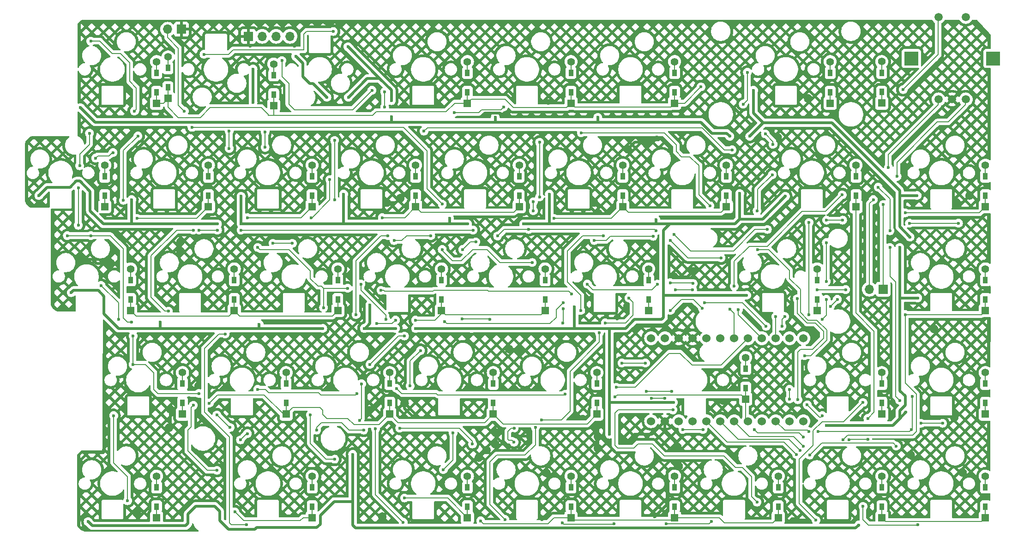
<source format=gbr>
%TF.GenerationSoftware,KiCad,Pcbnew,8.0.8*%
%TF.CreationDate,2025-04-15T16:41:42+09:00*%
%TF.ProjectId,sswkbd_right,7373776b-6264-45f7-9269-6768742e6b69,rev?*%
%TF.SameCoordinates,Original*%
%TF.FileFunction,Copper,L1,Top*%
%TF.FilePolarity,Positive*%
%FSLAX46Y46*%
G04 Gerber Fmt 4.6, Leading zero omitted, Abs format (unit mm)*
G04 Created by KiCad (PCBNEW 8.0.8) date 2025-04-15 16:41:42*
%MOMM*%
%LPD*%
G01*
G04 APERTURE LIST*
%TA.AperFunction,ComponentPad*%
%ADD10R,1.397000X1.397000*%
%TD*%
%TA.AperFunction,SMDPad,CuDef*%
%ADD11R,0.950000X1.300000*%
%TD*%
%TA.AperFunction,ComponentPad*%
%ADD12C,1.397000*%
%TD*%
%TA.AperFunction,ComponentPad*%
%ADD13R,1.700000X1.700000*%
%TD*%
%TA.AperFunction,ComponentPad*%
%ADD14O,1.700000X1.700000*%
%TD*%
%TA.AperFunction,ComponentPad*%
%ADD15C,1.524000*%
%TD*%
%TA.AperFunction,ComponentPad*%
%ADD16R,2.500000X2.500000*%
%TD*%
%TA.AperFunction,ComponentPad*%
%ADD17C,1.500000*%
%TD*%
%TA.AperFunction,ViaPad*%
%ADD18C,0.600000*%
%TD*%
%TA.AperFunction,Conductor*%
%ADD19C,0.200000*%
%TD*%
%TA.AperFunction,Conductor*%
%ADD20C,0.500000*%
%TD*%
G04 APERTURE END LIST*
D10*
%TO.P,D32,1,K*%
%TO.N,row6*%
X366509249Y-98964950D03*
D11*
X366509249Y-96929950D03*
%TO.P,D32,2,A*%
%TO.N,Net-(D32-A)*%
X366509249Y-93379950D03*
D12*
X366509249Y-91344950D03*
%TD*%
D10*
%TO.P,D73,1,K*%
%TO.N,row9*%
X243034249Y-156014950D03*
D11*
X243034249Y-153979950D03*
%TO.P,D73,2,A*%
%TO.N,Net-(D73-A)*%
X243034249Y-150429950D03*
D12*
X243034249Y-148394950D03*
%TD*%
D10*
%TO.P,D46,1,K*%
%TO.N,row7*%
X304759249Y-117989950D03*
D11*
X304759249Y-115954950D03*
%TO.P,D46,2,A*%
%TO.N,Net-(D46-A)*%
X304759249Y-112404950D03*
D12*
X304759249Y-110369950D03*
%TD*%
D10*
%TO.P,D76,1,K*%
%TO.N,row9*%
X309509249Y-156014950D03*
D11*
X309509249Y-153979950D03*
%TO.P,D76,2,A*%
%TO.N,Net-(D76-A)*%
X309509249Y-150429950D03*
D12*
X309509249Y-148394950D03*
%TD*%
D10*
%TO.P,D74,1,K*%
%TO.N,row9*%
X271509249Y-156014950D03*
D11*
X271509249Y-153979950D03*
%TO.P,D74,2,A*%
%TO.N,Net-(D74-A)*%
X271509249Y-150429950D03*
D12*
X271509249Y-148394950D03*
%TD*%
D10*
%TO.P,D15,1,K*%
%TO.N,row5*%
X347491000Y-79958000D03*
D11*
X347491000Y-77923000D03*
%TO.P,D15,2,A*%
%TO.N,Net-(D15-A)*%
X347491000Y-74373000D03*
D12*
X347491000Y-72338000D03*
%TD*%
D10*
%TO.P,D44,1,K*%
%TO.N,row7*%
X266759249Y-117989950D03*
D11*
X266759249Y-115954950D03*
%TO.P,D44,2,A*%
%TO.N,Net-(D44-A)*%
X266759249Y-112404950D03*
D12*
X266759249Y-110369950D03*
%TD*%
D10*
%TO.P,D43,1,K*%
%TO.N,row7*%
X247759249Y-117989950D03*
D11*
X247759249Y-115954950D03*
%TO.P,D43,2,A*%
%TO.N,Net-(D43-A)*%
X247759249Y-112404950D03*
D12*
X247759249Y-110369950D03*
%TD*%
D10*
%TO.P,D41,1,K*%
%TO.N,row7*%
X209759249Y-117989950D03*
D11*
X209759249Y-115954950D03*
%TO.P,D41,2,A*%
%TO.N,Net-(D41-A)*%
X209759249Y-112404950D03*
D12*
X209759249Y-110369950D03*
%TD*%
D10*
%TO.P,D11,1,K*%
%TO.N,row5*%
X271509249Y-79964950D03*
D11*
X271509249Y-77929950D03*
%TO.P,D11,2,A*%
%TO.N,Net-(D11-A)*%
X271509249Y-74379950D03*
D12*
X271509249Y-72344950D03*
%TD*%
D10*
%TO.P,D59,1,K*%
%TO.N,row8*%
X257259249Y-137014950D03*
D11*
X257259249Y-134979950D03*
%TO.P,D59,2,A*%
%TO.N,Net-(D59-A)*%
X257259249Y-131429950D03*
D12*
X257259249Y-129394950D03*
%TD*%
D10*
%TO.P,D9,1,K*%
%TO.N,row5*%
X216600000Y-79110000D03*
D11*
X216600000Y-77075000D03*
%TO.P,D9,2,A*%
%TO.N,Net-(D9-A)*%
X216600000Y-73525000D03*
D12*
X216600000Y-71490000D03*
%TD*%
D10*
%TO.P,D42,1,K*%
%TO.N,row7*%
X228759249Y-117989950D03*
D11*
X228759249Y-115954950D03*
%TO.P,D42,2,A*%
%TO.N,Net-(D42-A)*%
X228759249Y-112404950D03*
D12*
X228759249Y-110369950D03*
%TD*%
D10*
%TO.P,D64,1,K*%
%TO.N,row8*%
X366509249Y-137014950D03*
D11*
X366509249Y-134979950D03*
%TO.P,D64,2,A*%
%TO.N,Net-(D64-A)*%
X366509249Y-131429950D03*
D12*
X366509249Y-129394950D03*
%TD*%
D13*
%TO.P,J4,1,Pin_1*%
%TO.N,Net-(J4-Pin_1)*%
X347775000Y-114100000D03*
D14*
%TO.P,J4,2,Pin_2*%
%TO.N,Net-(J4-Pin_2)*%
X345235000Y-114100000D03*
%TD*%
D10*
%TO.P,D8,1,K*%
%TO.N,row5*%
X214509249Y-79964950D03*
D11*
X214509249Y-77929950D03*
%TO.P,D8,2,A*%
%TO.N,Net-(D8-A)*%
X214509249Y-74379950D03*
D12*
X214509249Y-72344950D03*
%TD*%
D10*
%TO.P,D45,1,K*%
%TO.N,row7*%
X285759249Y-117989950D03*
D11*
X285759249Y-115954950D03*
%TO.P,D45,2,A*%
%TO.N,Net-(D45-A)*%
X285759249Y-112404950D03*
D12*
X285759249Y-110369950D03*
%TD*%
D10*
%TO.P,D24,1,K*%
%TO.N,row6*%
X205009249Y-98964950D03*
D11*
X205009249Y-96929950D03*
%TO.P,D24,2,A*%
%TO.N,Net-(D24-A)*%
X205009249Y-93379950D03*
D12*
X205009249Y-91344950D03*
%TD*%
D10*
%TO.P,D26,1,K*%
%TO.N,row6*%
X243009249Y-98964950D03*
D11*
X243009249Y-96929950D03*
%TO.P,D26,2,A*%
%TO.N,Net-(D26-A)*%
X243009249Y-93379950D03*
D12*
X243009249Y-91344950D03*
%TD*%
D10*
%TO.P,D14,1,K*%
%TO.N,row5*%
X338034249Y-79964950D03*
D11*
X338034249Y-77929950D03*
%TO.P,D14,2,A*%
%TO.N,Net-(D14-A)*%
X338034249Y-74379950D03*
D12*
X338034249Y-72344950D03*
%TD*%
D10*
%TO.P,D12,1,K*%
%TO.N,row5*%
X290509249Y-79964950D03*
D11*
X290509249Y-77929950D03*
%TO.P,D12,2,A*%
%TO.N,Net-(D12-A)*%
X290509249Y-74379950D03*
D12*
X290509249Y-72344950D03*
%TD*%
D10*
%TO.P,D29,1,K*%
%TO.N,row6*%
X300009249Y-98964950D03*
D11*
X300009249Y-96929950D03*
%TO.P,D29,2,A*%
%TO.N,Net-(D29-A)*%
X300009249Y-93379950D03*
D12*
X300009249Y-91344950D03*
%TD*%
D10*
%TO.P,D47,1,K*%
%TO.N,row7*%
X335659249Y-117989950D03*
D11*
X335659249Y-115954950D03*
%TO.P,D47,2,A*%
%TO.N,Net-(D47-A)*%
X335659249Y-112404950D03*
D12*
X335659249Y-110369950D03*
%TD*%
D10*
%TO.P,D62,1,K*%
%TO.N,row8*%
X322550000Y-134260000D03*
D11*
X322550000Y-132225000D03*
%TO.P,D62,2,A*%
%TO.N,Net-(D62-A)*%
X322550000Y-128675000D03*
D12*
X322550000Y-126640000D03*
%TD*%
D10*
%TO.P,D48,1,K*%
%TO.N,row7*%
X366509249Y-117989950D03*
D11*
X366509249Y-115954950D03*
%TO.P,D48,2,A*%
%TO.N,Net-(D48-A)*%
X366509249Y-112404950D03*
D12*
X366509249Y-110369950D03*
%TD*%
D10*
%TO.P,D25,1,K*%
%TO.N,row6*%
X224009249Y-98964950D03*
D11*
X224009249Y-96929950D03*
%TO.P,D25,2,A*%
%TO.N,Net-(D25-A)*%
X224009249Y-93379950D03*
D12*
X224009249Y-91344950D03*
%TD*%
D10*
%TO.P,D28,1,K*%
%TO.N,row6*%
X281009249Y-98964950D03*
D11*
X281009249Y-96929950D03*
%TO.P,D28,2,A*%
%TO.N,Net-(D28-A)*%
X281009249Y-93379950D03*
D12*
X281009249Y-91344950D03*
%TD*%
D10*
%TO.P,D61,1,K*%
%TO.N,row8*%
X295259249Y-137014950D03*
D11*
X295259249Y-134979950D03*
%TO.P,D61,2,A*%
%TO.N,Net-(D61-A)*%
X295259249Y-131429950D03*
D12*
X295259249Y-129394950D03*
%TD*%
D13*
%TO.P,J3,1,Pin_1*%
%TO.N,GND2*%
X231340000Y-67700000D03*
D14*
%TO.P,J3,2,Pin_2*%
%TO.N,SPLIT_R*%
X233880000Y-67700000D03*
%TO.P,J3,3,Pin_3*%
%TO.N,unconnected-(J3-Pin_3-Pad3)*%
X236420000Y-67700000D03*
%TO.P,J3,4,Pin_4*%
%TO.N,VCC2*%
X238960000Y-67700000D03*
%TD*%
D10*
%TO.P,D77,1,K*%
%TO.N,row9*%
X328509249Y-156014950D03*
D11*
X328509249Y-153979950D03*
%TO.P,D77,2,A*%
%TO.N,Net-(D77-A)*%
X328509249Y-150429950D03*
D12*
X328509249Y-148394950D03*
%TD*%
D15*
%TO.P,U2,1,TX0/D3*%
%TO.N,SPLIT_R*%
X305200000Y-123090000D03*
%TO.P,U2,2,RX1/D2*%
%TO.N,LED_R*%
X307740000Y-123090000D03*
%TO.P,U2,3,GND*%
%TO.N,GND2*%
X310280000Y-123090000D03*
%TO.P,U2,4,GND*%
X312820000Y-123090000D03*
%TO.P,U2,5,2/D1/SDA*%
%TO.N,unconnected-(U2-2{slash}D1{slash}SDA-Pad5)*%
X315360000Y-123090000D03*
%TO.P,U2,6,3/D0/SCL*%
%TO.N,unconnected-(U2-3{slash}D0{slash}SCL-Pad6)*%
X317900000Y-123090000D03*
%TO.P,U2,7,4/D4*%
%TO.N,col_r_8*%
X320440000Y-123090000D03*
%TO.P,U2,8,5/C6*%
%TO.N,col_r_7*%
X322980000Y-123090000D03*
%TO.P,U2,9,6/D7*%
%TO.N,col_r_6*%
X325520000Y-123090000D03*
%TO.P,U2,10,7/E6*%
%TO.N,col_r_5*%
X328060000Y-123090000D03*
%TO.P,U2,11,8/B4*%
%TO.N,col_r_4*%
X330600000Y-123090000D03*
%TO.P,U2,12,9/B5*%
%TO.N,col_r_3*%
X333140000Y-123090000D03*
%TO.P,U2,13,B6/10*%
%TO.N,col_r_2*%
X333140000Y-138310000D03*
%TO.P,U2,14,B2/16*%
%TO.N,col_r_1*%
X330600000Y-138310000D03*
%TO.P,U2,15,B3/14*%
%TO.N,col_r_0*%
X328060000Y-138310000D03*
%TO.P,U2,16,B1/15*%
%TO.N,row9*%
X325520000Y-138310000D03*
%TO.P,U2,17,F7/A0*%
%TO.N,row8*%
X322980000Y-138310000D03*
%TO.P,U2,18,F6/A1*%
%TO.N,row7*%
X320440000Y-138310000D03*
%TO.P,U2,19,F5/A2*%
%TO.N,row6*%
X317900000Y-138310000D03*
%TO.P,U2,20,F4/A3*%
%TO.N,row5*%
X315360000Y-138310000D03*
%TO.P,U2,21,VCC*%
%TO.N,VCC2*%
X312820000Y-138310000D03*
%TO.P,U2,22,RST*%
%TO.N,RST_R*%
X310280000Y-138310000D03*
%TO.P,U2,23,GND*%
%TO.N,GND2*%
X307740000Y-138310000D03*
%TO.P,U2,24,RAW*%
%TO.N,unconnected-(U2-RAW-Pad24)*%
X305200000Y-138310000D03*
%TD*%
D10*
%TO.P,D10,1,K*%
%TO.N,row5*%
X236000000Y-80410000D03*
D11*
X236000000Y-78375000D03*
%TO.P,D10,2,A*%
%TO.N,Net-(D10-A)*%
X236000000Y-74825000D03*
D12*
X236000000Y-72790000D03*
%TD*%
D10*
%TO.P,D57,1,K*%
%TO.N,row8*%
X219259249Y-137014950D03*
D11*
X219259249Y-134979950D03*
%TO.P,D57,2,A*%
%TO.N,Net-(D57-A)*%
X219259249Y-131429950D03*
D12*
X219259249Y-129394950D03*
%TD*%
D10*
%TO.P,D75,1,K*%
%TO.N,row9*%
X290509249Y-156014950D03*
D11*
X290509249Y-153979950D03*
%TO.P,D75,2,A*%
%TO.N,Net-(D75-A)*%
X290509249Y-150429950D03*
D12*
X290509249Y-148394950D03*
%TD*%
D10*
%TO.P,D60,1,K*%
%TO.N,row8*%
X276259249Y-137014950D03*
D11*
X276259249Y-134979950D03*
%TO.P,D60,2,A*%
%TO.N,Net-(D60-A)*%
X276259249Y-131429950D03*
D12*
X276259249Y-129394950D03*
%TD*%
D10*
%TO.P,D13,1,K*%
%TO.N,row5*%
X309509249Y-79964950D03*
D11*
X309509249Y-77929950D03*
%TO.P,D13,2,A*%
%TO.N,Net-(D13-A)*%
X309509249Y-74379950D03*
D12*
X309509249Y-72344950D03*
%TD*%
D10*
%TO.P,D27,1,K*%
%TO.N,row6*%
X262009249Y-98964950D03*
D11*
X262009249Y-96929950D03*
%TO.P,D27,2,A*%
%TO.N,Net-(D27-A)*%
X262009249Y-93379950D03*
D12*
X262009249Y-91344950D03*
%TD*%
D10*
%TO.P,D79,1,K*%
%TO.N,row9*%
X366509249Y-156014950D03*
D11*
X366509249Y-153979950D03*
%TO.P,D79,2,A*%
%TO.N,Net-(D79-A)*%
X366509249Y-150429950D03*
D12*
X366509249Y-148394950D03*
%TD*%
D13*
%TO.P,SW81,1,1*%
%TO.N,GND2*%
X219075000Y-66400000D03*
D14*
%TO.P,SW81,2,2*%
%TO.N,RST_R*%
X216535000Y-66400000D03*
%TD*%
D10*
%TO.P,D78,1,K*%
%TO.N,row9*%
X347509249Y-156014950D03*
D11*
X347509249Y-153979950D03*
%TO.P,D78,2,A*%
%TO.N,Net-(D78-A)*%
X347509249Y-150429950D03*
D12*
X347509249Y-148394950D03*
%TD*%
D10*
%TO.P,D58,1,K*%
%TO.N,row8*%
X238259249Y-137014950D03*
D11*
X238259249Y-134979950D03*
%TO.P,D58,2,A*%
%TO.N,Net-(D58-A)*%
X238259249Y-131429950D03*
D12*
X238259249Y-129394950D03*
%TD*%
D10*
%TO.P,D31,1,K*%
%TO.N,row6*%
X342784249Y-98964950D03*
D11*
X342784249Y-96929950D03*
%TO.P,D31,2,A*%
%TO.N,Net-(D31-A)*%
X342784249Y-93379950D03*
D12*
X342784249Y-91344950D03*
%TD*%
D10*
%TO.P,D72,1,K*%
%TO.N,row9*%
X214509249Y-156014950D03*
D11*
X214509249Y-153979950D03*
%TO.P,D72,2,A*%
%TO.N,Net-(D72-A)*%
X214509249Y-150429950D03*
D12*
X214509249Y-148394950D03*
%TD*%
D10*
%TO.P,D30,1,K*%
%TO.N,row6*%
X319009249Y-98964950D03*
D11*
X319009249Y-96929950D03*
%TO.P,D30,2,A*%
%TO.N,Net-(D30-A)*%
X319009249Y-93379950D03*
D12*
X319009249Y-91344950D03*
%TD*%
D10*
%TO.P,D63,1,K*%
%TO.N,row8*%
X347509249Y-137014950D03*
D11*
X347509249Y-134979950D03*
%TO.P,D63,2,A*%
%TO.N,Net-(D63-A)*%
X347509249Y-131429950D03*
D12*
X347509249Y-129394950D03*
%TD*%
D16*
%TO.P,SW15,*%
%TO.N,*%
X367913000Y-71760000D03*
X352913000Y-71760000D03*
D17*
%TO.P,SW15,A,A*%
%TO.N,Net-(J4-Pin_2)*%
X357913000Y-79260000D03*
%TO.P,SW15,B,B*%
%TO.N,Net-(J4-Pin_1)*%
X362913000Y-79260000D03*
%TO.P,SW15,C,C*%
%TO.N,GND2*%
X360413000Y-79260000D03*
%TO.P,SW15,S1,S1*%
%TO.N,Net-(D15-A)*%
X362913000Y-64160000D03*
%TO.P,SW15,S2,S2*%
%TO.N,col_r_0*%
X357913000Y-64160000D03*
%TD*%
D18*
%TO.N,row5*%
X314344000Y-76962000D03*
X331870000Y-144399000D03*
X348996000Y-106426000D03*
X350793000Y-134493000D03*
X334283000Y-144526000D03*
X350158000Y-142875000D03*
X346837000Y-95377000D03*
X348996000Y-103378000D03*
%TO.N,row6*%
X340326999Y-101422200D03*
X337388200Y-101422200D03*
X351809000Y-100076000D03*
X332505000Y-143637000D03*
X287420000Y-101092000D03*
X210966000Y-101092000D03*
X344951000Y-141605000D03*
X255905000Y-100965000D03*
X344951000Y-137795000D03*
X231159000Y-100965000D03*
X341522000Y-141732343D03*
%TO.N,row7*%
X339344000Y-115951000D03*
X340379000Y-141732000D03*
X333140000Y-142875000D03*
X338074000Y-117221000D03*
X308756000Y-117983000D03*
X262001000Y-119761000D03*
X254889000Y-120396000D03*
X314600000Y-117602000D03*
X351809000Y-118745000D03*
X258318000Y-119761000D03*
%TO.N,row8*%
X224174000Y-135001000D03*
X358648000Y-138684000D03*
X298596000Y-133858000D03*
X354730000Y-138684000D03*
%TO.N,col_r_7*%
X210204000Y-127889000D03*
X251225000Y-133223000D03*
X206521000Y-89027000D03*
X202457000Y-104267000D03*
X203327000Y-90043000D03*
X210458000Y-81407000D03*
X298850000Y-132080000D03*
X289452000Y-133350000D03*
X222269000Y-133223000D03*
X210204000Y-122682000D03*
X202438000Y-68580000D03*
X209950000Y-120142000D03*
X258499000Y-132300000D03*
X198139000Y-104267000D03*
X233064000Y-132461000D03*
%TO.N,col_r_6*%
X294786000Y-105156000D03*
X321202000Y-117856000D03*
X305581000Y-104394000D03*
X272561000Y-103251000D03*
X229997000Y-103251000D03*
X308756000Y-105156000D03*
X318027000Y-108331000D03*
X221253000Y-135382000D03*
X225571000Y-147320000D03*
X227828000Y-85090000D03*
X222269000Y-103251000D03*
X225679000Y-103251000D03*
X227828000Y-88265000D03*
%TO.N,col_r_5*%
X249574000Y-113919000D03*
X242716000Y-137160000D03*
X309645000Y-114173000D03*
X245129000Y-117475000D03*
X290595000Y-114935000D03*
X233064000Y-106426000D03*
X239414000Y-105664000D03*
X312800000Y-114173000D03*
X246272000Y-93980000D03*
X255670000Y-114300000D03*
X328060000Y-119126000D03*
X235858000Y-105664000D03*
X242843000Y-100965000D03*
X247151500Y-145278500D03*
%TO.N,col_r_4*%
X259099000Y-139573000D03*
X263544000Y-85090000D03*
X334156000Y-101873000D03*
X256328000Y-77851000D03*
X256328000Y-80645000D03*
X264795000Y-104267000D03*
X320059000Y-88519000D03*
X272434000Y-142494000D03*
X334156000Y-118800000D03*
X251987000Y-113157000D03*
X258064000Y-105156000D03*
X256559000Y-119634000D03*
%TO.N,col_r_3*%
X337331000Y-105537000D03*
X306089000Y-103378000D03*
X326517000Y-103124000D03*
X283610000Y-99695000D03*
X280054000Y-142160000D03*
X283610000Y-98044000D03*
X273050000Y-105410000D03*
X337331000Y-115951000D03*
X309391000Y-104013000D03*
X277050500Y-104330500D03*
X270656000Y-106807000D03*
X275609000Y-119634000D03*
X282721000Y-103124000D03*
X280078000Y-139573000D03*
X336569000Y-119634000D03*
X337331000Y-112649000D03*
X270529000Y-119507000D03*
%TO.N,col_r_2*%
X314725000Y-139827000D03*
X289000000Y-120300000D03*
X289071000Y-117700000D03*
X333140000Y-141224000D03*
X324123000Y-139827000D03*
X304184000Y-127635000D03*
X311042000Y-139827000D03*
X299866000Y-127635000D03*
%TO.N,col_r_1*%
X324758000Y-106807000D03*
X322091000Y-80137000D03*
X322853000Y-74295000D03*
X330600000Y-134239000D03*
X330600000Y-132461000D03*
X327552000Y-87503000D03*
X326155000Y-85598000D03*
X333330500Y-126301500D03*
X327425000Y-93091000D03*
X324631000Y-99695000D03*
%TO.N,col_r_0*%
X352952000Y-139827000D03*
X351428000Y-77470000D03*
X353079000Y-133731000D03*
X334156000Y-140208000D03*
X335807000Y-140208000D03*
%TO.N,col_r_8*%
X312900000Y-113030000D03*
X262909000Y-125349000D03*
X231159000Y-140589000D03*
X308756000Y-112903000D03*
X289071000Y-116586000D03*
X261004000Y-131826000D03*
X319678000Y-117729000D03*
X293516000Y-113157000D03*
X267354000Y-120015000D03*
X252495000Y-139954000D03*
X229889000Y-141732000D03*
X306343000Y-113157000D03*
X243859000Y-139954000D03*
%TO.N,SPLIT_R*%
X237490000Y-72136000D03*
X292400000Y-85400000D03*
X316000000Y-98800000D03*
X254000000Y-77597000D03*
%TO.N,GND2*%
X222200000Y-131800000D03*
X275000000Y-143600000D03*
X220400000Y-132500000D03*
X312900000Y-110800000D03*
X327100000Y-84900000D03*
X334137000Y-156845000D03*
X269300000Y-100800000D03*
X300882000Y-117221000D03*
X253500000Y-136300000D03*
X363601000Y-96901000D03*
X281000000Y-125100000D03*
X292627000Y-137922000D03*
X360800000Y-137600000D03*
X220500000Y-134000000D03*
X300501000Y-142367000D03*
X267400000Y-137700000D03*
X216800000Y-139500000D03*
X318300000Y-134500000D03*
X276700000Y-140400000D03*
X239776000Y-69469000D03*
X298977000Y-119507000D03*
X330363000Y-118263000D03*
X362300000Y-147700000D03*
X273600000Y-145000000D03*
X331216000Y-156718000D03*
X295421000Y-141132000D03*
X258318000Y-156845000D03*
X286000000Y-147800000D03*
X302660000Y-120904000D03*
X361213000Y-98198001D03*
X256713000Y-98223001D03*
X295421000Y-139065000D03*
X282993543Y-141052357D03*
X255900000Y-155800000D03*
X276600000Y-142500000D03*
X259207000Y-97409000D03*
X294713000Y-98198001D03*
X295421000Y-143256000D03*
X235900000Y-120100000D03*
X277749000Y-82042000D03*
X210900000Y-155200000D03*
X271000000Y-100800000D03*
X274320000Y-82169000D03*
X357100000Y-121400000D03*
X335300000Y-122100000D03*
X328400000Y-86200000D03*
X310280000Y-146558000D03*
X200533000Y-108585000D03*
X300900000Y-88400000D03*
X218900000Y-107100000D03*
X237700000Y-120100000D03*
X286400000Y-80000000D03*
X260000000Y-135000000D03*
X305835000Y-155829000D03*
X279200000Y-125100000D03*
X218900000Y-105400000D03*
X217000000Y-136100000D03*
X205232000Y-120777000D03*
X310026000Y-143002000D03*
X306300000Y-86200000D03*
X297700000Y-100000000D03*
X352800000Y-144500000D03*
X231700000Y-69500000D03*
X295500000Y-100200000D03*
X285200000Y-156400000D03*
X334000000Y-79100000D03*
X206121000Y-109347000D03*
X309400000Y-111800000D03*
X290087000Y-137922000D03*
X279900000Y-140500000D03*
X304200000Y-87100000D03*
%TO.N,VCC2*%
X230016000Y-97028000D03*
X350793000Y-106426000D03*
X281813000Y-102108000D03*
X306089000Y-101346000D03*
X253619000Y-116967000D03*
X351936000Y-136652000D03*
X295421000Y-82550000D03*
X225679000Y-102108000D03*
X268243000Y-101092000D03*
X332886000Y-157921509D03*
X200552000Y-80772000D03*
X352679000Y-104521000D03*
X323996000Y-77597000D03*
X244983000Y-121285000D03*
X323288000Y-86052000D03*
X232200000Y-83439000D03*
X262001000Y-121285000D03*
X248812000Y-96647000D03*
X258318000Y-121285000D03*
X192913000Y-96901000D03*
X232200000Y-73700000D03*
X198856600Y-114731800D03*
X329838000Y-97028000D03*
X309300000Y-134874000D03*
X322726000Y-115189000D03*
X321456000Y-96520000D03*
X353968000Y-96901000D03*
X313817000Y-157921509D03*
X319624000Y-86052000D03*
X275971000Y-157921509D03*
X276625000Y-82550000D03*
X257575000Y-82423000D03*
X249600000Y-69600000D03*
X286531000Y-96647000D03*
X232200000Y-79800000D03*
X249682000Y-78867000D03*
X215157000Y-120142000D03*
X295148000Y-157921509D03*
X245745000Y-78867000D03*
X297580000Y-140716000D03*
X229560000Y-158191200D03*
X250470000Y-144399000D03*
X337331000Y-139065000D03*
X354095000Y-115697000D03*
X257048000Y-157921509D03*
X229997000Y-102108000D03*
X201955400Y-156743400D03*
X343281000Y-157353000D03*
X209950000Y-97663000D03*
X240030000Y-71374000D03*
X257575000Y-79500000D03*
X233318000Y-120523000D03*
X252603000Y-121285000D03*
X291103000Y-117348000D03*
X271526000Y-102108000D03*
X272307000Y-121285000D03*
%TO.N,row9*%
X228873000Y-154940000D03*
X273939000Y-156591000D03*
X259988000Y-152400000D03*
%TO.N,LED_R*%
X340868000Y-114173000D03*
X329700000Y-119100000D03*
X335680000Y-114173000D03*
X329203000Y-120904000D03*
X314979000Y-116586000D03*
X352571000Y-101981000D03*
X361569000Y-101981000D03*
X326282000Y-120904000D03*
%TO.N,RST_R*%
X307700000Y-134100000D03*
X266900000Y-98500000D03*
X283400000Y-109200000D03*
X266900000Y-106807000D03*
X219600000Y-81400000D03*
X221000000Y-84400000D03*
X305300000Y-134100000D03*
%TO.N,Net-(LED42-DOUT)*%
X344062000Y-153924000D03*
X354149000Y-157318000D03*
%TO.N,Net-(LED43-DOUT)*%
X344062000Y-134874000D03*
X335426000Y-156464000D03*
%TO.N,Net-(LED44-DOUT)*%
X336569000Y-137287000D03*
X331997000Y-115824000D03*
X332124000Y-134366000D03*
X333829000Y-135309000D03*
%TO.N,Net-(LED45-DOUT)*%
X340252000Y-96774000D03*
X320440000Y-113538000D03*
%TO.N,Net-(LED49-DOUT)*%
X304300000Y-132800000D03*
X309000000Y-132800000D03*
%TO.N,Net-(LED50-DOUT)*%
X309200000Y-136248000D03*
X324631000Y-153162000D03*
%TO.N,Net-(LED51-DOUT)*%
X307994000Y-157099000D03*
X316249000Y-156718000D03*
%TO.N,Net-(LED52-DOUT)*%
X298386500Y-157162500D03*
X288944000Y-156972000D03*
%TO.N,Net-(LED53-DOUT)*%
X283991000Y-139446000D03*
X278403000Y-156337000D03*
%TO.N,Net-(LED54-DOUT)*%
X295700000Y-122100000D03*
X285134000Y-138049000D03*
X301136000Y-115697000D03*
X296818000Y-120269000D03*
%TO.N,Net-(LED55-DOUT)*%
X284753000Y-97155000D03*
X284753000Y-87122000D03*
%TO.N,Net-(LED55-DIN)*%
X296437000Y-104267000D03*
X292300000Y-118000000D03*
%TO.N,Net-(LED57-DOUT)*%
X269132000Y-81661000D03*
X278149000Y-80645000D03*
%TO.N,Net-(LED61-DOUT)*%
X268878000Y-140462000D03*
X267100000Y-147193000D03*
%TO.N,Net-(LED62-DOUT)*%
X254654000Y-139700000D03*
X259734000Y-156845000D03*
%TO.N,Net-(LED63-DOUT)*%
X259969000Y-122682000D03*
X252114000Y-131445000D03*
X251733000Y-138176000D03*
X253628500Y-127898500D03*
%TO.N,Net-(LED64-DOUT)*%
X251098000Y-118745000D03*
X256921000Y-104267000D03*
%TO.N,Net-(LED65-DIN)*%
X247161000Y-86800000D03*
X247161000Y-97663000D03*
%TO.N,Net-(LED65-DOUT)*%
X223200000Y-71000000D03*
X246900000Y-66800000D03*
%TO.N,Net-(LED67-DOUT)*%
X234400000Y-88077000D03*
X234400000Y-85217000D03*
%TO.N,Net-(LED70-DOUT)*%
X227984000Y-139446000D03*
X225571000Y-137160000D03*
%TO.N,Net-(LED71-DOUT)*%
X230987600Y-157302200D03*
X227095000Y-122301000D03*
%TO.N,Net-(LED72-DOUT)*%
X216681000Y-118110000D03*
X221253000Y-103251000D03*
%TO.N,Net-(LED73-DOUT)*%
X211083500Y-85988500D03*
X208426000Y-97790000D03*
%TO.N,Net-(LED74-DOUT)*%
X202203000Y-85471000D03*
X200406000Y-91440000D03*
%TO.N,Net-(LED75-DOUT)*%
X200152000Y-95504000D03*
X200152000Y-102362000D03*
%TO.N,Net-(LED76-DOUT)*%
X207518000Y-119634000D03*
X204343000Y-113411000D03*
%TO.N,Net-(LED77-DOUT)*%
X206648000Y-137287000D03*
X209188000Y-152908000D03*
%TO.N,Net-(J4-Pin_2)*%
X348700000Y-91800000D03*
X345942500Y-97657500D03*
%TO.N,Net-(J4-Pin_1)*%
X347775000Y-98552000D03*
X350300000Y-93400000D03*
%TD*%
D19*
%TO.N,row5*%
X346837000Y-95377000D02*
X348996000Y-97536000D01*
X215745050Y-79964950D02*
X216600000Y-79110000D01*
X214509249Y-77929950D02*
X214509249Y-79964950D01*
X319163000Y-142113000D02*
X315360000Y-138310000D01*
X331870000Y-144399000D02*
X329584000Y-142113000D01*
X314344000Y-76962000D02*
X311341050Y-79964950D01*
X254778000Y-81534000D02*
X267589000Y-81534000D01*
X290509249Y-77929950D02*
X290509249Y-79964950D01*
X278403000Y-79248000D02*
X272226199Y-79248000D01*
X338034249Y-77929950D02*
X338034249Y-79964950D01*
X233700000Y-80772000D02*
X235000000Y-82072000D01*
X348996000Y-111760000D02*
X350031000Y-112795000D01*
X222500000Y-82600000D02*
X224328000Y-80772000D01*
X348996000Y-106426000D02*
X348996000Y-111760000D01*
X216600000Y-80700000D02*
X218500000Y-82600000D01*
X289702199Y-80772000D02*
X279927000Y-80772000D01*
X224328000Y-80772000D02*
X233700000Y-80772000D01*
X235000000Y-82200000D02*
X236000000Y-82200000D01*
X347491000Y-77923000D02*
X347491000Y-79958000D01*
X236000000Y-80410000D02*
X236000000Y-82200000D01*
X216600000Y-79110000D02*
X216600000Y-77075000D01*
X254112000Y-82200000D02*
X254778000Y-81534000D01*
X272226199Y-79248000D02*
X271509249Y-79964950D01*
X349615343Y-142332343D02*
X336476657Y-142332343D01*
X271509249Y-77929950D02*
X271509249Y-79964950D01*
X309509249Y-79964950D02*
X308829199Y-80645000D01*
X311341050Y-79964950D02*
X309509249Y-79964950D01*
X350158000Y-142875000D02*
X349615343Y-142332343D01*
X329584000Y-142113000D02*
X319163000Y-142113000D01*
X290509249Y-79964950D02*
X289702199Y-80772000D01*
X236000000Y-82200000D02*
X254112000Y-82200000D01*
X269158050Y-79964950D02*
X271509249Y-79964950D01*
X291189299Y-80645000D02*
X290509249Y-79964950D01*
X350031000Y-112795000D02*
X350031000Y-133731000D01*
X214509249Y-79964950D02*
X215745050Y-79964950D01*
X235000000Y-82072000D02*
X235000000Y-82200000D01*
X218500000Y-82600000D02*
X222500000Y-82600000D01*
X279927000Y-80772000D02*
X278403000Y-79248000D01*
X267589000Y-81534000D02*
X269158050Y-79964950D01*
X336476657Y-142332343D02*
X334283000Y-144526000D01*
X308829199Y-80645000D02*
X291189299Y-80645000D01*
X348996000Y-97536000D02*
X348996000Y-103378000D01*
X216600000Y-79110000D02*
X216600000Y-80700000D01*
X309509249Y-77929950D02*
X309509249Y-79964950D01*
X350031000Y-133731000D02*
X350793000Y-134493000D01*
X236000000Y-78375000D02*
X236000000Y-80410000D01*
%TO.N,Net-(D8-A)*%
X214509249Y-72344950D02*
X214509249Y-74379950D01*
%TO.N,Net-(D9-A)*%
X216600000Y-73525000D02*
X216600000Y-71490000D01*
%TO.N,Net-(D10-A)*%
X236000000Y-72790000D02*
X236000000Y-74825000D01*
%TO.N,Net-(D11-A)*%
X271509249Y-72344950D02*
X271509249Y-74379950D01*
%TO.N,Net-(D12-A)*%
X290509249Y-72344950D02*
X290509249Y-74379950D01*
%TO.N,Net-(D13-A)*%
X309509249Y-74379950D02*
X309509249Y-72344950D01*
%TO.N,Net-(D14-A)*%
X338034249Y-74379950D02*
X338034249Y-72344950D01*
%TO.N,Net-(D15-A)*%
X347491000Y-74373000D02*
X347491000Y-72338000D01*
%TO.N,row6*%
X281009249Y-96929950D02*
X281009249Y-98964950D01*
X319009249Y-96929950D02*
X319009249Y-98964950D01*
X297882199Y-101092000D02*
X291611000Y-101092000D01*
X224009249Y-96929950D02*
X224009249Y-98964950D01*
X255905000Y-100965000D02*
X260009199Y-100965000D01*
X224009249Y-98964950D02*
X221882199Y-101092000D01*
X243009249Y-96929950D02*
X243009249Y-98964950D01*
X341649343Y-141605000D02*
X344951000Y-141605000D01*
X281009249Y-98964950D02*
X280025199Y-99949000D01*
X300009249Y-98964950D02*
X297882199Y-101092000D01*
X342784249Y-118483249D02*
X346094000Y-121793000D01*
X366509249Y-98964950D02*
X365398199Y-100076000D01*
X300009249Y-96929950D02*
X300009249Y-98964950D01*
X341522000Y-141732343D02*
X341649343Y-141605000D01*
X346094000Y-131191000D02*
X346094000Y-136652000D01*
X330473000Y-141605000D02*
X321195000Y-141605000D01*
X300993299Y-99949000D02*
X300009249Y-98964950D01*
X321195000Y-141605000D02*
X317900000Y-138310000D01*
X337388200Y-101422200D02*
X340326999Y-101422200D01*
X346094000Y-121793000D02*
X346094000Y-131191000D01*
X260009199Y-100965000D02*
X262009249Y-98964950D01*
X319009249Y-98964950D02*
X318025199Y-99949000D01*
X365398199Y-100076000D02*
X351809000Y-100076000D01*
X342784249Y-98964950D02*
X342784249Y-118483249D01*
X280025199Y-99949000D02*
X262993299Y-99949000D01*
X241009199Y-100965000D02*
X231159000Y-100965000D01*
X318025199Y-99949000D02*
X300993299Y-99949000D01*
X262993299Y-99949000D02*
X262009249Y-98964950D01*
X221882199Y-101092000D02*
X210966000Y-101092000D01*
X346094000Y-136652000D02*
X344951000Y-137795000D01*
X262009249Y-96929950D02*
X262009249Y-98964950D01*
X332505000Y-143637000D02*
X330473000Y-141605000D01*
X366509249Y-96929950D02*
X366509249Y-98964950D01*
X243009249Y-98964950D02*
X241009199Y-100965000D01*
X291611000Y-101092000D02*
X287420000Y-101092000D01*
X205009249Y-96929950D02*
X205009249Y-98964950D01*
X342784249Y-96929950D02*
X342784249Y-98964950D01*
%TO.N,Net-(D24-A)*%
X205009249Y-93379950D02*
X205009249Y-91344950D01*
%TO.N,Net-(D25-A)*%
X224009249Y-93379950D02*
X224009249Y-91344950D01*
%TO.N,Net-(D26-A)*%
X243009249Y-93379950D02*
X243009249Y-91344950D01*
%TO.N,Net-(D27-A)*%
X262009249Y-93379950D02*
X262009249Y-91344950D01*
%TO.N,Net-(D28-A)*%
X281009249Y-93379950D02*
X281009249Y-91344950D01*
%TO.N,Net-(D29-A)*%
X300009249Y-93379950D02*
X300009249Y-91344950D01*
%TO.N,Net-(D30-A)*%
X319009249Y-93379950D02*
X319009249Y-91344950D01*
%TO.N,Net-(D31-A)*%
X342784249Y-93379950D02*
X342784249Y-91344950D01*
%TO.N,Net-(D32-A)*%
X366509249Y-93379950D02*
X366509249Y-91344950D01*
%TO.N,row7*%
X366509249Y-115954950D02*
X366509249Y-117989950D01*
X285004199Y-118745000D02*
X267514299Y-118745000D01*
X229768299Y-118999000D02*
X228759249Y-117989950D01*
X335659249Y-115954950D02*
X335659249Y-117989950D01*
X333140000Y-142875000D02*
X331362000Y-141097000D01*
X247759249Y-115954950D02*
X247759249Y-117989950D01*
X266759249Y-118577751D02*
X266759249Y-117989950D01*
X247759249Y-117989950D02*
X246750199Y-118999000D01*
X331362000Y-141097000D02*
X323227000Y-141097000D01*
X351809000Y-118745000D02*
X351809000Y-131318000D01*
X210768299Y-118999000D02*
X209759249Y-117989950D01*
X339344000Y-115951000D02*
X338074000Y-117221000D01*
X310788000Y-115951000D02*
X308756000Y-117983000D01*
X285759249Y-115954950D02*
X285759249Y-117989950D01*
X351809000Y-131318000D02*
X353841000Y-133350000D01*
X262001000Y-119761000D02*
X265576000Y-119761000D01*
X254889000Y-120396000D02*
X257683000Y-120396000D01*
X304759249Y-115954950D02*
X304759249Y-117989950D01*
X267514299Y-118745000D02*
X266759249Y-117989950D01*
X285759249Y-117989950D02*
X285004199Y-118745000D01*
X312949000Y-115951000D02*
X310788000Y-115951000D01*
X353206000Y-140843000D02*
X344697000Y-140843000D01*
X228759249Y-115954950D02*
X228759249Y-117989950D01*
X209759249Y-115954950D02*
X209759249Y-117989950D01*
X257683000Y-120396000D02*
X258318000Y-119761000D01*
X344697000Y-140843000D02*
X341268000Y-140843000D01*
X341268000Y-140843000D02*
X340379000Y-141732000D01*
X266759249Y-115954950D02*
X266759249Y-117989950D01*
X265576000Y-119761000D02*
X266759249Y-118577751D01*
X365754199Y-118745000D02*
X351809000Y-118745000D01*
X323227000Y-141097000D02*
X320440000Y-138310000D01*
X353841000Y-133350000D02*
X353841000Y-140208000D01*
X228759249Y-117989950D02*
X227750199Y-118999000D01*
X353841000Y-140208000D02*
X353206000Y-140843000D01*
X314600000Y-117602000D02*
X312949000Y-115951000D01*
X227750199Y-118999000D02*
X210768299Y-118999000D01*
X246750199Y-118999000D02*
X229768299Y-118999000D01*
X366509249Y-117989950D02*
X365754199Y-118745000D01*
%TO.N,Net-(D41-A)*%
X209759249Y-112404950D02*
X209759249Y-110369950D01*
%TO.N,Net-(D42-A)*%
X228759249Y-110369950D02*
X228759249Y-112404950D01*
%TO.N,Net-(D43-A)*%
X247759249Y-112404950D02*
X247759249Y-110369950D01*
%TO.N,Net-(D44-A)*%
X266759249Y-112404950D02*
X266759249Y-110369950D01*
%TO.N,Net-(D45-A)*%
X285759249Y-112404950D02*
X285759249Y-110369950D01*
%TO.N,Net-(D46-A)*%
X304759249Y-112404950D02*
X304759249Y-110369950D01*
%TO.N,Net-(D47-A)*%
X335659249Y-112404950D02*
X335659249Y-110369950D01*
%TO.N,Net-(D48-A)*%
X366509249Y-112404950D02*
X366509249Y-110369950D01*
%TO.N,row8*%
X245002000Y-137033000D02*
X245002000Y-136271000D01*
X244494000Y-135763000D02*
X239511199Y-135763000D01*
X274717199Y-138557000D02*
X258801299Y-138557000D01*
X321767000Y-133477000D02*
X322550000Y-134260000D01*
X238259249Y-137014950D02*
X237744950Y-137014950D01*
X278055299Y-138811000D02*
X276259249Y-137014950D01*
X366509249Y-137014950D02*
X366509249Y-134979950D01*
X295259249Y-137014950D02*
X293463199Y-138811000D01*
X298977000Y-133477000D02*
X321767000Y-133477000D01*
X257259249Y-137014950D02*
X255336199Y-138938000D01*
X249574000Y-137795000D02*
X245764000Y-137795000D01*
X245764000Y-137795000D02*
X245002000Y-137033000D01*
X295259249Y-134979950D02*
X295259249Y-137014950D01*
X258801299Y-138557000D02*
X257259249Y-137014950D01*
X298596000Y-133858000D02*
X298977000Y-133477000D01*
X322550000Y-134260000D02*
X322550000Y-137880000D01*
X347509249Y-134979950D02*
X347509249Y-137014950D01*
X255336199Y-138938000D02*
X250717000Y-138938000D01*
X238259249Y-134979950D02*
X238259249Y-137014950D01*
X225698000Y-133477000D02*
X224174000Y-135001000D01*
X239511199Y-135763000D02*
X238259249Y-137014950D01*
X276259249Y-134979950D02*
X276259249Y-137014950D01*
X234207000Y-133477000D02*
X225698000Y-133477000D01*
X250717000Y-138938000D02*
X249574000Y-137795000D01*
X237744950Y-137014950D02*
X234207000Y-133477000D01*
X245002000Y-136271000D02*
X244494000Y-135763000D01*
X219259249Y-134979950D02*
X219259249Y-137014950D01*
X276259249Y-137014950D02*
X274717199Y-138557000D01*
X322550000Y-137880000D02*
X322980000Y-138310000D01*
X293463199Y-138811000D02*
X278055299Y-138811000D01*
X358648000Y-138684000D02*
X354730000Y-138684000D01*
X257259249Y-134979950D02*
X257259249Y-137014950D01*
X322550000Y-132225000D02*
X322550000Y-134260000D01*
%TO.N,Net-(D57-A)*%
X219259249Y-131429950D02*
X219259249Y-129394950D01*
%TO.N,Net-(D58-A)*%
X238259249Y-129394950D02*
X238259249Y-131429950D01*
%TO.N,Net-(D59-A)*%
X257259249Y-131429950D02*
X257259249Y-129394950D01*
%TO.N,Net-(D60-A)*%
X276259249Y-131429950D02*
X276259249Y-129394950D01*
%TO.N,Net-(D61-A)*%
X295259249Y-131429950D02*
X295259249Y-129394950D01*
%TO.N,Net-(D62-A)*%
X322550000Y-128675000D02*
X322550000Y-126640000D01*
%TO.N,Net-(D63-A)*%
X347509249Y-131429950D02*
X347509249Y-129394950D01*
%TO.N,Net-(D64-A)*%
X366509249Y-131429950D02*
X366509249Y-129394950D01*
%TO.N,Net-(D72-A)*%
X214509249Y-150429950D02*
X214509249Y-148394950D01*
%TO.N,Net-(D73-A)*%
X243034249Y-150429950D02*
X243034249Y-148394950D01*
%TO.N,Net-(D74-A)*%
X271509249Y-150429950D02*
X271509249Y-148394950D01*
%TO.N,Net-(D75-A)*%
X290509249Y-150429950D02*
X290509249Y-148394950D01*
%TO.N,Net-(D76-A)*%
X309509249Y-150429950D02*
X309509249Y-148394950D01*
%TO.N,Net-(D77-A)*%
X328509249Y-150429950D02*
X328509249Y-148394950D01*
%TO.N,Net-(D78-A)*%
X347509249Y-150429950D02*
X347509249Y-148394950D01*
%TO.N,Net-(D79-A)*%
X366509249Y-150429950D02*
X366509249Y-148394950D01*
%TO.N,col_r_7*%
X212490000Y-127889000D02*
X210204000Y-127889000D01*
X308502000Y-125857000D02*
X310534000Y-125857000D01*
X249828000Y-133477000D02*
X250971000Y-133477000D01*
X266084000Y-133477000D02*
X289325000Y-133477000D01*
X212744000Y-128143000D02*
X212490000Y-127889000D01*
X204108000Y-68580000D02*
X202438000Y-68580000D01*
X214014000Y-132461000D02*
X214014000Y-131826000D01*
X318054000Y-128016000D02*
X322980000Y-123090000D01*
X206013000Y-104267000D02*
X198139000Y-104267000D01*
X210800000Y-81065000D02*
X210800000Y-77177000D01*
X209950000Y-120142000D02*
X209188000Y-120142000D01*
X265830000Y-133223000D02*
X266084000Y-133477000D01*
X209188000Y-120142000D02*
X208426000Y-119380000D01*
X220618000Y-133223000D02*
X222269000Y-133223000D01*
X210458000Y-81407000D02*
X210800000Y-81065000D01*
X235096000Y-133096000D02*
X244240000Y-133096000D01*
X310534000Y-125857000D02*
X312693000Y-128016000D01*
X206394000Y-70866000D02*
X204108000Y-68580000D01*
X214014000Y-131826000D02*
X214014000Y-129413000D01*
X259422000Y-133223000D02*
X265830000Y-133223000D01*
X210800000Y-77177000D02*
X209569000Y-75946000D01*
X289325000Y-133477000D02*
X289452000Y-133350000D01*
X214776000Y-133223000D02*
X220618000Y-133223000D01*
X208426000Y-106680000D02*
X206013000Y-104267000D01*
X206394000Y-89027000D02*
X206521000Y-89027000D01*
X209569000Y-72517000D02*
X207918000Y-70866000D01*
X214014000Y-132461000D02*
X214776000Y-133223000D01*
X244240000Y-133096000D02*
X244621000Y-133477000D01*
X203708000Y-89662000D02*
X205759000Y-89662000D01*
X205759000Y-89662000D02*
X206394000Y-89027000D01*
X207918000Y-70866000D02*
X206394000Y-70866000D01*
X244621000Y-133477000D02*
X249828000Y-133477000D01*
X214014000Y-129413000D02*
X212744000Y-128143000D01*
X234461000Y-132461000D02*
X235096000Y-133096000D01*
X208426000Y-119380000D02*
X208426000Y-106680000D01*
X302279000Y-132080000D02*
X308502000Y-125857000D01*
X210204000Y-127889000D02*
X210204000Y-122682000D01*
X203327000Y-90043000D02*
X203708000Y-89662000D01*
X258499000Y-132300000D02*
X259422000Y-133223000D01*
X312693000Y-128016000D02*
X318054000Y-128016000D01*
X298850000Y-132080000D02*
X302279000Y-132080000D01*
X233064000Y-132461000D02*
X234461000Y-132461000D01*
X209569000Y-75946000D02*
X209569000Y-72517000D01*
X250971000Y-133477000D02*
X251225000Y-133223000D01*
%TO.N,col_r_6*%
X297707000Y-104394000D02*
X305581000Y-104394000D01*
X294786000Y-105156000D02*
X296945000Y-105156000D01*
X308756000Y-105156000D02*
X311931000Y-108331000D01*
X229997000Y-103251000D02*
X272561000Y-103251000D01*
X321202000Y-118772000D02*
X325520000Y-123090000D01*
X311931000Y-108331000D02*
X318027000Y-108331000D01*
X221253000Y-135382000D02*
X220872000Y-135763000D01*
X220872000Y-139319000D02*
X220237000Y-139954000D01*
X321202000Y-117856000D02*
X321202000Y-118772000D01*
X220872000Y-135763000D02*
X220872000Y-139319000D01*
X222269000Y-103251000D02*
X225679000Y-103251000D01*
X296945000Y-105156000D02*
X297707000Y-104394000D01*
X220237000Y-139954000D02*
X220237000Y-143764000D01*
X223793000Y-147320000D02*
X225571000Y-147320000D01*
X227828000Y-85090000D02*
X227828000Y-88265000D01*
X220237000Y-143764000D02*
X223793000Y-147320000D01*
%TO.N,col_r_5*%
X274974000Y-114300000D02*
X275228000Y-114300000D01*
X242716000Y-112141000D02*
X244113000Y-113538000D01*
X244113000Y-113538000D02*
X244748000Y-113538000D01*
X265195000Y-114427000D02*
X265322000Y-114300000D01*
X244748000Y-113538000D02*
X245129000Y-113919000D01*
X242843000Y-100965000D02*
X243006199Y-100965000D01*
X265322000Y-114300000D02*
X274974000Y-114300000D01*
X233445000Y-106807000D02*
X238779000Y-106807000D01*
X238779000Y-106807000D02*
X242716000Y-110744000D01*
X264179000Y-114427000D02*
X265195000Y-114427000D01*
X235858000Y-105664000D02*
X239414000Y-105664000D01*
X290087000Y-114427000D02*
X290595000Y-114935000D01*
X247151500Y-145278500D02*
X245608500Y-145278500D01*
X245129000Y-113919000D02*
X249574000Y-113919000D01*
X242716000Y-110744000D02*
X242716000Y-112141000D01*
X245608500Y-145278500D02*
X242716000Y-142386000D01*
X309645000Y-114173000D02*
X312800000Y-114173000D01*
X255670000Y-114300000D02*
X256178000Y-114300000D01*
X275228000Y-114300000D02*
X275355000Y-114427000D01*
X256178000Y-114300000D02*
X256305000Y-114427000D01*
X246272000Y-97699199D02*
X246272000Y-93980000D01*
X242716000Y-142386000D02*
X242716000Y-137160000D01*
X233064000Y-106426000D02*
X233445000Y-106807000D01*
X256305000Y-114427000D02*
X264179000Y-114427000D01*
X275355000Y-114427000D02*
X287801000Y-114427000D01*
X328060000Y-119126000D02*
X328060000Y-123090000D01*
X245129000Y-113919000D02*
X245129000Y-117475000D01*
X287801000Y-114427000D02*
X290087000Y-114427000D01*
X243006199Y-100965000D02*
X246272000Y-97699199D01*
%TO.N,col_r_4*%
X259461000Y-105156000D02*
X258064000Y-105156000D01*
X272434000Y-141986000D02*
X270021000Y-139573000D01*
X283483000Y-84455000D02*
X314582182Y-84455000D01*
X263544000Y-85090000D02*
X264179000Y-84455000D01*
X318646182Y-88519000D02*
X320059000Y-88519000D01*
X314582182Y-84455000D02*
X318646182Y-88519000D01*
X334156000Y-101873000D02*
X334156000Y-118800000D01*
X256559000Y-118872000D02*
X251987000Y-114300000D01*
X270021000Y-139573000D02*
X259099000Y-139573000D01*
X264795000Y-104267000D02*
X260350000Y-104267000D01*
X264179000Y-84455000D02*
X283483000Y-84455000D01*
X272434000Y-142494000D02*
X272434000Y-141986000D01*
X251987000Y-114300000D02*
X251987000Y-113157000D01*
X256328000Y-77851000D02*
X256328000Y-80645000D01*
X260350000Y-104267000D02*
X259461000Y-105156000D01*
X256559000Y-119634000D02*
X256559000Y-118872000D01*
%TO.N,col_r_3*%
X312439000Y-107061000D02*
X309391000Y-104013000D01*
X277050500Y-104330500D02*
X278257000Y-103124000D01*
X279527000Y-139573000D02*
X278900000Y-140200000D01*
X278900000Y-141600000D02*
X279100000Y-141800000D01*
X270656000Y-106807000D02*
X272053000Y-105410000D01*
X337331000Y-105537000D02*
X337331000Y-112649000D01*
X337331000Y-115951000D02*
X337331000Y-118872000D01*
X279100000Y-141800000D02*
X279694000Y-141800000D01*
X305835000Y-103124000D02*
X306089000Y-103378000D01*
X282721000Y-103124000D02*
X305835000Y-103124000D01*
X275482000Y-119507000D02*
X270529000Y-119507000D01*
X275609000Y-119634000D02*
X275482000Y-119507000D01*
X279694000Y-141800000D02*
X280054000Y-142160000D01*
X337331000Y-118872000D02*
X336569000Y-119634000D01*
X326517000Y-103124000D02*
X324250000Y-103124000D01*
X324250000Y-103124000D02*
X320313000Y-107061000D01*
X278900000Y-140200000D02*
X278900000Y-141600000D01*
X283610000Y-99695000D02*
X283610000Y-98044000D01*
X278257000Y-103124000D02*
X282721000Y-103124000D01*
X272053000Y-105410000D02*
X273050000Y-105410000D01*
X320313000Y-107061000D02*
X312439000Y-107061000D01*
X280078000Y-139573000D02*
X279527000Y-139573000D01*
%TO.N,col_r_2*%
X314725000Y-139827000D02*
X311042000Y-139827000D01*
X332378000Y-140462000D02*
X333140000Y-141224000D01*
X324123000Y-139827000D02*
X324758000Y-140462000D01*
X299866000Y-127635000D02*
X304184000Y-127635000D01*
X324758000Y-140462000D02*
X332378000Y-140462000D01*
X289071000Y-117700000D02*
X289071000Y-120229000D01*
X289071000Y-120229000D02*
X289000000Y-120300000D01*
%TO.N,col_r_1*%
X332597000Y-114138000D02*
X330600000Y-112141000D01*
X332597000Y-118397000D02*
X332597000Y-114138000D01*
X322091000Y-80137000D02*
X322853000Y-79375000D01*
X324631000Y-99695000D02*
X324758000Y-99568000D01*
X330600000Y-110617000D02*
X326790000Y-106807000D01*
X334000000Y-119800000D02*
X332597000Y-118397000D01*
X327552000Y-87503000D02*
X327552000Y-86995000D01*
X334498500Y-126301500D02*
X337400000Y-123400000D01*
X335600000Y-119800000D02*
X334000000Y-119800000D01*
X324758000Y-95758000D02*
X327425000Y-93091000D01*
X324758000Y-99568000D02*
X324758000Y-95758000D01*
X322853000Y-79375000D02*
X322853000Y-74295000D01*
X326790000Y-106807000D02*
X324758000Y-106807000D01*
X333330500Y-126301500D02*
X334498500Y-126301500D01*
X337400000Y-123400000D02*
X337400000Y-121600000D01*
X327552000Y-86995000D02*
X326155000Y-85598000D01*
X337400000Y-121600000D02*
X335600000Y-119800000D01*
X330600000Y-112141000D02*
X330600000Y-110617000D01*
X330600000Y-134239000D02*
X330600000Y-132461000D01*
%TO.N,col_r_0*%
X350793000Y-140208000D02*
X335807000Y-140208000D01*
X334156000Y-140208000D02*
X333902000Y-139954000D01*
X352571000Y-140208000D02*
X350793000Y-140208000D01*
X333902000Y-139954000D02*
X329704000Y-139954000D01*
X357838000Y-64600000D02*
X357913000Y-64600000D01*
X352952000Y-139827000D02*
X352571000Y-140208000D01*
X353079000Y-133731000D02*
X353079000Y-139700000D01*
X329704000Y-139954000D02*
X328060000Y-138310000D01*
X351428000Y-77470000D02*
X357838000Y-71060000D01*
X353079000Y-139700000D02*
X352952000Y-139827000D01*
X357838000Y-71060000D02*
X357838000Y-64600000D01*
%TO.N,col_r_8*%
X287801000Y-119253000D02*
X286658000Y-120396000D01*
X231032000Y-140589000D02*
X229889000Y-141732000D01*
X320440000Y-118491000D02*
X319678000Y-117729000D01*
X267735000Y-120396000D02*
X267354000Y-120015000D01*
X262909000Y-125349000D02*
X261004000Y-127254000D01*
X286658000Y-120396000D02*
X270148000Y-120396000D01*
X312773000Y-112903000D02*
X308756000Y-112903000D01*
X304819000Y-114173000D02*
X294532000Y-114173000D01*
X261004000Y-127254000D02*
X261004000Y-131826000D01*
X287801000Y-117856000D02*
X287801000Y-119126000D01*
X312900000Y-113030000D02*
X312773000Y-112903000D01*
X248812000Y-138938000D02*
X248431000Y-138557000D01*
X244748000Y-138557000D02*
X243859000Y-139446000D01*
X252495000Y-139954000D02*
X249828000Y-139954000D01*
X249828000Y-139954000D02*
X248812000Y-138938000D01*
X243859000Y-139446000D02*
X243859000Y-139954000D01*
X287801000Y-119126000D02*
X287801000Y-119253000D01*
X306343000Y-113157000D02*
X305327000Y-114173000D01*
X305327000Y-114173000D02*
X304819000Y-114173000D01*
X231159000Y-140589000D02*
X231032000Y-140589000D01*
X320440000Y-123090000D02*
X320440000Y-118491000D01*
X289071000Y-116586000D02*
X287801000Y-117856000D01*
X294532000Y-114173000D02*
X293516000Y-113157000D01*
X270148000Y-120396000D02*
X267735000Y-120396000D01*
X248431000Y-138557000D02*
X244748000Y-138557000D01*
%TO.N,SPLIT_R*%
X314000000Y-96800000D02*
X314000000Y-91400000D01*
X313800000Y-91200000D02*
X313700000Y-91200000D01*
X310800000Y-89800000D02*
X309800000Y-88800000D01*
X313700000Y-91200000D02*
X312300000Y-89800000D01*
X238633000Y-76200000D02*
X238760000Y-76327000D01*
X312300000Y-89800000D02*
X310800000Y-89800000D01*
X237490000Y-75057000D02*
X238633000Y-76200000D01*
X307600000Y-85400000D02*
X292400000Y-85400000D01*
X239776000Y-81153000D02*
X250444000Y-81153000D01*
X309800000Y-88800000D02*
X309800000Y-87600000D01*
X314000000Y-91400000D02*
X313800000Y-91200000D01*
X309800000Y-87600000D02*
X307600000Y-85400000D01*
X316000000Y-98800000D02*
X314000000Y-96800000D01*
X250444000Y-81153000D02*
X254000000Y-77597000D01*
X237490000Y-72136000D02*
X237490000Y-75057000D01*
X238760000Y-80137000D02*
X239776000Y-81153000D01*
X238760000Y-76327000D02*
X238760000Y-79121000D01*
X238760000Y-79121000D02*
X238760000Y-80137000D01*
D20*
%TO.N,GND2*%
X256945000Y-156845000D02*
X255900000Y-155800000D01*
X276700000Y-140400000D02*
X276700000Y-142400000D01*
X217000000Y-136100000D02*
X217000000Y-139300000D01*
X235900000Y-120100000D02*
X237700000Y-120100000D01*
X217000000Y-139300000D02*
X216800000Y-139500000D01*
X298977000Y-119126000D02*
X300882000Y-117221000D01*
X306300000Y-86200000D02*
X305400000Y-87100000D01*
X302152000Y-140716000D02*
X300501000Y-142367000D01*
X274320000Y-82169000D02*
X274701000Y-81788000D01*
X333756000Y-156464000D02*
X331470000Y-156464000D01*
X308094000Y-120904000D02*
X302660000Y-120904000D01*
X331470000Y-156464000D02*
X331216000Y-156718000D01*
X309899000Y-146939000D02*
X308756000Y-146939000D01*
X256713000Y-98223001D02*
X258392999Y-98223001D01*
X307740000Y-139954000D02*
X309137000Y-141351000D01*
X333300000Y-121200000D02*
X333900000Y-121200000D01*
X311900000Y-111800000D02*
X309400000Y-111800000D01*
X305400000Y-87100000D02*
X304200000Y-87100000D01*
X334400000Y-121200000D02*
X335300000Y-122100000D01*
X308121000Y-153162000D02*
X308121000Y-153543000D01*
X308756000Y-146939000D02*
X308121000Y-147574000D01*
X274701000Y-81788000D02*
X277495000Y-81788000D01*
X292627000Y-137922000D02*
X290087000Y-137922000D01*
X333900000Y-121200000D02*
X334400000Y-121200000D01*
X276700000Y-142400000D02*
X276600000Y-142500000D01*
X302660000Y-140716000D02*
X302152000Y-140716000D01*
X267400000Y-137700000D02*
X261704299Y-137700000D01*
X307740000Y-138310000D02*
X307740000Y-139954000D01*
X202755500Y-108585000D02*
X200533000Y-108585000D01*
X295421000Y-140970000D02*
X295421000Y-139065000D01*
X305334000Y-140716000D02*
X302660000Y-140716000D01*
X256200000Y-133600000D02*
X253500000Y-136300000D01*
X309137000Y-141351000D02*
X310026000Y-142240000D01*
X330363000Y-118263000D02*
X333300000Y-121200000D01*
X327100000Y-84900000D02*
X328400000Y-86200000D01*
X308121000Y-147574000D02*
X308121000Y-153162000D01*
X297500000Y-100200000D02*
X297700000Y-100000000D01*
X295421000Y-143256000D02*
X295421000Y-140970000D01*
X361213000Y-98198001D02*
X362303999Y-98198001D01*
X312900000Y-110800000D02*
X311900000Y-111800000D01*
X261704299Y-137700000D02*
X260000000Y-135995701D01*
X310280000Y-123090000D02*
X308094000Y-120904000D01*
X308121000Y-153543000D02*
X305835000Y-155829000D01*
X206121000Y-109347000D02*
X203517500Y-109347000D01*
X280452357Y-141052357D02*
X279900000Y-140500000D01*
X298977000Y-119507000D02*
X298977000Y-119126000D01*
X260000000Y-134900000D02*
X258700000Y-133600000D01*
X304200000Y-87100000D02*
X302200000Y-87100000D01*
X282993543Y-141052357D02*
X280452357Y-141052357D01*
X310026000Y-142240000D02*
X310026000Y-143002000D01*
X258318000Y-156845000D02*
X256945000Y-156845000D01*
X269300000Y-100800000D02*
X271000000Y-100800000D01*
X302200000Y-87100000D02*
X300900000Y-88400000D01*
X260000000Y-135000000D02*
X260000000Y-134900000D01*
X218900000Y-105400000D02*
X218900000Y-107100000D01*
X221500000Y-132500000D02*
X222200000Y-131800000D01*
X334137000Y-156845000D02*
X333756000Y-156464000D01*
X220400000Y-132500000D02*
X221500000Y-132500000D01*
X258392999Y-98223001D02*
X259207000Y-97409000D01*
X294713000Y-98198001D02*
X295500000Y-98985001D01*
X295500000Y-98985001D02*
X295500000Y-100200000D01*
X279200000Y-125100000D02*
X281000000Y-125100000D01*
X277495000Y-81788000D02*
X277749000Y-82042000D01*
X295421000Y-140970000D02*
X295421000Y-141132000D01*
X273600000Y-145000000D02*
X275000000Y-143600000D01*
X203517500Y-109347000D02*
X202755500Y-108585000D01*
X307740000Y-138310000D02*
X305334000Y-140716000D01*
X362303999Y-98198001D02*
X363601000Y-96901000D01*
X260000000Y-135995701D02*
X260000000Y-135000000D01*
X295500000Y-100200000D02*
X297500000Y-100200000D01*
X310280000Y-146558000D02*
X309899000Y-146939000D01*
X258700000Y-133600000D02*
X256200000Y-133600000D01*
%TO.N,VCC2*%
X325647000Y-101219000D02*
X329838000Y-97028000D01*
X250470000Y-157390000D02*
X251001509Y-157921509D01*
X319624000Y-86052000D02*
X319043000Y-85471000D01*
X240030000Y-71374000D02*
X241300000Y-72644000D01*
X323996000Y-81788000D02*
X323996000Y-77597000D01*
X257575000Y-83439000D02*
X238271000Y-83439000D01*
X202311000Y-99695000D02*
X204724000Y-102108000D01*
X268243000Y-102108000D02*
X248812000Y-102108000D01*
X204870000Y-118618000D02*
X207537000Y-121285000D01*
X268243000Y-102108000D02*
X268243000Y-101092000D01*
X249682000Y-78867000D02*
X253131500Y-75417500D01*
X200406000Y-94234000D02*
X202311000Y-96139000D01*
X220268800Y-155321000D02*
X221691200Y-153898600D01*
X306089000Y-102108000D02*
X306089000Y-101346000D01*
X203800000Y-114300000D02*
X204870000Y-115370000D01*
X225679000Y-102108000D02*
X209950000Y-102108000D01*
X307486000Y-119253000D02*
X307486000Y-115189000D01*
X297580000Y-134874000D02*
X309300000Y-134874000D01*
X244983000Y-121285000D02*
X233318000Y-121285000D01*
X201955400Y-156743400D02*
X202717400Y-157505400D01*
X204724000Y-102108000D02*
X209950000Y-102108000D01*
X250470000Y-144399000D02*
X250470000Y-153060400D01*
X207537000Y-121285000D02*
X215157000Y-121285000D01*
X321456000Y-101219000D02*
X321456000Y-96520000D01*
X316376000Y-85471000D02*
X314344000Y-83439000D01*
X241300000Y-72644000D02*
X241300000Y-75057000D01*
X255417500Y-75417500D02*
X249600000Y-69600000D01*
X258318000Y-121285000D02*
X252749000Y-121285000D01*
X351790000Y-135401000D02*
X350793000Y-136398000D01*
X232200000Y-83439000D02*
X203219000Y-83439000D01*
X226085400Y-154813000D02*
X226085400Y-156540200D01*
X250470000Y-153060400D02*
X250470000Y-157390000D01*
X241300000Y-75057000D02*
X242570000Y-76327000D01*
X230016000Y-102108000D02*
X230016000Y-97028000D01*
X253619000Y-120415000D02*
X252749000Y-121285000D01*
X350774000Y-96920000D02*
X350793000Y-96901000D01*
X297580000Y-134874000D02*
X297580000Y-121285000D01*
X221691200Y-153898600D02*
X225171000Y-153898600D01*
X291103000Y-121285000D02*
X291103000Y-117348000D01*
X307105000Y-119634000D02*
X307486000Y-119253000D01*
X350793000Y-106426000D02*
X350793000Y-115697000D01*
X232200000Y-73700000D02*
X232200000Y-79800000D01*
X199288400Y-114300000D02*
X203800000Y-114300000D01*
X247065800Y-153060400D02*
X250470000Y-153060400D01*
X202717400Y-157505400D02*
X219837000Y-157505400D01*
X321456000Y-101219000D02*
X325647000Y-101219000D01*
X209950000Y-102108000D02*
X209950000Y-97663000D01*
X286531000Y-102108000D02*
X286531000Y-96647000D01*
X319043000Y-85471000D02*
X316376000Y-85471000D01*
X306089000Y-102108000D02*
X286531000Y-102108000D01*
X219837000Y-157505400D02*
X220268800Y-157073600D01*
X297580000Y-140716000D02*
X297580000Y-134874000D01*
X215157000Y-121285000D02*
X215157000Y-120142000D01*
X297580000Y-121285000D02*
X291103000Y-121285000D01*
X342712491Y-157921509D02*
X343281000Y-157353000D01*
X300501000Y-121285000D02*
X302152000Y-119634000D01*
X297580000Y-121285000D02*
X300501000Y-121285000D01*
X233318000Y-121285000D02*
X215157000Y-121285000D01*
X251001509Y-157921509D02*
X342712491Y-157921509D01*
X320567000Y-102108000D02*
X321456000Y-101219000D01*
X291103000Y-121285000D02*
X272307000Y-121285000D01*
X253619000Y-116967000D02*
X253619000Y-120415000D01*
X243905800Y-157846000D02*
X244525800Y-157226000D01*
X204870000Y-115370000D02*
X204870000Y-118618000D01*
X302152000Y-119634000D02*
X307105000Y-119634000D01*
X225171000Y-153898600D02*
X226085400Y-154813000D01*
X257575000Y-79500000D02*
X257575000Y-77575000D01*
X242570000Y-76327000D02*
X243205000Y-76327000D01*
X286531000Y-102108000D02*
X281813000Y-102108000D01*
X192913000Y-96901000D02*
X194437000Y-95377000D01*
X271526000Y-102108000D02*
X268243000Y-102108000D01*
X325774000Y-83566000D02*
X323996000Y-81788000D01*
X276625000Y-83439000D02*
X276625000Y-82550000D01*
X307486000Y-115189000D02*
X307486000Y-103251000D01*
X272307000Y-121285000D02*
X262001000Y-121285000D01*
X350793000Y-136398000D02*
X350793000Y-137795000D01*
X295421000Y-83439000D02*
X295421000Y-82550000D01*
X350774000Y-102616000D02*
X350774000Y-96920000D01*
X257575000Y-83439000D02*
X257575000Y-82423000D01*
X323288000Y-86052000D02*
X325774000Y-83566000D01*
X276625000Y-83439000D02*
X257575000Y-83439000D01*
X338347000Y-83566000D02*
X350793000Y-96012000D01*
X308629000Y-102108000D02*
X306089000Y-102108000D01*
X198856600Y-114731800D02*
X199288400Y-114300000D01*
X230016000Y-102108000D02*
X229997000Y-102108000D01*
X350793000Y-96012000D02*
X350793000Y-96901000D01*
X229560000Y-158191200D02*
X232511600Y-158191200D01*
X244525800Y-155600400D02*
X247065800Y-153060400D01*
X243205000Y-76327000D02*
X245745000Y-78867000D01*
X232511600Y-158191200D02*
X232856800Y-157846000D01*
X233318000Y-121285000D02*
X233318000Y-120523000D01*
X253131500Y-75417500D02*
X255417500Y-75417500D01*
X226085400Y-156540200D02*
X227736400Y-158191200D01*
X325774000Y-83566000D02*
X338347000Y-83566000D01*
X307486000Y-103251000D02*
X308629000Y-102108000D01*
X352679000Y-104521000D02*
X350774000Y-102616000D01*
X308629000Y-102108000D02*
X320567000Y-102108000D01*
X227736400Y-158191200D02*
X229560000Y-158191200D01*
X295421000Y-83439000D02*
X276625000Y-83439000D01*
X252749000Y-121285000D02*
X252603000Y-121285000D01*
X350793000Y-132715000D02*
X351790000Y-133712000D01*
X307486000Y-115189000D02*
X322726000Y-115189000D01*
X220268800Y-157073600D02*
X220268800Y-155321000D01*
X257575000Y-77575000D02*
X255417500Y-75417500D01*
X198628000Y-95377000D02*
X199771000Y-94234000D01*
X232856800Y-157846000D02*
X243905800Y-157846000D01*
X203219000Y-83439000D02*
X200552000Y-80772000D01*
X248812000Y-102108000D02*
X248812000Y-96647000D01*
X350793000Y-115697000D02*
X350793000Y-132715000D01*
X248812000Y-102108000D02*
X230016000Y-102108000D01*
X351790000Y-133712000D02*
X351790000Y-135401000D01*
X199771000Y-94234000D02*
X200406000Y-94234000D01*
X314344000Y-83439000D02*
X295421000Y-83439000D01*
X350793000Y-96901000D02*
X353968000Y-96901000D01*
X194437000Y-95377000D02*
X198628000Y-95377000D01*
X238271000Y-83439000D02*
X232200000Y-83439000D01*
X350793000Y-137795000D02*
X351936000Y-136652000D01*
X244525800Y-157226000D02*
X244525800Y-155600400D01*
X350793000Y-115697000D02*
X354095000Y-115697000D01*
X349523000Y-139065000D02*
X337331000Y-139065000D01*
X350793000Y-137795000D02*
X349523000Y-139065000D01*
X202311000Y-96139000D02*
X202311000Y-99695000D01*
D19*
%TO.N,row9*%
X290958299Y-156464000D02*
X309060199Y-156464000D01*
X286277000Y-157099000D02*
X287361050Y-156014950D01*
X214509249Y-153979950D02*
X214509249Y-156014950D01*
X274447000Y-157099000D02*
X286277000Y-157099000D01*
X290509249Y-156014950D02*
X290958299Y-156464000D01*
X230498600Y-156565600D02*
X240836400Y-156565600D01*
X347509249Y-156014950D02*
X348212299Y-156718000D01*
X287361050Y-156014950D02*
X290509249Y-156014950D01*
X309509249Y-153979950D02*
X309509249Y-156014950D01*
X318672000Y-156972000D02*
X327552199Y-156972000D01*
X228873000Y-154940000D02*
X230498600Y-156565600D01*
X366509249Y-153979950D02*
X366509249Y-156014950D01*
X327552199Y-156972000D02*
X328509249Y-156014950D01*
X259988000Y-152400000D02*
X267894299Y-152400000D01*
X240836400Y-156565600D02*
X241387050Y-156014950D01*
X309509249Y-156014950D02*
X317714950Y-156014950D01*
X365806199Y-156718000D02*
X366509249Y-156014950D01*
X317714950Y-156014950D02*
X318672000Y-156972000D01*
X290509249Y-153979950D02*
X290509249Y-156014950D01*
X273939000Y-156591000D02*
X274447000Y-157099000D01*
X271509249Y-153979950D02*
X271509249Y-156014950D01*
X347509249Y-153979950D02*
X347509249Y-156014950D01*
X309060199Y-156464000D02*
X309509249Y-156014950D01*
X241387050Y-156014950D02*
X243034249Y-156014950D01*
X348212299Y-156718000D02*
X365806199Y-156718000D01*
X328509249Y-153979950D02*
X328509249Y-156014950D01*
X267894299Y-152400000D02*
X271509249Y-156014950D01*
X243034249Y-153979950D02*
X243034249Y-156014950D01*
%TO.N,LED_R*%
X361569000Y-101981000D02*
X352571000Y-101981000D01*
X329203000Y-119597000D02*
X329203000Y-120904000D01*
X326282000Y-120904000D02*
X321964000Y-116586000D01*
X329700000Y-119100000D02*
X329203000Y-119597000D01*
X340868000Y-114173000D02*
X335680000Y-114173000D01*
X321964000Y-116586000D02*
X314979000Y-116586000D01*
%TO.N,RST_R*%
X277500000Y-109200000D02*
X283400000Y-109200000D01*
X268800000Y-108900000D02*
X270400000Y-108900000D01*
X264100000Y-95700000D02*
X264100000Y-88700000D01*
X266900000Y-107000000D02*
X268800000Y-108900000D01*
X275100000Y-106800000D02*
X277500000Y-109200000D01*
X264100000Y-88700000D02*
X259800000Y-84400000D01*
X252900000Y-84400000D02*
X221000000Y-84400000D01*
X270400000Y-108900000D02*
X272500000Y-106800000D01*
X272500000Y-106800000D02*
X275100000Y-106800000D01*
X266900000Y-106807000D02*
X266900000Y-107000000D01*
X305300000Y-134100000D02*
X307700000Y-134100000D01*
X218500000Y-80300000D02*
X218500000Y-69900000D01*
X216535000Y-67935000D02*
X216535000Y-66400000D01*
X218500000Y-69900000D02*
X216535000Y-67935000D01*
X266900000Y-98500000D02*
X264100000Y-95700000D01*
X259800000Y-84400000D02*
X252900000Y-84400000D01*
X219600000Y-81400000D02*
X218500000Y-80300000D01*
%TO.N,Net-(LED42-DOUT)*%
X354149000Y-157318000D02*
X354114000Y-157353000D01*
X354114000Y-157353000D02*
X345078000Y-157353000D01*
X345078000Y-157353000D02*
X344062000Y-156337000D01*
X344062000Y-156337000D02*
X344062000Y-153924000D01*
%TO.N,Net-(LED43-DOUT)*%
X334918000Y-140062000D02*
X336550000Y-138430000D01*
X336550000Y-138430000D02*
X340506000Y-138430000D01*
X332378000Y-145288000D02*
X334918000Y-142748000D01*
X332378000Y-153416000D02*
X332378000Y-145288000D01*
X335426000Y-156464000D02*
X332378000Y-153416000D01*
X334918000Y-142748000D02*
X334918000Y-140062000D01*
X340506000Y-138430000D02*
X344062000Y-134874000D01*
%TO.N,Net-(LED44-DOUT)*%
X336061000Y-137541000D02*
X333829000Y-135309000D01*
X334800000Y-125100000D02*
X336800000Y-123100000D01*
X332627000Y-125100000D02*
X334800000Y-125100000D01*
X332124000Y-134366000D02*
X332124000Y-125603000D01*
X336315000Y-137541000D02*
X336061000Y-137541000D01*
X332124000Y-125603000D02*
X332627000Y-125100000D01*
X331997000Y-118497000D02*
X331997000Y-115824000D01*
X336800000Y-123100000D02*
X336800000Y-121800000D01*
X335300000Y-120300000D02*
X333800000Y-120300000D01*
X336800000Y-121800000D02*
X335300000Y-120300000D01*
X333800000Y-120300000D02*
X331997000Y-118497000D01*
X336569000Y-137287000D02*
X336315000Y-137541000D01*
%TO.N,Net-(LED45-DOUT)*%
X320440000Y-113538000D02*
X320440000Y-108947000D01*
X326482000Y-106207000D02*
X332867000Y-99822000D01*
X320440000Y-108947000D02*
X323180000Y-106207000D01*
X323180000Y-106207000D02*
X326482000Y-106207000D01*
X337204000Y-99822000D02*
X340252000Y-96774000D01*
X332867000Y-99822000D02*
X337204000Y-99822000D01*
%TO.N,Net-(LED49-DOUT)*%
X309000000Y-132800000D02*
X304300000Y-132800000D01*
%TO.N,Net-(LED50-DOUT)*%
X318535000Y-144653000D02*
X320694000Y-146812000D01*
X298596000Y-136779000D02*
X298596000Y-142748000D01*
X299104000Y-143256000D02*
X302024353Y-143256000D01*
X323615000Y-152146000D02*
X324631000Y-153162000D01*
X299127000Y-136248000D02*
X298596000Y-136779000D01*
X305454000Y-142494000D02*
X307613000Y-144653000D01*
X321964000Y-146812000D02*
X323615000Y-148463000D01*
X298596000Y-142748000D02*
X299104000Y-143256000D01*
X302786353Y-142494000D02*
X305454000Y-142494000D01*
X320694000Y-146812000D02*
X321964000Y-146812000D01*
X302024353Y-143256000D02*
X302786353Y-142494000D01*
X309200000Y-136248000D02*
X299127000Y-136248000D01*
X323615000Y-148463000D02*
X323615000Y-152146000D01*
X307613000Y-144653000D02*
X318535000Y-144653000D01*
%TO.N,Net-(LED51-DOUT)*%
X307994000Y-157099000D02*
X315868000Y-157099000D01*
X315868000Y-157099000D02*
X316249000Y-156718000D01*
%TO.N,Net-(LED52-DOUT)*%
X298386500Y-157162500D02*
X298323000Y-157226000D01*
X289198000Y-157226000D02*
X288944000Y-156972000D01*
X298323000Y-157226000D02*
X289198000Y-157226000D01*
%TO.N,Net-(LED53-DOUT)*%
X283991000Y-139446000D02*
X283991000Y-142621000D01*
X275609000Y-153543000D02*
X278403000Y-156337000D01*
X276879000Y-144526000D02*
X275609000Y-145796000D01*
X282086000Y-144526000D02*
X276879000Y-144526000D01*
X275609000Y-145796000D02*
X275609000Y-153543000D01*
X283991000Y-142621000D02*
X282086000Y-144526000D01*
%TO.N,Net-(LED54-DOUT)*%
X301898000Y-118872000D02*
X300501000Y-120269000D01*
X290341000Y-129159000D02*
X290341000Y-136459000D01*
X290341000Y-136459000D02*
X288751000Y-138049000D01*
X295700000Y-123800000D02*
X290341000Y-129159000D01*
X288751000Y-138049000D02*
X285134000Y-138049000D01*
X295700000Y-122100000D02*
X295700000Y-123800000D01*
X301136000Y-115697000D02*
X301898000Y-116459000D01*
X300501000Y-120269000D02*
X296818000Y-120269000D01*
X301898000Y-116459000D02*
X301898000Y-118872000D01*
%TO.N,Net-(LED55-DOUT)*%
X284753000Y-97155000D02*
X284753000Y-87122000D01*
%TO.N,Net-(LED55-DIN)*%
X292300000Y-115243000D02*
X289833000Y-112776000D01*
X289833000Y-112776000D02*
X289833000Y-107061000D01*
X292627000Y-104267000D02*
X296437000Y-104267000D01*
X292300000Y-118000000D02*
X292300000Y-115243000D01*
X289833000Y-107061000D02*
X292627000Y-104267000D01*
%TO.N,Net-(LED57-DOUT)*%
X278149000Y-80645000D02*
X277641000Y-81153000D01*
X274085000Y-81153000D02*
X273577000Y-81661000D01*
X275482000Y-81153000D02*
X274085000Y-81153000D01*
X277641000Y-81153000D02*
X275482000Y-81153000D01*
X273577000Y-81661000D02*
X269132000Y-81661000D01*
%TO.N,Net-(LED61-DOUT)*%
X268878000Y-145415000D02*
X268878000Y-140462000D01*
X267100000Y-147193000D02*
X268878000Y-145415000D01*
%TO.N,Net-(LED62-DOUT)*%
X254654000Y-139700000D02*
X254654000Y-151765000D01*
X254654000Y-151765000D02*
X259734000Y-156845000D01*
%TO.N,Net-(LED63-DOUT)*%
X252114000Y-137795000D02*
X251733000Y-138176000D01*
X258845000Y-122682000D02*
X253628500Y-127898500D01*
X259969000Y-122682000D02*
X258845000Y-122682000D01*
X252114000Y-131445000D02*
X252114000Y-137795000D01*
%TO.N,Net-(LED64-DOUT)*%
X256921000Y-104267000D02*
X255670000Y-104267000D01*
X251098000Y-108839000D02*
X251098000Y-118745000D01*
X255670000Y-104267000D02*
X251098000Y-108839000D01*
%TO.N,Net-(LED65-DIN)*%
X247161000Y-97663000D02*
X247161000Y-86800000D01*
%TO.N,Net-(LED65-DOUT)*%
X242000000Y-66800000D02*
X246900000Y-66800000D01*
X241500000Y-70200000D02*
X241500000Y-67300000D01*
X241500000Y-70200000D02*
X228511000Y-70200000D01*
X223200000Y-71000000D02*
X227711000Y-71000000D01*
X241500000Y-67300000D02*
X242000000Y-66800000D01*
X228511000Y-70200000D02*
X227711000Y-71000000D01*
%TO.N,Net-(LED67-DOUT)*%
X234400000Y-88077000D02*
X234400000Y-85217000D01*
%TO.N,Net-(LED70-DOUT)*%
X225571000Y-137160000D02*
X225627775Y-137160000D01*
X227913775Y-139446000D02*
X227984000Y-139446000D01*
X225627775Y-137160000D02*
X227913775Y-139446000D01*
%TO.N,Net-(LED71-DOUT)*%
X225952000Y-122301000D02*
X227095000Y-122301000D01*
X230987600Y-157302200D02*
X228187200Y-157302200D01*
X228187200Y-157302200D02*
X227857000Y-156972000D01*
X223285000Y-124968000D02*
X225952000Y-122301000D01*
X223285000Y-136652000D02*
X223285000Y-124968000D01*
X227857000Y-156972000D02*
X227857000Y-141224000D01*
X227857000Y-141224000D02*
X223285000Y-136652000D01*
%TO.N,Net-(LED72-DOUT)*%
X216681000Y-118110000D02*
X216046000Y-118110000D01*
X216046000Y-118110000D02*
X213506000Y-115570000D01*
X218205000Y-103251000D02*
X221253000Y-103251000D01*
X213506000Y-115570000D02*
X213506000Y-107950000D01*
X213506000Y-107950000D02*
X218205000Y-103251000D01*
%TO.N,Net-(LED73-DOUT)*%
X208426000Y-88646000D02*
X208426000Y-97790000D01*
X211083500Y-85988500D02*
X208426000Y-88646000D01*
%TO.N,Net-(LED74-DOUT)*%
X200406000Y-89343295D02*
X202203000Y-87546295D01*
X202203000Y-87546295D02*
X202203000Y-85471000D01*
X200406000Y-91440000D02*
X200406000Y-89343295D01*
%TO.N,Net-(LED75-DOUT)*%
X200152000Y-95504000D02*
X200152000Y-102362000D01*
%TO.N,Net-(LED76-DOUT)*%
X207518000Y-119634000D02*
X207518000Y-116586000D01*
X207518000Y-116586000D02*
X204343000Y-113411000D01*
%TO.N,Net-(LED77-DOUT)*%
X209188000Y-148463000D02*
X209188000Y-152908000D01*
X206648000Y-145923000D02*
X209188000Y-148463000D01*
X206648000Y-137287000D02*
X206648000Y-145923000D01*
%TO.N,Net-(J4-Pin_2)*%
X348700000Y-89373000D02*
X357838000Y-80235000D01*
X357838000Y-79335000D02*
X357913000Y-79260000D01*
X345942500Y-97657500D02*
X345235000Y-98365000D01*
X348700000Y-91800000D02*
X348700000Y-89373000D01*
X357838000Y-80235000D02*
X357838000Y-79335000D01*
X345235000Y-98365000D02*
X345235000Y-114100000D01*
%TO.N,Net-(J4-Pin_1)*%
X359673000Y-83400000D02*
X357700000Y-83400000D01*
X362838000Y-80235000D02*
X362838000Y-79335000D01*
X350300000Y-90800000D02*
X350300000Y-93400000D01*
X347775000Y-98552000D02*
X347775000Y-114100000D01*
X362838000Y-79335000D02*
X362913000Y-79260000D01*
X357700000Y-83400000D02*
X350300000Y-90800000D01*
X362838000Y-80235000D02*
X359673000Y-83400000D01*
%TD*%
%TA.AperFunction,Conductor*%
%TO.N,GND2*%
G36*
X204867838Y-119677588D02*
G01*
X204873827Y-119683194D01*
X207058585Y-121867952D01*
X207076180Y-121879708D01*
X207099374Y-121895206D01*
X207181498Y-121950080D01*
X207181502Y-121950082D01*
X207181505Y-121950084D01*
X207226485Y-121968715D01*
X207226486Y-121968716D01*
X207226487Y-121968716D01*
X207318088Y-122006659D01*
X207434241Y-122029763D01*
X207453468Y-122033587D01*
X207463081Y-122035500D01*
X207463082Y-122035500D01*
X207463083Y-122035500D01*
X207610918Y-122035500D01*
X209440454Y-122035500D01*
X209507493Y-122055185D01*
X209553248Y-122107989D01*
X209563192Y-122177147D01*
X209545447Y-122225472D01*
X209541863Y-122231177D01*
X209478211Y-122332475D01*
X209418631Y-122502745D01*
X209418630Y-122502750D01*
X209398435Y-122681996D01*
X209398435Y-122682003D01*
X209418630Y-122861249D01*
X209418631Y-122861254D01*
X209478211Y-123031523D01*
X209574185Y-123184263D01*
X209576445Y-123187097D01*
X209577334Y-123189275D01*
X209577889Y-123190158D01*
X209577734Y-123190255D01*
X209602855Y-123251783D01*
X209603500Y-123264412D01*
X209603500Y-127306587D01*
X209583815Y-127373626D01*
X209576450Y-127383896D01*
X209574186Y-127386734D01*
X209478211Y-127539476D01*
X209418631Y-127709745D01*
X209418630Y-127709750D01*
X209398435Y-127888996D01*
X209398435Y-127889003D01*
X209418630Y-128068249D01*
X209418631Y-128068254D01*
X209478211Y-128238523D01*
X209570069Y-128384713D01*
X209574184Y-128391262D01*
X209701738Y-128518816D01*
X209854478Y-128614789D01*
X209881627Y-128624289D01*
X209932660Y-128642146D01*
X209989436Y-128682868D01*
X210015184Y-128747820D01*
X210001728Y-128816382D01*
X209953708Y-128866574D01*
X209913409Y-128889841D01*
X209913394Y-128889851D01*
X209679990Y-129068948D01*
X209679983Y-129068954D01*
X209471954Y-129276983D01*
X209471948Y-129276990D01*
X209292851Y-129510394D01*
X209292840Y-129510410D01*
X209145742Y-129765189D01*
X209145734Y-129765205D01*
X209033152Y-130037005D01*
X208957001Y-130321203D01*
X208918601Y-130612883D01*
X208918600Y-130612900D01*
X208918600Y-130907099D01*
X208918601Y-130907116D01*
X208956496Y-131194963D01*
X208957002Y-131198800D01*
X209024360Y-131450184D01*
X209033152Y-131482994D01*
X209145734Y-131754794D01*
X209145742Y-131754810D01*
X209292840Y-132009589D01*
X209292851Y-132009605D01*
X209471948Y-132243009D01*
X209471954Y-132243016D01*
X209679983Y-132451045D01*
X209679990Y-132451051D01*
X209828012Y-132564632D01*
X209913403Y-132630155D01*
X209913410Y-132630159D01*
X210168189Y-132777257D01*
X210168205Y-132777265D01*
X210440005Y-132889847D01*
X210440007Y-132889847D01*
X210440013Y-132889850D01*
X210724200Y-132965998D01*
X211015894Y-133004400D01*
X211015901Y-133004400D01*
X211310099Y-133004400D01*
X211310106Y-133004400D01*
X211601800Y-132965998D01*
X211885987Y-132889850D01*
X212022111Y-132833466D01*
X212157794Y-132777265D01*
X212157797Y-132777263D01*
X212157803Y-132777261D01*
X212167910Y-132771426D01*
X212216793Y-132743203D01*
X212412597Y-132630155D01*
X212646011Y-132451050D01*
X212854050Y-132243011D01*
X213033155Y-132009597D01*
X213138167Y-131827711D01*
X213182113Y-131751596D01*
X213232680Y-131703380D01*
X213301287Y-131690158D01*
X213366152Y-131716126D01*
X213406680Y-131773040D01*
X213413500Y-131813596D01*
X213413500Y-132374330D01*
X213413499Y-132374348D01*
X213413499Y-132540054D01*
X213413498Y-132540054D01*
X213418982Y-132560520D01*
X213454423Y-132692785D01*
X213454424Y-132692786D01*
X213458298Y-132699498D01*
X213458300Y-132699500D01*
X213533477Y-132829712D01*
X213533481Y-132829717D01*
X213652349Y-132948585D01*
X213652354Y-132948589D01*
X214407284Y-133703520D01*
X214407286Y-133703521D01*
X214407290Y-133703524D01*
X214522868Y-133770252D01*
X214544216Y-133782577D01*
X214696943Y-133823501D01*
X214696945Y-133823501D01*
X214862654Y-133823501D01*
X214862670Y-133823500D01*
X218290450Y-133823500D01*
X218357489Y-133843185D01*
X218403244Y-133895989D01*
X218413188Y-133965147D01*
X218389717Y-134021811D01*
X218340452Y-134087619D01*
X218340451Y-134087621D01*
X218290157Y-134222467D01*
X218283750Y-134282066D01*
X218283750Y-134282073D01*
X218283749Y-134282085D01*
X218283749Y-135677820D01*
X218283750Y-135677826D01*
X218290157Y-135737432D01*
X218303314Y-135772708D01*
X218308297Y-135842400D01*
X218274810Y-135903722D01*
X218261443Y-135915305D01*
X218203201Y-135958905D01*
X218116955Y-136074114D01*
X218116951Y-136074121D01*
X218066657Y-136208967D01*
X218062041Y-136251910D01*
X218060250Y-136268573D01*
X218060249Y-136268585D01*
X218060249Y-137761320D01*
X218060250Y-137761326D01*
X218066657Y-137820933D01*
X218116951Y-137955778D01*
X218116955Y-137955785D01*
X218203201Y-138070994D01*
X218203204Y-138070997D01*
X218318413Y-138157243D01*
X218318420Y-138157247D01*
X218453266Y-138207541D01*
X218453265Y-138207541D01*
X218460193Y-138208285D01*
X218512876Y-138213950D01*
X220005621Y-138213949D01*
X220065232Y-138207541D01*
X220104167Y-138193018D01*
X220173858Y-138188035D01*
X220235181Y-138221519D01*
X220268666Y-138282843D01*
X220271500Y-138309201D01*
X220271500Y-139018902D01*
X220251815Y-139085941D01*
X220235181Y-139106583D01*
X219756481Y-139585282D01*
X219708310Y-139668717D01*
X219677424Y-139722212D01*
X219677423Y-139722213D01*
X219665070Y-139768317D01*
X219636499Y-139874943D01*
X219636499Y-139874945D01*
X219636499Y-140043046D01*
X219636500Y-140043059D01*
X219636500Y-143677330D01*
X219636499Y-143677348D01*
X219636499Y-143843054D01*
X219636498Y-143843054D01*
X219677423Y-143995787D01*
X219683156Y-144005716D01*
X219683158Y-144005718D01*
X219756477Y-144132712D01*
X219756481Y-144132717D01*
X219875349Y-144251585D01*
X219875355Y-144251590D01*
X223308139Y-147684374D01*
X223308149Y-147684385D01*
X223312479Y-147688715D01*
X223312480Y-147688716D01*
X223424284Y-147800520D01*
X223424286Y-147800521D01*
X223424290Y-147800524D01*
X223547477Y-147871645D01*
X223561216Y-147879577D01*
X223650211Y-147903423D01*
X223713942Y-147920500D01*
X223713943Y-147920500D01*
X224988588Y-147920500D01*
X225055627Y-147940185D01*
X225065903Y-147947555D01*
X225068736Y-147949814D01*
X225068738Y-147949816D01*
X225221478Y-148045789D01*
X225360086Y-148094290D01*
X225391745Y-148105368D01*
X225391750Y-148105369D01*
X225570996Y-148125565D01*
X225571000Y-148125565D01*
X225571004Y-148125565D01*
X225750249Y-148105369D01*
X225750252Y-148105368D01*
X225750255Y-148105368D01*
X225920522Y-148045789D01*
X226073262Y-147949816D01*
X226200816Y-147822262D01*
X226296789Y-147669522D01*
X226356368Y-147499255D01*
X226356369Y-147499249D01*
X226376565Y-147320003D01*
X226376565Y-147319996D01*
X226356369Y-147140750D01*
X226356368Y-147140745D01*
X226343953Y-147105266D01*
X226296789Y-146970478D01*
X226277403Y-146939626D01*
X226247033Y-146891292D01*
X226200816Y-146817738D01*
X226073262Y-146690184D01*
X226062117Y-146683181D01*
X225920523Y-146594211D01*
X225750254Y-146534631D01*
X225750249Y-146534630D01*
X225571004Y-146514435D01*
X225570996Y-146514435D01*
X225391750Y-146534630D01*
X225391745Y-146534631D01*
X225221476Y-146594211D01*
X225068736Y-146690185D01*
X225065903Y-146692445D01*
X225063724Y-146693334D01*
X225062842Y-146693889D01*
X225062744Y-146693734D01*
X225001217Y-146718855D01*
X224988588Y-146719500D01*
X224093097Y-146719500D01*
X224026058Y-146699815D01*
X224005416Y-146683181D01*
X222793360Y-145471125D01*
X224192793Y-145471125D01*
X224901315Y-146179646D01*
X225047328Y-146033633D01*
X225751605Y-146033633D01*
X225819901Y-146041328D01*
X225826785Y-146042299D01*
X225840613Y-146044648D01*
X225847439Y-146046006D01*
X225874695Y-146052227D01*
X225881426Y-146053963D01*
X225894909Y-146057847D01*
X225901540Y-146059960D01*
X226098196Y-146128773D01*
X226104693Y-146131254D01*
X226117655Y-146136623D01*
X226124005Y-146139464D01*
X226149193Y-146151594D01*
X226155377Y-146154789D01*
X226167654Y-146161575D01*
X226173640Y-146165106D01*
X226350051Y-146275953D01*
X226355837Y-146279819D01*
X226367279Y-146287938D01*
X226372835Y-146292120D01*
X226394692Y-146309551D01*
X226400001Y-146314034D01*
X226410460Y-146323380D01*
X226415518Y-146328162D01*
X226562838Y-146475482D01*
X226567620Y-146480540D01*
X226576966Y-146490999D01*
X226581449Y-146496308D01*
X226598880Y-146518165D01*
X226603062Y-146523721D01*
X226611181Y-146535163D01*
X226615047Y-146540949D01*
X226632907Y-146569373D01*
X226670496Y-146531784D01*
X225961974Y-145823263D01*
X225751605Y-146033633D01*
X225047328Y-146033633D01*
X225609836Y-145471125D01*
X226314114Y-145471125D01*
X226758500Y-145915511D01*
X226758500Y-145026739D01*
X226314114Y-145471125D01*
X225609836Y-145471125D01*
X224901315Y-144762603D01*
X224192793Y-145471125D01*
X222793360Y-145471125D01*
X221732699Y-144410464D01*
X223132132Y-144410464D01*
X223840654Y-145118986D01*
X224549176Y-144410465D01*
X224549175Y-144410464D01*
X225253453Y-144410464D01*
X225961975Y-145118986D01*
X226670496Y-144410464D01*
X225961975Y-143701943D01*
X225253453Y-144410464D01*
X224549175Y-144410464D01*
X224139901Y-144001190D01*
X223906029Y-144098063D01*
X223902246Y-144099558D01*
X223894584Y-144102441D01*
X223890770Y-144103805D01*
X223875335Y-144109044D01*
X223871470Y-144110286D01*
X223863646Y-144112659D01*
X223859750Y-144113772D01*
X223559821Y-144194138D01*
X223555886Y-144195123D01*
X223547918Y-144196981D01*
X223543950Y-144197838D01*
X223527963Y-144201018D01*
X223523971Y-144201745D01*
X223515897Y-144203078D01*
X223511883Y-144203673D01*
X223312702Y-144229895D01*
X223132132Y-144410464D01*
X221732699Y-144410464D01*
X220873819Y-143551584D01*
X220840334Y-143490261D01*
X220837500Y-143463903D01*
X220837500Y-142711015D01*
X220857185Y-142643976D01*
X220909989Y-142598221D01*
X220979147Y-142588277D01*
X221042703Y-142617302D01*
X221068887Y-142649015D01*
X221129840Y-142754590D01*
X221129851Y-142754605D01*
X221308948Y-142988009D01*
X221308954Y-142988016D01*
X221516983Y-143196045D01*
X221516990Y-143196051D01*
X221661768Y-143307143D01*
X221750403Y-143375155D01*
X221750410Y-143375159D01*
X222005189Y-143522257D01*
X222005205Y-143522265D01*
X222277005Y-143634847D01*
X222277007Y-143634847D01*
X222277013Y-143634850D01*
X222561200Y-143710998D01*
X222852894Y-143749400D01*
X222852901Y-143749400D01*
X223147099Y-143749400D01*
X223147106Y-143749400D01*
X223188207Y-143743989D01*
X224586978Y-143743989D01*
X224901315Y-144058326D01*
X225609836Y-143349804D01*
X226314113Y-143349804D01*
X226758500Y-143794191D01*
X226758500Y-142905418D01*
X226314113Y-143349804D01*
X225609836Y-143349804D01*
X225287060Y-143027028D01*
X225279704Y-143038040D01*
X225277395Y-143041377D01*
X225272628Y-143048030D01*
X225270208Y-143051293D01*
X225081179Y-143297640D01*
X225078656Y-143300819D01*
X225073466Y-143307143D01*
X225070839Y-143310240D01*
X225060091Y-143322495D01*
X225057378Y-143325488D01*
X225051785Y-143331461D01*
X225048953Y-143334387D01*
X224829387Y-143553953D01*
X224826461Y-143556785D01*
X224820488Y-143562378D01*
X224817495Y-143565091D01*
X224805240Y-143575839D01*
X224802143Y-143578466D01*
X224795819Y-143583656D01*
X224792640Y-143586179D01*
X224586978Y-143743989D01*
X223188207Y-143743989D01*
X223438800Y-143710998D01*
X223722987Y-143634850D01*
X223813209Y-143597479D01*
X223994794Y-143522265D01*
X223994797Y-143522263D01*
X223994803Y-143522261D01*
X224249597Y-143375155D01*
X224483011Y-143196050D01*
X224691050Y-142988011D01*
X224870155Y-142754597D01*
X224979629Y-142564983D01*
X225529292Y-142564983D01*
X225961975Y-142997666D01*
X226670496Y-142289144D01*
X225961974Y-141580622D01*
X225724895Y-141817702D01*
X225698673Y-142016883D01*
X225698078Y-142020897D01*
X225696745Y-142028971D01*
X225696018Y-142032963D01*
X225692838Y-142048950D01*
X225691981Y-142052918D01*
X225690123Y-142060886D01*
X225689138Y-142064821D01*
X225608772Y-142364750D01*
X225607659Y-142368646D01*
X225605286Y-142376470D01*
X225604044Y-142380335D01*
X225598805Y-142395770D01*
X225597441Y-142399584D01*
X225594558Y-142407246D01*
X225593063Y-142411030D01*
X225529292Y-142564983D01*
X224979629Y-142564983D01*
X225017261Y-142499803D01*
X225018272Y-142497364D01*
X225116902Y-142259246D01*
X225129850Y-142227987D01*
X225205998Y-141943800D01*
X225244400Y-141652106D01*
X225244400Y-141357894D01*
X225205998Y-141066200D01*
X225129850Y-140782013D01*
X225129847Y-140782005D01*
X225017265Y-140510205D01*
X225017257Y-140510189D01*
X224870159Y-140255410D01*
X224870155Y-140255403D01*
X224808951Y-140175640D01*
X224691051Y-140021990D01*
X224691045Y-140021983D01*
X224483016Y-139813954D01*
X224483009Y-139813948D01*
X224249605Y-139634851D01*
X224249603Y-139634849D01*
X224249597Y-139634845D01*
X224249592Y-139634842D01*
X224249589Y-139634840D01*
X223994810Y-139487742D01*
X223994794Y-139487734D01*
X223722994Y-139375152D01*
X223705916Y-139370576D01*
X223438800Y-139299002D01*
X223438799Y-139299001D01*
X223438796Y-139299001D01*
X223147116Y-139260601D01*
X223147111Y-139260600D01*
X223147106Y-139260600D01*
X222852894Y-139260600D01*
X222852888Y-139260600D01*
X222852883Y-139260601D01*
X222561203Y-139299001D01*
X222277005Y-139375152D01*
X222005205Y-139487734D01*
X222005189Y-139487742D01*
X221750410Y-139634840D01*
X221750394Y-139634851D01*
X221585421Y-139761439D01*
X221520252Y-139786633D01*
X221451807Y-139772594D01*
X221401817Y-139723780D01*
X221386154Y-139655689D01*
X221402546Y-139601066D01*
X221431577Y-139550784D01*
X221472501Y-139398057D01*
X221472501Y-139239942D01*
X221472501Y-139232347D01*
X221472500Y-139232329D01*
X221472500Y-138844193D01*
X222334443Y-138844193D01*
X222440179Y-138815862D01*
X222444114Y-138814877D01*
X222452082Y-138813019D01*
X222456050Y-138812162D01*
X222472037Y-138808982D01*
X222476029Y-138808255D01*
X222484103Y-138806922D01*
X222488117Y-138806327D01*
X222795973Y-138765797D01*
X222800004Y-138765333D01*
X222808147Y-138764531D01*
X222812192Y-138764199D01*
X222828458Y-138763133D01*
X222832505Y-138762935D01*
X222840682Y-138762667D01*
X222844744Y-138762600D01*
X223143952Y-138762600D01*
X222779994Y-138398642D01*
X222334443Y-138844193D01*
X221472500Y-138844193D01*
X221472500Y-138503860D01*
X221970500Y-138503860D01*
X222427856Y-138046503D01*
X221970500Y-137589147D01*
X221970500Y-138503860D01*
X221472500Y-138503860D01*
X221472500Y-136241268D01*
X221492185Y-136174229D01*
X221544989Y-136128474D01*
X221555547Y-136124226D01*
X221562512Y-136121789D01*
X221602522Y-136107789D01*
X221755262Y-136011816D01*
X221882816Y-135884262D01*
X221978789Y-135731522D01*
X222038368Y-135561255D01*
X222040391Y-135543302D01*
X222058565Y-135382003D01*
X222058565Y-135381996D01*
X222038369Y-135202750D01*
X222038368Y-135202745D01*
X222020390Y-135151368D01*
X221978789Y-135032478D01*
X221972881Y-135023076D01*
X221936257Y-134964789D01*
X221882816Y-134879738D01*
X221755262Y-134752184D01*
X221602523Y-134656211D01*
X221432254Y-134596631D01*
X221432249Y-134596630D01*
X221253004Y-134576435D01*
X221252996Y-134576435D01*
X221073750Y-134596630D01*
X221073745Y-134596631D01*
X220903476Y-134656211D01*
X220750737Y-134752184D01*
X220623184Y-134879737D01*
X220527211Y-135032476D01*
X220475790Y-135179431D01*
X220435068Y-135236207D01*
X220370115Y-135261954D01*
X220301554Y-135248498D01*
X220251151Y-135200111D01*
X220234748Y-135138478D01*
X220234748Y-134282078D01*
X220228340Y-134222467D01*
X220228171Y-134222015D01*
X220178046Y-134087621D01*
X220178045Y-134087619D01*
X220157182Y-134059750D01*
X220128780Y-134021810D01*
X220104364Y-133956347D01*
X220119215Y-133888074D01*
X220168620Y-133838668D01*
X220228048Y-133823500D01*
X220538943Y-133823500D01*
X221686588Y-133823500D01*
X221753627Y-133843185D01*
X221763903Y-133850555D01*
X221766736Y-133852814D01*
X221766738Y-133852816D01*
X221866174Y-133915296D01*
X221894534Y-133933116D01*
X221919478Y-133948789D01*
X222081363Y-134005435D01*
X222089745Y-134008368D01*
X222089750Y-134008369D01*
X222268996Y-134028565D01*
X222269000Y-134028565D01*
X222269004Y-134028565D01*
X222448249Y-134008369D01*
X222448251Y-134008368D01*
X222448255Y-134008368D01*
X222448258Y-134008366D01*
X222448262Y-134008366D01*
X222519545Y-133983423D01*
X222589323Y-133979860D01*
X222649951Y-134014589D01*
X222682179Y-134076582D01*
X222684500Y-134100464D01*
X222684500Y-136565330D01*
X222684499Y-136565348D01*
X222684499Y-136731054D01*
X222684498Y-136731054D01*
X222693787Y-136765719D01*
X222725423Y-136883785D01*
X222725424Y-136883787D01*
X222725423Y-136883787D01*
X222733919Y-136898501D01*
X222733920Y-136898502D01*
X222804477Y-137020712D01*
X222804481Y-137020717D01*
X222923349Y-137139585D01*
X222923355Y-137139590D01*
X227220181Y-141436416D01*
X227253666Y-141497739D01*
X227256500Y-141524097D01*
X227256500Y-156350570D01*
X227236815Y-156417609D01*
X227184011Y-156463364D01*
X227114853Y-156473308D01*
X227051297Y-156444283D01*
X227044819Y-156438251D01*
X226872219Y-156265651D01*
X226838734Y-156204328D01*
X226835900Y-156177970D01*
X226835900Y-154739079D01*
X226807059Y-154594092D01*
X226807058Y-154594091D01*
X226807058Y-154594087D01*
X226750484Y-154457505D01*
X226698980Y-154380423D01*
X226698980Y-154380422D01*
X226668350Y-154334581D01*
X225649421Y-153315652D01*
X225649414Y-153315646D01*
X225575729Y-153266412D01*
X225575729Y-153266413D01*
X225526491Y-153233513D01*
X225389917Y-153176943D01*
X225389907Y-153176940D01*
X225244920Y-153148100D01*
X225244918Y-153148100D01*
X221765117Y-153148100D01*
X221617282Y-153148100D01*
X221617280Y-153148100D01*
X221472292Y-153176940D01*
X221472282Y-153176943D01*
X221335711Y-153233512D01*
X221335698Y-153233519D01*
X221212784Y-153315648D01*
X221212780Y-153315651D01*
X219685850Y-154842580D01*
X219685844Y-154842588D01*
X219636612Y-154916268D01*
X219636613Y-154916269D01*
X219603721Y-154965496D01*
X219603714Y-154965508D01*
X219547142Y-155102086D01*
X219547140Y-155102092D01*
X219518300Y-155247079D01*
X219518300Y-156630900D01*
X219498615Y-156697939D01*
X219445811Y-156743694D01*
X219394300Y-156754900D01*
X215832249Y-156754900D01*
X215765210Y-156735215D01*
X215719455Y-156682411D01*
X215708249Y-156630900D01*
X215708248Y-155578990D01*
X216206248Y-155578990D01*
X216206249Y-156256900D01*
X216945382Y-156256900D01*
X217124555Y-156077726D01*
X217828832Y-156077726D01*
X218008006Y-156256900D01*
X219020300Y-156256900D01*
X219020300Y-155852151D01*
X218537354Y-155369205D01*
X217828832Y-156077726D01*
X217124555Y-156077726D01*
X216416033Y-155369204D01*
X216206248Y-155578990D01*
X215708248Y-155578990D01*
X215708248Y-155268579D01*
X215708247Y-155268573D01*
X215708246Y-155268566D01*
X215701840Y-155208967D01*
X215688650Y-155173604D01*
X215651546Y-155074121D01*
X215651542Y-155074114D01*
X215608836Y-155017066D01*
X216768172Y-155017066D01*
X217476693Y-155725588D01*
X218185215Y-155017066D01*
X217476693Y-154308545D01*
X216768172Y-155017066D01*
X215608836Y-155017066D01*
X215565297Y-154958906D01*
X215565295Y-154958905D01*
X215565295Y-154958904D01*
X215507051Y-154915303D01*
X215465183Y-154859372D01*
X215460199Y-154789681D01*
X215465184Y-154772704D01*
X215478340Y-154737433D01*
X215484749Y-154677823D01*
X215484748Y-153681170D01*
X215982748Y-153681170D01*
X215982748Y-154231642D01*
X216416033Y-154664927D01*
X217124555Y-153956406D01*
X217828832Y-153956406D01*
X218537354Y-154664927D01*
X219245875Y-153956406D01*
X218537354Y-153247884D01*
X217828832Y-153956406D01*
X217124555Y-153956406D01*
X216416033Y-153247884D01*
X215982748Y-153681170D01*
X215484748Y-153681170D01*
X215484748Y-153282078D01*
X215478340Y-153222467D01*
X215474436Y-153212001D01*
X215428046Y-153087621D01*
X215428042Y-153087614D01*
X215341796Y-152972405D01*
X215341793Y-152972402D01*
X215226584Y-152886156D01*
X215226577Y-152886152D01*
X215091731Y-152835858D01*
X215091732Y-152835858D01*
X215032132Y-152829451D01*
X215032130Y-152829450D01*
X215032122Y-152829450D01*
X215032113Y-152829450D01*
X213986378Y-152829450D01*
X213986372Y-152829451D01*
X213926765Y-152835858D01*
X213791920Y-152886152D01*
X213791913Y-152886156D01*
X213676704Y-152972402D01*
X213676701Y-152972405D01*
X213590455Y-153087614D01*
X213590451Y-153087621D01*
X213540157Y-153222467D01*
X213535541Y-153265410D01*
X213533750Y-153282073D01*
X213533749Y-153282085D01*
X213533749Y-154677820D01*
X213533750Y-154677826D01*
X213540157Y-154737432D01*
X213553314Y-154772708D01*
X213558297Y-154842400D01*
X213524810Y-154903722D01*
X213511443Y-154915305D01*
X213453201Y-154958905D01*
X213366955Y-155074114D01*
X213366951Y-155074121D01*
X213316657Y-155208967D01*
X213312041Y-155251910D01*
X213310249Y-155268577D01*
X213310249Y-156008061D01*
X213310250Y-156630900D01*
X213290565Y-156697939D01*
X213237762Y-156743694D01*
X213186250Y-156754900D01*
X203079630Y-156754900D01*
X203012591Y-156735215D01*
X202991949Y-156718581D01*
X202708707Y-156435339D01*
X202686053Y-156399269D01*
X202684213Y-156400156D01*
X202681192Y-156393884D01*
X202681189Y-156393880D01*
X202681189Y-156393878D01*
X202585216Y-156241138D01*
X202457662Y-156113584D01*
X202418120Y-156088738D01*
X202311559Y-156021781D01*
X203035534Y-156021781D01*
X203096577Y-156118931D01*
X203234546Y-156256900D01*
X203935152Y-156256900D01*
X203931804Y-156245864D01*
X203928847Y-156234059D01*
X203919290Y-156186012D01*
X203917504Y-156173972D01*
X203915097Y-156149527D01*
X203914500Y-156137376D01*
X203914500Y-155595593D01*
X203688111Y-155369204D01*
X203035534Y-156021781D01*
X202311559Y-156021781D01*
X202304923Y-156017611D01*
X202134654Y-155958031D01*
X202134649Y-155958030D01*
X201955404Y-155937835D01*
X201955396Y-155937835D01*
X201776150Y-155958030D01*
X201776145Y-155958031D01*
X201605876Y-156017611D01*
X201453137Y-156113584D01*
X201325584Y-156241137D01*
X201229611Y-156393876D01*
X201170031Y-156564145D01*
X201170030Y-156564150D01*
X201149835Y-156743396D01*
X201149835Y-156743403D01*
X201170030Y-156922649D01*
X201170031Y-156922653D01*
X201229611Y-157092923D01*
X201312146Y-157224276D01*
X201325584Y-157245662D01*
X201453138Y-157373216D01*
X201605878Y-157469189D01*
X201605880Y-157469189D01*
X201605884Y-157469192D01*
X201612156Y-157472213D01*
X201611269Y-157474053D01*
X201647339Y-157496707D01*
X202238986Y-158088354D01*
X202261459Y-158103369D01*
X202312670Y-158137586D01*
X202361905Y-158170484D01*
X202361906Y-158170484D01*
X202361907Y-158170485D01*
X202361909Y-158170486D01*
X202403320Y-158187639D01*
X202403321Y-158187639D01*
X202498488Y-158227059D01*
X202614641Y-158250163D01*
X202633868Y-158253987D01*
X202643481Y-158255900D01*
X202643482Y-158255900D01*
X219910920Y-158255900D01*
X220008462Y-158236496D01*
X220055913Y-158227058D01*
X220192495Y-158170484D01*
X220241729Y-158137586D01*
X220241734Y-158137583D01*
X220288543Y-158106307D01*
X220315416Y-158088352D01*
X220851751Y-157552016D01*
X220933884Y-157429095D01*
X220990458Y-157292513D01*
X221006086Y-157213947D01*
X221019300Y-157147520D01*
X221019897Y-157141458D01*
X221022021Y-157141667D01*
X221038985Y-157083898D01*
X221091789Y-157038143D01*
X221160947Y-157028199D01*
X221224503Y-157057224D01*
X221262277Y-157116002D01*
X221263065Y-157118811D01*
X221277052Y-157171009D01*
X221316068Y-157316620D01*
X221405083Y-157531521D01*
X221405088Y-157531532D01*
X221521387Y-157732966D01*
X221521391Y-157732973D01*
X221521398Y-157732982D01*
X221662996Y-157917517D01*
X221663002Y-157917524D01*
X221827475Y-158081997D01*
X221827482Y-158082003D01*
X221942792Y-158170483D01*
X222012026Y-158223608D01*
X222012033Y-158223612D01*
X222171036Y-158315413D01*
X222219252Y-158365980D01*
X222232474Y-158434587D01*
X222206506Y-158499452D01*
X222149592Y-158539980D01*
X222109036Y-158546800D01*
X201423303Y-158546800D01*
X201415193Y-158546534D01*
X201386221Y-158544635D01*
X201370140Y-158542518D01*
X201155228Y-158499769D01*
X201139561Y-158495571D01*
X200932057Y-158425133D01*
X200917071Y-158418926D01*
X200720539Y-158322007D01*
X200706492Y-158313897D01*
X200524291Y-158192154D01*
X200511423Y-158182280D01*
X200497974Y-158170486D01*
X200401971Y-158086294D01*
X200346671Y-158037797D01*
X200335202Y-158026328D01*
X200239784Y-157917524D01*
X200190716Y-157861573D01*
X200180845Y-157848708D01*
X200140409Y-157788192D01*
X200080672Y-157698789D01*
X200059102Y-157666507D01*
X200050992Y-157652460D01*
X200001460Y-157552019D01*
X199954070Y-157455921D01*
X199953287Y-157454031D01*
X200516069Y-157454031D01*
X200581295Y-157551649D01*
X200684128Y-157668909D01*
X200880187Y-157472850D01*
X200800506Y-157346040D01*
X200796975Y-157340054D01*
X200790189Y-157327777D01*
X200786994Y-157321593D01*
X200774864Y-157296405D01*
X200772023Y-157290055D01*
X200766654Y-157277093D01*
X200764173Y-157270596D01*
X200695360Y-157073940D01*
X200693247Y-157067309D01*
X200689363Y-157053826D01*
X200687627Y-157047095D01*
X200681406Y-157019839D01*
X200680048Y-157013013D01*
X200677699Y-156999185D01*
X200676728Y-156992301D01*
X200653402Y-156785267D01*
X200652817Y-156778341D01*
X200652030Y-156764335D01*
X200651835Y-156757378D01*
X200651835Y-156729422D01*
X200652030Y-156722465D01*
X200652817Y-156708459D01*
X200653402Y-156701534D01*
X200665997Y-156589731D01*
X200516504Y-156440238D01*
X200516069Y-157454031D01*
X199953287Y-157454031D01*
X199947868Y-157440950D01*
X199898732Y-157296199D01*
X199892153Y-157256299D01*
X199892814Y-155714903D01*
X200516815Y-155714903D01*
X201214652Y-155017066D01*
X201918929Y-155017066D01*
X202438664Y-155536801D01*
X202482596Y-155552174D01*
X202489093Y-155554654D01*
X202502055Y-155560023D01*
X202508405Y-155562864D01*
X202533593Y-155574994D01*
X202539777Y-155578189D01*
X202552054Y-155584975D01*
X202558040Y-155588506D01*
X202684851Y-155668187D01*
X203335972Y-155017066D01*
X202627451Y-154308545D01*
X201918929Y-155017066D01*
X201214652Y-155017066D01*
X200517413Y-154319827D01*
X200516815Y-155714903D01*
X199892814Y-155714903D01*
X199893569Y-153956406D01*
X200858269Y-153956406D01*
X201566791Y-154664927D01*
X202275312Y-153956406D01*
X202979590Y-153956406D01*
X203688111Y-154664927D01*
X203914500Y-154438539D01*
X203914500Y-153474273D01*
X203688111Y-153247884D01*
X202979590Y-153956406D01*
X202275312Y-153956406D01*
X201566791Y-153247884D01*
X200858269Y-153956406D01*
X199893569Y-153956406D01*
X199893725Y-153592673D01*
X200517725Y-153592673D01*
X201214652Y-152895746D01*
X201918929Y-152895746D01*
X202627451Y-153604267D01*
X203335972Y-152895746D01*
X202627451Y-152187224D01*
X201918929Y-152895746D01*
X201214652Y-152895746D01*
X200518323Y-152199417D01*
X200517725Y-153592673D01*
X199893725Y-153592673D01*
X199894479Y-151835086D01*
X200858269Y-151835086D01*
X201566791Y-152543607D01*
X202275312Y-151835086D01*
X202979590Y-151835086D01*
X203688111Y-152543607D01*
X204396633Y-151835086D01*
X203688111Y-151126564D01*
X202979590Y-151835086D01*
X202275312Y-151835086D01*
X201766440Y-151326214D01*
X201741137Y-151334436D01*
X201736483Y-151335848D01*
X201727028Y-151338515D01*
X201722308Y-151339747D01*
X201703286Y-151344313D01*
X201698533Y-151345356D01*
X201688910Y-151347270D01*
X201684118Y-151348125D01*
X201489826Y-151378898D01*
X201484998Y-151379566D01*
X201475253Y-151380719D01*
X201470419Y-151381195D01*
X201450917Y-151382731D01*
X201446053Y-151383018D01*
X201436236Y-151383404D01*
X201431364Y-151383500D01*
X201309856Y-151383500D01*
X200858269Y-151835086D01*
X199894479Y-151835086D01*
X199894793Y-151102611D01*
X202247115Y-151102611D01*
X202627451Y-151482947D01*
X203335972Y-150774425D01*
X202863845Y-150302298D01*
X202846647Y-150355232D01*
X202845051Y-150359836D01*
X202841653Y-150369046D01*
X202839879Y-150373578D01*
X202832392Y-150391653D01*
X202830444Y-150396106D01*
X202826333Y-150405025D01*
X202824205Y-150409414D01*
X202734895Y-150584693D01*
X202732598Y-150588991D01*
X202727801Y-150597556D01*
X202725342Y-150601750D01*
X202715121Y-150618430D01*
X202712492Y-150622537D01*
X202707036Y-150630702D01*
X202704254Y-150634693D01*
X202588623Y-150793845D01*
X202585683Y-150797729D01*
X202579604Y-150805440D01*
X202576515Y-150809205D01*
X202563810Y-150824080D01*
X202560582Y-150827711D01*
X202553918Y-150834921D01*
X202550538Y-150838437D01*
X202411437Y-150977538D01*
X202407921Y-150980918D01*
X202400711Y-150987582D01*
X202397080Y-150990810D01*
X202382205Y-151003515D01*
X202378440Y-151006604D01*
X202370729Y-151012683D01*
X202366845Y-151015623D01*
X202247115Y-151102611D01*
X199894793Y-151102611D01*
X199895407Y-149671421D01*
X200207500Y-149671421D01*
X200207500Y-149848579D01*
X200218704Y-149919318D01*
X200235214Y-150023556D01*
X200289956Y-150192039D01*
X200289957Y-150192042D01*
X200358084Y-150325746D01*
X200370386Y-150349890D01*
X200474517Y-150493214D01*
X200599786Y-150618483D01*
X200743110Y-150722614D01*
X200806284Y-150754803D01*
X200900957Y-150803042D01*
X200900960Y-150803043D01*
X200958668Y-150821793D01*
X201069445Y-150857786D01*
X201244421Y-150885500D01*
X201244422Y-150885500D01*
X201421578Y-150885500D01*
X201421579Y-150885500D01*
X201596555Y-150857786D01*
X201765042Y-150803042D01*
X201922890Y-150722614D01*
X202066214Y-150618483D01*
X202191483Y-150493214D01*
X202295614Y-150349890D01*
X202376042Y-150192042D01*
X202430786Y-150023555D01*
X202458500Y-149848579D01*
X202458500Y-149713765D01*
X202979590Y-149713765D01*
X203688111Y-150422286D01*
X203737960Y-150372437D01*
X203723862Y-150319821D01*
X203722877Y-150315886D01*
X203721019Y-150307918D01*
X203720162Y-150303950D01*
X203716982Y-150287963D01*
X203716255Y-150283971D01*
X203714922Y-150275897D01*
X203714327Y-150271883D01*
X203673797Y-149964027D01*
X203673333Y-149959996D01*
X203672531Y-149951853D01*
X203672199Y-149947808D01*
X203671133Y-149931542D01*
X203670935Y-149927495D01*
X203670667Y-149919318D01*
X203670600Y-149915256D01*
X203670600Y-149612900D01*
X204168600Y-149612900D01*
X204168600Y-149907099D01*
X204168601Y-149907116D01*
X204206111Y-150192039D01*
X204207002Y-150198800D01*
X204266885Y-150422287D01*
X204283152Y-150482994D01*
X204395734Y-150754794D01*
X204395742Y-150754810D01*
X204542840Y-151009589D01*
X204542851Y-151009605D01*
X204721948Y-151243009D01*
X204721954Y-151243016D01*
X204929983Y-151451045D01*
X204929990Y-151451051D01*
X205072679Y-151560540D01*
X205163403Y-151630155D01*
X205163410Y-151630159D01*
X205418189Y-151777257D01*
X205418205Y-151777265D01*
X205690005Y-151889847D01*
X205690007Y-151889847D01*
X205690013Y-151889850D01*
X205974200Y-151965998D01*
X206265894Y-152004400D01*
X206265901Y-152004400D01*
X206560099Y-152004400D01*
X206560106Y-152004400D01*
X206851800Y-151965998D01*
X207135987Y-151889850D01*
X207253490Y-151841179D01*
X207407794Y-151777265D01*
X207407797Y-151777263D01*
X207407803Y-151777261D01*
X207662597Y-151630155D01*
X207896011Y-151451050D01*
X208104050Y-151243011D01*
X208283155Y-151009597D01*
X208356113Y-150883231D01*
X208406680Y-150835015D01*
X208475287Y-150821793D01*
X208540152Y-150847761D01*
X208580680Y-150904675D01*
X208587500Y-150945231D01*
X208587500Y-152325587D01*
X208567815Y-152392626D01*
X208560450Y-152402896D01*
X208558186Y-152405734D01*
X208462210Y-152558478D01*
X208413622Y-152697337D01*
X208372900Y-152754114D01*
X208307947Y-152779861D01*
X208265160Y-152773375D01*
X208264861Y-152774883D01*
X208252883Y-152772500D01*
X208252882Y-152772500D01*
X204652882Y-152772500D01*
X204573118Y-152772500D01*
X204573116Y-152772500D01*
X204499425Y-152803024D01*
X204443024Y-152859425D01*
X204412500Y-152933116D01*
X204412500Y-156112883D01*
X204437558Y-156173377D01*
X204443024Y-156186574D01*
X204499426Y-156242976D01*
X204573118Y-156273500D01*
X204573120Y-156273500D01*
X208252880Y-156273500D01*
X208252882Y-156273500D01*
X208326574Y-156242976D01*
X208382976Y-156186574D01*
X208413500Y-156112882D01*
X208413500Y-156077727D01*
X209343551Y-156077727D01*
X209522724Y-156256900D01*
X210581421Y-156256900D01*
X210760594Y-156077727D01*
X210760593Y-156077726D01*
X211464871Y-156077726D01*
X211644045Y-156256900D01*
X212702742Y-156256900D01*
X212812249Y-156147392D01*
X212812249Y-156008061D01*
X212173393Y-155369205D01*
X211464871Y-156077726D01*
X210760593Y-156077726D01*
X210599033Y-155916166D01*
X210470420Y-155848665D01*
X210445819Y-155831683D01*
X210327668Y-155727010D01*
X210307846Y-155704636D01*
X210218177Y-155574730D01*
X210204284Y-155548260D01*
X210187883Y-155505016D01*
X210052072Y-155369205D01*
X209343551Y-156077727D01*
X208413500Y-156077727D01*
X208413500Y-154388458D01*
X208911500Y-154388458D01*
X208911500Y-155645675D01*
X208991413Y-155725588D01*
X209699934Y-155017066D01*
X208991412Y-154308545D01*
X208911500Y-154388458D01*
X208413500Y-154388458D01*
X208413500Y-154158541D01*
X209545686Y-154158541D01*
X210052072Y-154664927D01*
X210289229Y-154427770D01*
X210993506Y-154427770D01*
X211008599Y-154429603D01*
X211161861Y-154467379D01*
X211189812Y-154477979D01*
X211329580Y-154551335D01*
X211354181Y-154568317D01*
X211472332Y-154672990D01*
X211492154Y-154695364D01*
X211581823Y-154825270D01*
X211595716Y-154851741D01*
X211651689Y-154999332D01*
X211658843Y-155028355D01*
X211675206Y-155163114D01*
X211821253Y-155017066D01*
X212525531Y-155017066D01*
X212812249Y-155303784D01*
X212812249Y-155261905D01*
X212812294Y-155258575D01*
X212812474Y-155251874D01*
X212812607Y-155248565D01*
X212813321Y-155235248D01*
X212813544Y-155231929D01*
X212814081Y-155225264D01*
X212814390Y-155221967D01*
X212823175Y-155140255D01*
X212824243Y-155132584D01*
X212826879Y-155117188D01*
X212828424Y-155109599D01*
X212835584Y-155079298D01*
X212837599Y-155071822D01*
X212842135Y-155056867D01*
X212844615Y-155049525D01*
X212906571Y-154883411D01*
X212909959Y-154875232D01*
X212917378Y-154858987D01*
X212921341Y-154851071D01*
X212938401Y-154819829D01*
X212942914Y-154812221D01*
X212952568Y-154797198D01*
X212957619Y-154789923D01*
X213035763Y-154685535D01*
X213035750Y-154684486D01*
X213035749Y-154506847D01*
X212525531Y-155017066D01*
X211821253Y-155017066D01*
X211112732Y-154308544D01*
X210993506Y-154427770D01*
X210289229Y-154427770D01*
X210760594Y-153956406D01*
X211464871Y-153956406D01*
X212173393Y-154664927D01*
X212881914Y-153956406D01*
X212173393Y-153247884D01*
X211464871Y-153956406D01*
X210760594Y-153956406D01*
X210332063Y-153527875D01*
X210232047Y-153687051D01*
X210228181Y-153692837D01*
X210220062Y-153704279D01*
X210215880Y-153709835D01*
X210198449Y-153731692D01*
X210193966Y-153737001D01*
X210184620Y-153747460D01*
X210179838Y-153752518D01*
X210032518Y-153899838D01*
X210027460Y-153904620D01*
X210017001Y-153913966D01*
X210011692Y-153918449D01*
X209989835Y-153935880D01*
X209984279Y-153940062D01*
X209972837Y-153948181D01*
X209967051Y-153952047D01*
X209790640Y-154062894D01*
X209784654Y-154066425D01*
X209772377Y-154073211D01*
X209766193Y-154076406D01*
X209741005Y-154088536D01*
X209734655Y-154091377D01*
X209721693Y-154096746D01*
X209715196Y-154099227D01*
X209545686Y-154158541D01*
X208413500Y-154158541D01*
X208413500Y-153564940D01*
X208433185Y-153497901D01*
X208485989Y-153452146D01*
X208555147Y-153442202D01*
X208618703Y-153471227D01*
X208625181Y-153477259D01*
X208685738Y-153537816D01*
X208719360Y-153558942D01*
X208819806Y-153622057D01*
X208838478Y-153633789D01*
X208953289Y-153673963D01*
X209008745Y-153693368D01*
X209008750Y-153693369D01*
X209187996Y-153713565D01*
X209188000Y-153713565D01*
X209188004Y-153713565D01*
X209367249Y-153693369D01*
X209367252Y-153693368D01*
X209367255Y-153693368D01*
X209537522Y-153633789D01*
X209690262Y-153537816D01*
X209817816Y-153410262D01*
X209913789Y-153257522D01*
X209973368Y-153087255D01*
X209974244Y-153079482D01*
X209993565Y-152908003D01*
X209993565Y-152907996D01*
X209983160Y-152815646D01*
X210484309Y-152815646D01*
X210489998Y-152866133D01*
X210490583Y-152873059D01*
X210491370Y-152887065D01*
X210491565Y-152894022D01*
X210491565Y-152921978D01*
X210491370Y-152928935D01*
X210490583Y-152942941D01*
X210489998Y-152949868D01*
X210486791Y-152978326D01*
X211112732Y-153604267D01*
X211821254Y-152895746D01*
X212525531Y-152895746D01*
X213035749Y-153405963D01*
X213035749Y-153275405D01*
X213035794Y-153272075D01*
X213035974Y-153265374D01*
X213036107Y-153262065D01*
X213036821Y-153248748D01*
X213037044Y-153245429D01*
X213037581Y-153238764D01*
X213037890Y-153235467D01*
X213046675Y-153153755D01*
X213047743Y-153146084D01*
X213050379Y-153130688D01*
X213051924Y-153123099D01*
X213059084Y-153092798D01*
X213061099Y-153085322D01*
X213065635Y-153070367D01*
X213068115Y-153063025D01*
X213130071Y-152896911D01*
X213133459Y-152888732D01*
X213140878Y-152872487D01*
X213144841Y-152864571D01*
X213161901Y-152833329D01*
X213166414Y-152825721D01*
X213176068Y-152810698D01*
X213181120Y-152803422D01*
X213288702Y-152659713D01*
X213294253Y-152652824D01*
X213305946Y-152639329D01*
X213311980Y-152632849D01*
X213337148Y-152607681D01*
X213343628Y-152601647D01*
X213357123Y-152589954D01*
X213364012Y-152584403D01*
X213507721Y-152476821D01*
X213514997Y-152471769D01*
X213517189Y-152470360D01*
X213395194Y-152348365D01*
X215194233Y-152348365D01*
X215221401Y-152354785D01*
X215228877Y-152356800D01*
X215243832Y-152361336D01*
X215251174Y-152363816D01*
X215417288Y-152425772D01*
X215425467Y-152429160D01*
X215441712Y-152436579D01*
X215449628Y-152440542D01*
X215480870Y-152457602D01*
X215488478Y-152462115D01*
X215503501Y-152471769D01*
X215510777Y-152476821D01*
X215654486Y-152584403D01*
X215661375Y-152589954D01*
X215674870Y-152601647D01*
X215681350Y-152607681D01*
X215706518Y-152632849D01*
X215712552Y-152639329D01*
X215724245Y-152652824D01*
X215729796Y-152659713D01*
X215837378Y-152803422D01*
X215842430Y-152810698D01*
X215852084Y-152825721D01*
X215856597Y-152833329D01*
X215873657Y-152864571D01*
X215877620Y-152872487D01*
X215885039Y-152888732D01*
X215888427Y-152896911D01*
X215935777Y-153023863D01*
X216063895Y-152895746D01*
X216768172Y-152895746D01*
X217476693Y-153604267D01*
X218185215Y-152895746D01*
X218889492Y-152895746D01*
X219598014Y-153604267D01*
X220306535Y-152895746D01*
X220193402Y-152782613D01*
X221123945Y-152782613D01*
X221128269Y-152780569D01*
X221133833Y-152778103D01*
X221293008Y-152712171D01*
X221298686Y-152709980D01*
X221310240Y-152705846D01*
X221316016Y-152703938D01*
X221339420Y-152696838D01*
X221345279Y-152695216D01*
X221357188Y-152692232D01*
X221363135Y-152690897D01*
X221397134Y-152684134D01*
X225465065Y-152684134D01*
X225499065Y-152690897D01*
X225505012Y-152692232D01*
X225516921Y-152695216D01*
X225522780Y-152696838D01*
X225546184Y-152703938D01*
X225551960Y-152705846D01*
X225563514Y-152709980D01*
X225569193Y-152712171D01*
X225728370Y-152778104D01*
X225733934Y-152780570D01*
X225745032Y-152785819D01*
X225750469Y-152788556D01*
X225772038Y-152800085D01*
X225777332Y-152803084D01*
X225787858Y-152809393D01*
X225793000Y-152812649D01*
X225852401Y-152852339D01*
X225852402Y-152852340D01*
X225936254Y-152908368D01*
X225941227Y-152911870D01*
X225951080Y-152919177D01*
X225955874Y-152922918D01*
X225974782Y-152938433D01*
X225979399Y-152942415D01*
X225988499Y-152950663D01*
X225992905Y-152954859D01*
X226302144Y-153264098D01*
X226670496Y-152895745D01*
X225961975Y-152187224D01*
X225465065Y-152684134D01*
X221397134Y-152684134D01*
X221532120Y-152657283D01*
X221538121Y-152656242D01*
X221550265Y-152654441D01*
X221556304Y-152653696D01*
X221580645Y-152651299D01*
X221586714Y-152650851D01*
X221598971Y-152650249D01*
X221605054Y-152650100D01*
X222182210Y-152650100D01*
X223377779Y-152650100D01*
X224303530Y-152650100D01*
X223840654Y-152187224D01*
X223377779Y-152650100D01*
X222182210Y-152650100D01*
X221719334Y-152187224D01*
X221123945Y-152782613D01*
X220193402Y-152782613D01*
X219598014Y-152187224D01*
X218889492Y-152895746D01*
X218185215Y-152895746D01*
X217476693Y-152187224D01*
X216768172Y-152895746D01*
X216063895Y-152895746D01*
X215355373Y-152187224D01*
X215194233Y-152348365D01*
X213395194Y-152348365D01*
X213234053Y-152187224D01*
X212525531Y-152895746D01*
X211821254Y-152895746D01*
X211112732Y-152187224D01*
X210484309Y-152815646D01*
X209983160Y-152815646D01*
X209973369Y-152728750D01*
X209973368Y-152728745D01*
X209913789Y-152558478D01*
X209886291Y-152514716D01*
X209858421Y-152470360D01*
X209817816Y-152405738D01*
X209817814Y-152405736D01*
X209817813Y-152405734D01*
X209815550Y-152402896D01*
X209814659Y-152400715D01*
X209814111Y-152399842D01*
X209814264Y-152399745D01*
X209789144Y-152338209D01*
X209788500Y-152325587D01*
X209788500Y-152215609D01*
X210286500Y-152215609D01*
X210322606Y-152273073D01*
X210760594Y-151835086D01*
X210760593Y-151835085D01*
X211464871Y-151835085D01*
X212173393Y-152543607D01*
X212659062Y-152057938D01*
X213809044Y-152057938D01*
X214082556Y-152331450D01*
X214506870Y-152331450D01*
X214759870Y-152078449D01*
X213979704Y-152078450D01*
X213976374Y-152078405D01*
X213969673Y-152078225D01*
X213966364Y-152078092D01*
X213953047Y-152077378D01*
X213949728Y-152077155D01*
X213943063Y-152076618D01*
X213939766Y-152076309D01*
X213858054Y-152067524D01*
X213850383Y-152066456D01*
X213834987Y-152063820D01*
X213827398Y-152062275D01*
X213809044Y-152057938D01*
X212659062Y-152057938D01*
X212881914Y-151835086D01*
X215707512Y-151835086D01*
X216416033Y-152543607D01*
X217124555Y-151835086D01*
X217828832Y-151835086D01*
X218537354Y-152543607D01*
X219245875Y-151835086D01*
X219950152Y-151835086D01*
X220658674Y-152543607D01*
X221367195Y-151835086D01*
X222071473Y-151835086D01*
X222779994Y-152543607D01*
X223488516Y-151835086D01*
X224192793Y-151835086D01*
X224901315Y-152543607D01*
X225609836Y-151835086D01*
X226314114Y-151835086D01*
X226758500Y-152279472D01*
X226758500Y-151390700D01*
X226314114Y-151835086D01*
X225609836Y-151835086D01*
X224901315Y-151126564D01*
X224192793Y-151835086D01*
X223488516Y-151835086D01*
X222779994Y-151126564D01*
X222071473Y-151835086D01*
X221367195Y-151835086D01*
X220658674Y-151126564D01*
X219950152Y-151835086D01*
X219245875Y-151835086D01*
X218537354Y-151126564D01*
X217828832Y-151835086D01*
X217124555Y-151835086D01*
X216416033Y-151126564D01*
X215707512Y-151835086D01*
X212881914Y-151835086D01*
X212245505Y-151198676D01*
X212142414Y-151251205D01*
X212138025Y-151253333D01*
X212129106Y-151257444D01*
X212124653Y-151259392D01*
X212106578Y-151266879D01*
X212102046Y-151268653D01*
X212092836Y-151272051D01*
X212088231Y-151273648D01*
X211996507Y-151303449D01*
X211464871Y-151835085D01*
X210760593Y-151835085D01*
X210286500Y-151360992D01*
X210286500Y-152215609D01*
X209788500Y-152215609D01*
X209788500Y-150898934D01*
X212650040Y-150898934D01*
X213056260Y-151305154D01*
X213051925Y-151286806D01*
X213050379Y-151279215D01*
X213047742Y-151263813D01*
X213046674Y-151256140D01*
X213037889Y-151174416D01*
X213037578Y-151171101D01*
X213037041Y-151164422D01*
X213036819Y-151161115D01*
X213036106Y-151147801D01*
X213035973Y-151144490D01*
X213035794Y-151137806D01*
X213035750Y-151134486D01*
X213035749Y-150265661D01*
X213006647Y-150355232D01*
X213005051Y-150359836D01*
X213001653Y-150369046D01*
X212999879Y-150373578D01*
X212992392Y-150391653D01*
X212990444Y-150396106D01*
X212986333Y-150405025D01*
X212984205Y-150409414D01*
X212894895Y-150584693D01*
X212892598Y-150588991D01*
X212887801Y-150597556D01*
X212885342Y-150601750D01*
X212875121Y-150618430D01*
X212872492Y-150622537D01*
X212867036Y-150630702D01*
X212864254Y-150634693D01*
X212748623Y-150793845D01*
X212745683Y-150797729D01*
X212739604Y-150805440D01*
X212736515Y-150809205D01*
X212723810Y-150824080D01*
X212720582Y-150827711D01*
X212713918Y-150834921D01*
X212710538Y-150838437D01*
X212650040Y-150898934D01*
X209788500Y-150898934D01*
X209788500Y-149671421D01*
X210367500Y-149671421D01*
X210367500Y-149848579D01*
X210378704Y-149919318D01*
X210395214Y-150023556D01*
X210449956Y-150192039D01*
X210449957Y-150192042D01*
X210518084Y-150325746D01*
X210530386Y-150349890D01*
X210634517Y-150493214D01*
X210759786Y-150618483D01*
X210903110Y-150722614D01*
X210966284Y-150754803D01*
X211060957Y-150803042D01*
X211060960Y-150803043D01*
X211118668Y-150821793D01*
X211229445Y-150857786D01*
X211404421Y-150885500D01*
X211404422Y-150885500D01*
X211581578Y-150885500D01*
X211581579Y-150885500D01*
X211756555Y-150857786D01*
X211925042Y-150803042D01*
X212082890Y-150722614D01*
X212226214Y-150618483D01*
X212351483Y-150493214D01*
X212455614Y-150349890D01*
X212536042Y-150192042D01*
X212590786Y-150023555D01*
X212618500Y-149848579D01*
X212618500Y-149671421D01*
X212590786Y-149496445D01*
X212557652Y-149394467D01*
X212536043Y-149327960D01*
X212536042Y-149327957D01*
X212493938Y-149245324D01*
X212455614Y-149170110D01*
X212351483Y-149026786D01*
X212226214Y-148901517D01*
X212082890Y-148797386D01*
X212074953Y-148793342D01*
X211925042Y-148716957D01*
X211925039Y-148716956D01*
X211756556Y-148662214D01*
X211669067Y-148648357D01*
X211581579Y-148634500D01*
X211404421Y-148634500D01*
X211346095Y-148643738D01*
X211229443Y-148662214D01*
X211060960Y-148716956D01*
X211060957Y-148716957D01*
X210903109Y-148797386D01*
X210836611Y-148845700D01*
X210759786Y-148901517D01*
X210759784Y-148901519D01*
X210759783Y-148901519D01*
X210634519Y-149026783D01*
X210634519Y-149026784D01*
X210634517Y-149026786D01*
X210609596Y-149061087D01*
X210530386Y-149170109D01*
X210449957Y-149327957D01*
X210449956Y-149327960D01*
X210395214Y-149496443D01*
X210383074Y-149573094D01*
X210367500Y-149671421D01*
X209788500Y-149671421D01*
X209788500Y-148394949D01*
X213305112Y-148394949D01*
X213305112Y-148394950D01*
X213325614Y-148616209D01*
X213325615Y-148616211D01*
X213386423Y-148829929D01*
X213386429Y-148829944D01*
X213485471Y-149028846D01*
X213619380Y-149206171D01*
X213666510Y-149249136D01*
X213702791Y-149308848D01*
X213701030Y-149378695D01*
X213679763Y-149413618D01*
X213682017Y-149415305D01*
X213590455Y-149537614D01*
X213590451Y-149537621D01*
X213540157Y-149672467D01*
X213535541Y-149715410D01*
X213533750Y-149732073D01*
X213533749Y-149732085D01*
X213533749Y-151127820D01*
X213533750Y-151127826D01*
X213540157Y-151187433D01*
X213590451Y-151322278D01*
X213590455Y-151322285D01*
X213676701Y-151437494D01*
X213676704Y-151437497D01*
X213791913Y-151523743D01*
X213791920Y-151523747D01*
X213926766Y-151574041D01*
X213926765Y-151574041D01*
X213933693Y-151574785D01*
X213986376Y-151580450D01*
X215032121Y-151580449D01*
X215091732Y-151574041D01*
X215226580Y-151523746D01*
X215341795Y-151437496D01*
X215428045Y-151322281D01*
X215478340Y-151187433D01*
X215484749Y-151127823D01*
X215484749Y-150774425D01*
X216768172Y-150774425D01*
X217476693Y-151482947D01*
X218185215Y-150774425D01*
X218889492Y-150774425D01*
X219598014Y-151482947D01*
X220306535Y-150774425D01*
X221010813Y-150774425D01*
X221719334Y-151482947D01*
X222427856Y-150774425D01*
X223132133Y-150774425D01*
X223840654Y-151482947D01*
X224549176Y-150774425D01*
X225253453Y-150774425D01*
X225961975Y-151482947D01*
X226670496Y-150774425D01*
X225961975Y-150065904D01*
X225253453Y-150774425D01*
X224549176Y-150774425D01*
X223840654Y-150065904D01*
X223132133Y-150774425D01*
X222427856Y-150774425D01*
X221719334Y-150065904D01*
X221010813Y-150774425D01*
X220306535Y-150774425D01*
X219598014Y-150065904D01*
X218889492Y-150774425D01*
X218185215Y-150774425D01*
X217476693Y-150065904D01*
X216768172Y-150774425D01*
X215484749Y-150774425D01*
X215484748Y-149732078D01*
X215478340Y-149672467D01*
X215474300Y-149661636D01*
X215428046Y-149537621D01*
X215428042Y-149537614D01*
X215386662Y-149482338D01*
X215938938Y-149482338D01*
X215950383Y-149513023D01*
X215952862Y-149520363D01*
X215957397Y-149535314D01*
X215959412Y-149542790D01*
X215966573Y-149573094D01*
X215968119Y-149580685D01*
X215970756Y-149596087D01*
X215971824Y-149603760D01*
X215980609Y-149685484D01*
X215980920Y-149688799D01*
X215981457Y-149695478D01*
X215981679Y-149698785D01*
X215982392Y-149712099D01*
X215982525Y-149715410D01*
X215982704Y-149722094D01*
X215982748Y-149725414D01*
X215982748Y-149989001D01*
X216416034Y-150422287D01*
X217124555Y-149713765D01*
X217828832Y-149713765D01*
X218537354Y-150422287D01*
X219245875Y-149713765D01*
X219950152Y-149713765D01*
X220658674Y-150422287D01*
X221367195Y-149713765D01*
X222071473Y-149713765D01*
X222779994Y-150422287D01*
X223488516Y-149713765D01*
X224192793Y-149713765D01*
X224901315Y-150422287D01*
X225609836Y-149713765D01*
X226314113Y-149713765D01*
X226758500Y-150158152D01*
X226758500Y-149269379D01*
X226314113Y-149713765D01*
X225609836Y-149713765D01*
X224901315Y-149005244D01*
X224192793Y-149713765D01*
X223488516Y-149713765D01*
X222779994Y-149005244D01*
X222071473Y-149713765D01*
X221367195Y-149713765D01*
X220658674Y-149005244D01*
X219950152Y-149713765D01*
X219245875Y-149713765D01*
X218537354Y-149005244D01*
X217828832Y-149713765D01*
X217124555Y-149713765D01*
X216416033Y-149005243D01*
X215938938Y-149482338D01*
X215386662Y-149482338D01*
X215336481Y-149415305D01*
X215339450Y-149413081D01*
X215314359Y-149367130D01*
X215319343Y-149297438D01*
X215351987Y-149249136D01*
X215399117Y-149206172D01*
X215533027Y-149028846D01*
X215632073Y-148829934D01*
X215682385Y-148653105D01*
X216768172Y-148653105D01*
X217476693Y-149361627D01*
X218185215Y-148653105D01*
X218889492Y-148653105D01*
X219598014Y-149361627D01*
X220306535Y-148653105D01*
X221010813Y-148653105D01*
X221719334Y-149361627D01*
X222427856Y-148653105D01*
X223132132Y-148653105D01*
X223840654Y-149361627D01*
X224549176Y-148653106D01*
X224549175Y-148653105D01*
X225253453Y-148653105D01*
X225961975Y-149361627D01*
X226670496Y-148653105D01*
X226368519Y-148351128D01*
X226367279Y-148352062D01*
X226355837Y-148360181D01*
X226350051Y-148364047D01*
X226173640Y-148474894D01*
X226167654Y-148478425D01*
X226155377Y-148485211D01*
X226149193Y-148488406D01*
X226124005Y-148500536D01*
X226117655Y-148503377D01*
X226104693Y-148508746D01*
X226098196Y-148511227D01*
X225901540Y-148580040D01*
X225894909Y-148582153D01*
X225881426Y-148586037D01*
X225874695Y-148587773D01*
X225847439Y-148593994D01*
X225840613Y-148595352D01*
X225826785Y-148597701D01*
X225819901Y-148598672D01*
X225612867Y-148621998D01*
X225605941Y-148622583D01*
X225591935Y-148623370D01*
X225584978Y-148623565D01*
X225557022Y-148623565D01*
X225550065Y-148623370D01*
X225536059Y-148622583D01*
X225529133Y-148621998D01*
X225322099Y-148598672D01*
X225315215Y-148597701D01*
X225309781Y-148596777D01*
X225253453Y-148653105D01*
X224549175Y-148653105D01*
X224314570Y-148418500D01*
X223697629Y-148418500D01*
X223689517Y-148418234D01*
X223673181Y-148417163D01*
X223665105Y-148416368D01*
X223632761Y-148412109D01*
X223624756Y-148410787D01*
X223608705Y-148407594D01*
X223600805Y-148405752D01*
X223439347Y-148362490D01*
X223439346Y-148362489D01*
X223426255Y-148358982D01*
X223132132Y-148653105D01*
X222427856Y-148653105D01*
X221719334Y-147944584D01*
X221010813Y-148653105D01*
X220306535Y-148653105D01*
X219598014Y-147944584D01*
X218889492Y-148653105D01*
X218185215Y-148653105D01*
X217476693Y-147944584D01*
X216768172Y-148653105D01*
X215682385Y-148653105D01*
X215692883Y-148616210D01*
X215713386Y-148394950D01*
X215712320Y-148383441D01*
X215692883Y-148173688D01*
X215637309Y-147978368D01*
X215632073Y-147959966D01*
X215629854Y-147955510D01*
X215564503Y-147824267D01*
X215533027Y-147761054D01*
X215447217Y-147647423D01*
X215399115Y-147583725D01*
X215234904Y-147434028D01*
X215234902Y-147434026D01*
X215194244Y-147408852D01*
X215891103Y-147408852D01*
X215937376Y-147470127D01*
X215940723Y-147474779D01*
X215947253Y-147484312D01*
X215950381Y-147489113D01*
X215962498Y-147508684D01*
X215965396Y-147513615D01*
X215971016Y-147523704D01*
X215973689Y-147528775D01*
X216082997Y-147748295D01*
X216085434Y-147753487D01*
X216090104Y-147764065D01*
X216092298Y-147769361D01*
X216100611Y-147790825D01*
X216102554Y-147796210D01*
X216106221Y-147807153D01*
X216107913Y-147812617D01*
X216175021Y-148048473D01*
X216176462Y-148054021D01*
X216178729Y-148063662D01*
X216416033Y-148300966D01*
X217124555Y-147592445D01*
X217828832Y-147592445D01*
X218537354Y-148300966D01*
X219245875Y-147592445D01*
X219950152Y-147592445D01*
X220658674Y-148300966D01*
X221367195Y-147592445D01*
X221367194Y-147592444D01*
X222071472Y-147592444D01*
X222779994Y-148300966D01*
X223000223Y-148080737D01*
X222952004Y-148032519D01*
X222951959Y-148032472D01*
X222291702Y-147372215D01*
X222071472Y-147592444D01*
X221367194Y-147592444D01*
X220658674Y-146883923D01*
X219950152Y-147592445D01*
X219245875Y-147592445D01*
X218537354Y-146883923D01*
X217828832Y-147592445D01*
X217124555Y-147592445D01*
X216416033Y-146883923D01*
X215891103Y-147408852D01*
X215194244Y-147408852D01*
X215045982Y-147317052D01*
X215045976Y-147317049D01*
X214932245Y-147272990D01*
X214838777Y-147236780D01*
X214620353Y-147195950D01*
X214398145Y-147195950D01*
X214179721Y-147236780D01*
X214165692Y-147242215D01*
X213972521Y-147317049D01*
X213972515Y-147317052D01*
X213783595Y-147434026D01*
X213783593Y-147434028D01*
X213619382Y-147583725D01*
X213485471Y-147761053D01*
X213386429Y-147959955D01*
X213386423Y-147959970D01*
X213325615Y-148173688D01*
X213305112Y-148394949D01*
X209788500Y-148394949D01*
X209788500Y-148383945D01*
X209788500Y-148383944D01*
X209788500Y-148383943D01*
X209747577Y-148231216D01*
X209714965Y-148174730D01*
X209668524Y-148094290D01*
X209668521Y-148094286D01*
X209668520Y-148094284D01*
X209556716Y-147982480D01*
X209556715Y-147982479D01*
X209552385Y-147978149D01*
X209552374Y-147978139D01*
X208902976Y-147328741D01*
X209607254Y-147328741D01*
X209900472Y-147621959D01*
X209900519Y-147622004D01*
X210032193Y-147753679D01*
X210037737Y-147759599D01*
X210048527Y-147771902D01*
X210053675Y-147778174D01*
X210073536Y-147804056D01*
X210078264Y-147810654D01*
X210087360Y-147824267D01*
X210091645Y-147831159D01*
X210187014Y-147996345D01*
X210190840Y-148003502D01*
X210198080Y-148018184D01*
X210201428Y-148025573D01*
X210213912Y-148055712D01*
X210216770Y-148063306D01*
X210222031Y-148078804D01*
X210224387Y-148086570D01*
X210233279Y-148119759D01*
X210760594Y-147592445D01*
X211464871Y-147592445D01*
X212140098Y-148267672D01*
X212142414Y-148268795D01*
X212184248Y-148290110D01*
X212881914Y-147592444D01*
X212173393Y-146883923D01*
X211464871Y-147592445D01*
X210760594Y-147592445D01*
X210052072Y-146883923D01*
X209607254Y-147328741D01*
X208902976Y-147328741D01*
X208106020Y-146531785D01*
X210404211Y-146531785D01*
X211112732Y-147240306D01*
X211821254Y-146531785D01*
X212525531Y-146531785D01*
X213234053Y-147240306D01*
X213942574Y-146531785D01*
X214646852Y-146531785D01*
X214846701Y-146731634D01*
X214941598Y-146749374D01*
X214947208Y-146750558D01*
X214958456Y-146753204D01*
X214963995Y-146754642D01*
X214986134Y-146760941D01*
X214991615Y-146762639D01*
X215002565Y-146766310D01*
X215007943Y-146768252D01*
X215236611Y-146856837D01*
X215241909Y-146859032D01*
X215252482Y-146863701D01*
X215257669Y-146866136D01*
X215278273Y-146876397D01*
X215283335Y-146879065D01*
X215293421Y-146884683D01*
X215298359Y-146887585D01*
X215506853Y-147016679D01*
X215511650Y-147019805D01*
X215521183Y-147026335D01*
X215525835Y-147029682D01*
X215544203Y-147043553D01*
X215548624Y-147047055D01*
X216063895Y-146531785D01*
X216768172Y-146531785D01*
X217476693Y-147240306D01*
X218185215Y-146531785D01*
X218889492Y-146531785D01*
X219598014Y-147240306D01*
X220306535Y-146531785D01*
X220306534Y-146531784D01*
X221010812Y-146531784D01*
X221719334Y-147240306D01*
X221939564Y-147020077D01*
X221231042Y-146311555D01*
X221010812Y-146531784D01*
X220306534Y-146531784D01*
X219598014Y-145823263D01*
X218889492Y-146531785D01*
X218185215Y-146531785D01*
X217476693Y-145823263D01*
X216768172Y-146531785D01*
X216063895Y-146531785D01*
X215355373Y-145823263D01*
X214646852Y-146531785D01*
X213942574Y-146531785D01*
X213234053Y-145823263D01*
X212525531Y-146531785D01*
X211821254Y-146531785D01*
X211112732Y-145823263D01*
X210404211Y-146531785D01*
X208106020Y-146531785D01*
X208016111Y-146441876D01*
X207982626Y-146380553D01*
X207987610Y-146310861D01*
X208029482Y-146254928D01*
X208094946Y-146230511D01*
X208163219Y-146245363D01*
X208165757Y-146246788D01*
X208177112Y-146253344D01*
X208177119Y-146253347D01*
X208177123Y-146253349D01*
X208235463Y-146277514D01*
X208389113Y-146341158D01*
X208610762Y-146400548D01*
X208838266Y-146430500D01*
X208838273Y-146430500D01*
X209067727Y-146430500D01*
X209067734Y-146430500D01*
X209295238Y-146400548D01*
X209516887Y-146341158D01*
X209728888Y-146253344D01*
X209927612Y-146138611D01*
X210109661Y-145998919D01*
X210109665Y-145998914D01*
X210109670Y-145998911D01*
X210271911Y-145836670D01*
X210271914Y-145836665D01*
X210271919Y-145836661D01*
X210411611Y-145654612D01*
X210517547Y-145471125D01*
X211464871Y-145471125D01*
X212173393Y-146179646D01*
X212881914Y-145471125D01*
X213586191Y-145471125D01*
X214294713Y-146179646D01*
X215003234Y-145471125D01*
X215707512Y-145471125D01*
X216416033Y-146179646D01*
X217124555Y-145471125D01*
X217828832Y-145471125D01*
X218537354Y-146179646D01*
X219245875Y-145471125D01*
X219245874Y-145471124D01*
X219950152Y-145471124D01*
X220658674Y-146179646D01*
X220878904Y-145959417D01*
X220170382Y-145250895D01*
X219950152Y-145471124D01*
X219245874Y-145471124D01*
X218537354Y-144762603D01*
X217828832Y-145471125D01*
X217124555Y-145471125D01*
X216416033Y-144762603D01*
X215707512Y-145471125D01*
X215003234Y-145471125D01*
X214294713Y-144762603D01*
X213586191Y-145471125D01*
X212881914Y-145471125D01*
X212173393Y-144762603D01*
X211464871Y-145471125D01*
X210517547Y-145471125D01*
X210526344Y-145455888D01*
X210614158Y-145243887D01*
X210673548Y-145022238D01*
X210703500Y-144794734D01*
X210703500Y-144565266D01*
X210703408Y-144564571D01*
X210693766Y-144491330D01*
X210673548Y-144337762D01*
X210614158Y-144116113D01*
X210551045Y-143963745D01*
X210526349Y-143904123D01*
X210526346Y-143904117D01*
X210526344Y-143904112D01*
X210463142Y-143794643D01*
X211020031Y-143794643D01*
X211077368Y-143933065D01*
X211078858Y-143936836D01*
X211081739Y-143944490D01*
X211083106Y-143948310D01*
X211088346Y-143963745D01*
X211089590Y-143967617D01*
X211091966Y-143975451D01*
X211093079Y-143979348D01*
X211156688Y-144216743D01*
X211157674Y-144220678D01*
X211159531Y-144228642D01*
X211160387Y-144232607D01*
X211163567Y-144248593D01*
X211164292Y-144252577D01*
X211165626Y-144260653D01*
X211166223Y-144264676D01*
X211198303Y-144508343D01*
X211198767Y-144512377D01*
X211199569Y-144520521D01*
X211199901Y-144524564D01*
X211200967Y-144540830D01*
X211201165Y-144544877D01*
X211201433Y-144553054D01*
X211201500Y-144557116D01*
X211201500Y-144802884D01*
X211201433Y-144806946D01*
X211201165Y-144815123D01*
X211200967Y-144819170D01*
X211199901Y-144835436D01*
X211199569Y-144839479D01*
X211198767Y-144847623D01*
X211198303Y-144851657D01*
X211170745Y-145060973D01*
X211821254Y-144410464D01*
X212525531Y-144410464D01*
X213234053Y-145118986D01*
X213942574Y-144410464D01*
X214646852Y-144410464D01*
X215355373Y-145118986D01*
X216063895Y-144410464D01*
X216768172Y-144410464D01*
X217476693Y-145118986D01*
X218185215Y-144410464D01*
X218889492Y-144410464D01*
X219598013Y-145118985D01*
X219818243Y-144898756D01*
X219531953Y-144612466D01*
X219531944Y-144612458D01*
X219392808Y-144473322D01*
X219387260Y-144467399D01*
X219376470Y-144455095D01*
X219371324Y-144448825D01*
X219366440Y-144442460D01*
X219359582Y-144437821D01*
X219347797Y-144420852D01*
X219333378Y-144395878D01*
X219333355Y-144395842D01*
X219252405Y-144255632D01*
X219252405Y-144255633D01*
X219237990Y-144230667D01*
X219234164Y-144223509D01*
X219226923Y-144208826D01*
X219223574Y-144201433D01*
X219211089Y-144171291D01*
X219208230Y-144163696D01*
X219202969Y-144148197D01*
X219200614Y-144140434D01*
X219191930Y-144108026D01*
X218889492Y-144410464D01*
X218185215Y-144410464D01*
X217476693Y-143701943D01*
X216768172Y-144410464D01*
X216063895Y-144410464D01*
X215355373Y-143701943D01*
X214646852Y-144410464D01*
X213942574Y-144410464D01*
X213234053Y-143701943D01*
X212525531Y-144410464D01*
X211821254Y-144410464D01*
X211112732Y-143701942D01*
X211020031Y-143794643D01*
X210463142Y-143794643D01*
X210411611Y-143705388D01*
X210411608Y-143705385D01*
X210411607Y-143705382D01*
X210271918Y-143523338D01*
X210271911Y-143523330D01*
X210109670Y-143361089D01*
X210109661Y-143361081D01*
X210094965Y-143349804D01*
X211464871Y-143349804D01*
X212173393Y-144058326D01*
X212881914Y-143349804D01*
X213586191Y-143349804D01*
X214294713Y-144058326D01*
X215003234Y-143349804D01*
X215707512Y-143349804D01*
X216416033Y-144058326D01*
X217124555Y-143349804D01*
X217828832Y-143349804D01*
X218537354Y-144058326D01*
X219138500Y-143457180D01*
X219138500Y-143242429D01*
X218537354Y-142641283D01*
X217828832Y-143349804D01*
X217124555Y-143349804D01*
X216416033Y-142641283D01*
X215707512Y-143349804D01*
X215003234Y-143349804D01*
X214294713Y-142641283D01*
X213586191Y-143349804D01*
X212881914Y-143349804D01*
X212173393Y-142641283D01*
X211464871Y-143349804D01*
X210094965Y-143349804D01*
X209927617Y-143221392D01*
X209915965Y-143214665D01*
X209772236Y-143131683D01*
X209728890Y-143106657D01*
X209728876Y-143106650D01*
X209516887Y-143018842D01*
X209508688Y-143016645D01*
X209295238Y-142959452D01*
X209242646Y-142952528D01*
X209067741Y-142929500D01*
X209067734Y-142929500D01*
X208838266Y-142929500D01*
X208838258Y-142929500D01*
X208623880Y-142957725D01*
X208610762Y-142959452D01*
X208529201Y-142981306D01*
X208389112Y-143018842D01*
X208177123Y-143106650D01*
X208177109Y-143106657D01*
X207978382Y-143221392D01*
X207796338Y-143361081D01*
X207634081Y-143523338D01*
X207494392Y-143705382D01*
X207479887Y-143730507D01*
X207429320Y-143778723D01*
X207360713Y-143791945D01*
X207295848Y-143765977D01*
X207255320Y-143709063D01*
X207248500Y-143668507D01*
X207248500Y-142289145D01*
X208282891Y-142289145D01*
X208474217Y-142480471D01*
X208489744Y-142476312D01*
X208493678Y-142475326D01*
X208501642Y-142473469D01*
X208505607Y-142472613D01*
X208521593Y-142469433D01*
X208525577Y-142468708D01*
X208533653Y-142467374D01*
X208537676Y-142466777D01*
X208781343Y-142434697D01*
X208785377Y-142434233D01*
X208793521Y-142433431D01*
X208797564Y-142433099D01*
X208813830Y-142432033D01*
X208817877Y-142431835D01*
X208826054Y-142431567D01*
X208830116Y-142431500D01*
X209075884Y-142431500D01*
X209079946Y-142431567D01*
X209088123Y-142431835D01*
X209092170Y-142432033D01*
X209108436Y-142433099D01*
X209112479Y-142433431D01*
X209120623Y-142434233D01*
X209124657Y-142434697D01*
X209368324Y-142466777D01*
X209372347Y-142467374D01*
X209380423Y-142468708D01*
X209384407Y-142469433D01*
X209400393Y-142472613D01*
X209404358Y-142473469D01*
X209412322Y-142475326D01*
X209416257Y-142476312D01*
X209492371Y-142496706D01*
X209699933Y-142289144D01*
X210404211Y-142289144D01*
X211112732Y-142997666D01*
X211821254Y-142289144D01*
X212525531Y-142289144D01*
X213234053Y-142997666D01*
X213942574Y-142289144D01*
X214646852Y-142289144D01*
X215355373Y-142997666D01*
X216063895Y-142289144D01*
X216768172Y-142289144D01*
X217476693Y-142997666D01*
X218185215Y-142289144D01*
X217476693Y-141580623D01*
X216768172Y-142289144D01*
X216063895Y-142289144D01*
X215355373Y-141580623D01*
X214646852Y-142289144D01*
X213942574Y-142289144D01*
X213234053Y-141580623D01*
X212525531Y-142289144D01*
X211821254Y-142289144D01*
X211112732Y-141580623D01*
X210404211Y-142289144D01*
X209699933Y-142289144D01*
X208991412Y-141580623D01*
X208282891Y-142289145D01*
X207248500Y-142289145D01*
X207248500Y-140704215D01*
X207746500Y-140704215D01*
X207746500Y-141752753D01*
X207930752Y-141937005D01*
X208639273Y-141228484D01*
X209343551Y-141228484D01*
X210052072Y-141937005D01*
X210760594Y-141228484D01*
X211464871Y-141228484D01*
X212173393Y-141937005D01*
X212881914Y-141228484D01*
X213586191Y-141228484D01*
X214294713Y-141937005D01*
X215003234Y-141228484D01*
X215707512Y-141228484D01*
X216416033Y-141937005D01*
X217124555Y-141228484D01*
X217828832Y-141228484D01*
X218537354Y-141937005D01*
X219138500Y-141335860D01*
X219138500Y-141121108D01*
X218537354Y-140519962D01*
X217828832Y-141228484D01*
X217124555Y-141228484D01*
X216416033Y-140519962D01*
X215707512Y-141228484D01*
X215003234Y-141228484D01*
X214294713Y-140519962D01*
X213586191Y-141228484D01*
X212881914Y-141228484D01*
X212173393Y-140519962D01*
X211464871Y-141228484D01*
X210760594Y-141228484D01*
X210052072Y-140519962D01*
X209343551Y-141228484D01*
X208639273Y-141228484D01*
X207930752Y-140519962D01*
X207746500Y-140704215D01*
X207248500Y-140704215D01*
X207248500Y-140167824D01*
X208282891Y-140167824D01*
X208991412Y-140876345D01*
X209699934Y-140167824D01*
X210404211Y-140167824D01*
X211112732Y-140876345D01*
X211821254Y-140167824D01*
X212525531Y-140167824D01*
X213234053Y-140876345D01*
X213942574Y-140167824D01*
X214646852Y-140167824D01*
X215355373Y-140876345D01*
X215957719Y-140274000D01*
X216874348Y-140274000D01*
X217476693Y-140876345D01*
X218185215Y-140167824D01*
X217572939Y-139555548D01*
X217558843Y-139671645D01*
X217551689Y-139700668D01*
X217495716Y-139848259D01*
X217481823Y-139874730D01*
X217392154Y-140004636D01*
X217372332Y-140027010D01*
X217254181Y-140131683D01*
X217229580Y-140148665D01*
X217089812Y-140222021D01*
X217061861Y-140232621D01*
X216908599Y-140270397D01*
X216878924Y-140274000D01*
X216874348Y-140274000D01*
X215957719Y-140274000D01*
X216063895Y-140167824D01*
X215355373Y-139459302D01*
X214646852Y-140167824D01*
X213942574Y-140167824D01*
X213234053Y-139459302D01*
X212525531Y-140167824D01*
X211821254Y-140167824D01*
X211112732Y-139459302D01*
X210404211Y-140167824D01*
X209699934Y-140167824D01*
X208991412Y-139459302D01*
X208282891Y-140167824D01*
X207248500Y-140167824D01*
X207248500Y-138582895D01*
X207746500Y-138582895D01*
X207746500Y-139631433D01*
X207930752Y-139815685D01*
X208639273Y-139107164D01*
X209343551Y-139107164D01*
X210052072Y-139815685D01*
X210760594Y-139107164D01*
X211464871Y-139107164D01*
X212173393Y-139815685D01*
X212881914Y-139107164D01*
X213586191Y-139107164D01*
X214294713Y-139815685D01*
X215003234Y-139107164D01*
X215707512Y-139107164D01*
X216028980Y-139428632D01*
X216041157Y-139328355D01*
X216048311Y-139299332D01*
X216104284Y-139151741D01*
X216118177Y-139125270D01*
X216130676Y-139107163D01*
X217828832Y-139107163D01*
X218537354Y-139815685D01*
X219245876Y-139107164D01*
X218850661Y-138711949D01*
X218506204Y-138711950D01*
X218502874Y-138711905D01*
X218496173Y-138711725D01*
X218492864Y-138711592D01*
X218479547Y-138710878D01*
X218476228Y-138710655D01*
X218469563Y-138710118D01*
X218466266Y-138709809D01*
X218384554Y-138701024D01*
X218376883Y-138699956D01*
X218361487Y-138697320D01*
X218353898Y-138695775D01*
X218323597Y-138688615D01*
X218316121Y-138686600D01*
X218301166Y-138682064D01*
X218293824Y-138679584D01*
X218266575Y-138669420D01*
X217828832Y-139107163D01*
X216130676Y-139107163D01*
X216207846Y-138995364D01*
X216227668Y-138972990D01*
X216345819Y-138868317D01*
X216370420Y-138851335D01*
X216510188Y-138777979D01*
X216538139Y-138767379D01*
X216691401Y-138729603D01*
X216721076Y-138726000D01*
X216743391Y-138726000D01*
X216416033Y-138398642D01*
X215707512Y-139107164D01*
X215003234Y-139107164D01*
X214294713Y-138398642D01*
X213586191Y-139107164D01*
X212881914Y-139107164D01*
X212173393Y-138398642D01*
X211464871Y-139107164D01*
X210760594Y-139107164D01*
X210052072Y-138398642D01*
X209343551Y-139107164D01*
X208639273Y-139107164D01*
X207930752Y-138398642D01*
X207746500Y-138582895D01*
X207248500Y-138582895D01*
X207248500Y-138046503D01*
X208282890Y-138046503D01*
X208991412Y-138755025D01*
X209699934Y-138046504D01*
X209699933Y-138046503D01*
X210404211Y-138046503D01*
X211112732Y-138755025D01*
X211821254Y-138046504D01*
X212525532Y-138046504D01*
X213234053Y-138755025D01*
X213942574Y-138046503D01*
X214646852Y-138046503D01*
X215355373Y-138755025D01*
X216063895Y-138046503D01*
X216768172Y-138046503D01*
X217476693Y-138755024D01*
X217830218Y-138401499D01*
X217820753Y-138390576D01*
X217815202Y-138383687D01*
X217707620Y-138239978D01*
X217702568Y-138232702D01*
X217692914Y-138217679D01*
X217688401Y-138210071D01*
X217671341Y-138178829D01*
X217667378Y-138170913D01*
X217659959Y-138154668D01*
X217656571Y-138146489D01*
X217594615Y-137980377D01*
X217592136Y-137973037D01*
X217587601Y-137958086D01*
X217585586Y-137950610D01*
X217578425Y-137920306D01*
X217576879Y-137912715D01*
X217574242Y-137897313D01*
X217573174Y-137889640D01*
X217564389Y-137807916D01*
X217564078Y-137804601D01*
X217563541Y-137797922D01*
X217563319Y-137794615D01*
X217562606Y-137781301D01*
X217562473Y-137777990D01*
X217562294Y-137771306D01*
X217562250Y-137767986D01*
X217562249Y-137423537D01*
X217476694Y-137337982D01*
X216768172Y-138046503D01*
X216063895Y-138046503D01*
X215355373Y-137337982D01*
X214646852Y-138046503D01*
X213942574Y-138046503D01*
X213459949Y-137563878D01*
X213411392Y-137612435D01*
X213402376Y-137620607D01*
X213383388Y-137636190D01*
X213373615Y-137643438D01*
X213332883Y-137670655D01*
X213322444Y-137676912D01*
X213300781Y-137688491D01*
X213289781Y-137693694D01*
X213170828Y-137742966D01*
X213159371Y-137747065D01*
X213135864Y-137754196D01*
X213124059Y-137757153D01*
X213076012Y-137766710D01*
X213063972Y-137768496D01*
X213039527Y-137770903D01*
X213027376Y-137771500D01*
X212800536Y-137771500D01*
X212525532Y-138046504D01*
X211821254Y-138046504D01*
X211546250Y-137771500D01*
X210679215Y-137771500D01*
X210404211Y-138046503D01*
X209699933Y-138046503D01*
X209424930Y-137771500D01*
X209298624Y-137771500D01*
X209286473Y-137770903D01*
X209262028Y-137768496D01*
X209249988Y-137766710D01*
X209201941Y-137757153D01*
X209190136Y-137754196D01*
X209166629Y-137747065D01*
X209155172Y-137742966D01*
X209036219Y-137693694D01*
X209025219Y-137688491D01*
X209003556Y-137676912D01*
X208993117Y-137670655D01*
X208952385Y-137643438D01*
X208942612Y-137636190D01*
X208923624Y-137620607D01*
X208914608Y-137612435D01*
X208823565Y-137521392D01*
X208816165Y-137513228D01*
X208282890Y-138046503D01*
X207248500Y-138046503D01*
X207248500Y-137869412D01*
X207268185Y-137802373D01*
X207275555Y-137792097D01*
X207277810Y-137789267D01*
X207277816Y-137789262D01*
X207373789Y-137636522D01*
X207433368Y-137466255D01*
X207433369Y-137466249D01*
X207453565Y-137287003D01*
X207453565Y-137286996D01*
X207433369Y-137107750D01*
X207433368Y-137107745D01*
X207405371Y-137027735D01*
X207373789Y-136937478D01*
X207349297Y-136898500D01*
X207307903Y-136832621D01*
X207277816Y-136784738D01*
X207150262Y-136657184D01*
X207117673Y-136636707D01*
X206997523Y-136561211D01*
X206859485Y-136512909D01*
X207695164Y-136512909D01*
X207802894Y-136684360D01*
X207806425Y-136690346D01*
X207813211Y-136702623D01*
X207816406Y-136708807D01*
X207828536Y-136733995D01*
X207831377Y-136740345D01*
X207836746Y-136753307D01*
X207839227Y-136759804D01*
X207908040Y-136956460D01*
X207910153Y-136963091D01*
X207914037Y-136976574D01*
X207915773Y-136983305D01*
X207921994Y-137010561D01*
X207923352Y-137017387D01*
X207925701Y-137031215D01*
X207926672Y-137038099D01*
X207949998Y-137245133D01*
X207950583Y-137252059D01*
X207951370Y-137266065D01*
X207951565Y-137273022D01*
X207951565Y-137300978D01*
X207951370Y-137307935D01*
X207950583Y-137321941D01*
X207949998Y-137328867D01*
X207926672Y-137535901D01*
X207925701Y-137542785D01*
X207923352Y-137556613D01*
X207921994Y-137563439D01*
X207915773Y-137590695D01*
X207914037Y-137597426D01*
X207910153Y-137610909D01*
X207908039Y-137617541D01*
X207894012Y-137657625D01*
X207930752Y-137694365D01*
X208639273Y-136985843D01*
X207930752Y-136277322D01*
X207695164Y-136512909D01*
X206859485Y-136512909D01*
X206827254Y-136501631D01*
X206827249Y-136501630D01*
X206648004Y-136481435D01*
X206647996Y-136481435D01*
X206468750Y-136501630D01*
X206468745Y-136501631D01*
X206298476Y-136561211D01*
X206145737Y-136657184D01*
X206018184Y-136784737D01*
X205922211Y-136937476D01*
X205862631Y-137107745D01*
X205862630Y-137107750D01*
X205842435Y-137286996D01*
X205842435Y-137287003D01*
X205862630Y-137466249D01*
X205862631Y-137466254D01*
X205922211Y-137636523D01*
X205980811Y-137729783D01*
X206011101Y-137777990D01*
X206018185Y-137789263D01*
X206020445Y-137792097D01*
X206021334Y-137794275D01*
X206021889Y-137795158D01*
X206021734Y-137795255D01*
X206046855Y-137856783D01*
X206047500Y-137869412D01*
X206047500Y-145836330D01*
X206047499Y-145836348D01*
X206047499Y-146002054D01*
X206047498Y-146002054D01*
X206088423Y-146154787D01*
X206094156Y-146164716D01*
X206094158Y-146164718D01*
X206167477Y-146291712D01*
X206167481Y-146291717D01*
X206286349Y-146410585D01*
X206286355Y-146410590D01*
X207326689Y-147450924D01*
X207360174Y-147512247D01*
X207355190Y-147581939D01*
X207313318Y-147637872D01*
X207247854Y-147662289D01*
X207191556Y-147653167D01*
X207135987Y-147630150D01*
X207020973Y-147599332D01*
X206851800Y-147554002D01*
X206851799Y-147554001D01*
X206851796Y-147554001D01*
X206560116Y-147515601D01*
X206560111Y-147515600D01*
X206560106Y-147515600D01*
X206265894Y-147515600D01*
X206265888Y-147515600D01*
X206265883Y-147515601D01*
X205974203Y-147554001D01*
X205690005Y-147630152D01*
X205418205Y-147742734D01*
X205418189Y-147742742D01*
X205163410Y-147889840D01*
X205163394Y-147889851D01*
X204929990Y-148068948D01*
X204929983Y-148068954D01*
X204721954Y-148276983D01*
X204721948Y-148276990D01*
X204542851Y-148510394D01*
X204542840Y-148510410D01*
X204395742Y-148765189D01*
X204395734Y-148765205D01*
X204283152Y-149037005D01*
X204207001Y-149321203D01*
X204168601Y-149612883D01*
X204168600Y-149612900D01*
X203670600Y-149612900D01*
X203670600Y-149604744D01*
X203670667Y-149600682D01*
X203670935Y-149592505D01*
X203671133Y-149588458D01*
X203672199Y-149572192D01*
X203672531Y-149568147D01*
X203673333Y-149560004D01*
X203673797Y-149555973D01*
X203714327Y-149248117D01*
X203714922Y-149244103D01*
X203716255Y-149236029D01*
X203716982Y-149232037D01*
X203720162Y-149216050D01*
X203721019Y-149212082D01*
X203722877Y-149204114D01*
X203723862Y-149200179D01*
X203733677Y-149163546D01*
X203620832Y-149228698D01*
X203617293Y-149230665D01*
X203610082Y-149234520D01*
X203606469Y-149236376D01*
X203591850Y-149243586D01*
X203588175Y-149245324D01*
X203580717Y-149248703D01*
X203576997Y-149250316D01*
X203349935Y-149344368D01*
X203348367Y-149344987D01*
X202979590Y-149713765D01*
X202458500Y-149713765D01*
X202458500Y-149671421D01*
X202430786Y-149496445D01*
X202397652Y-149394467D01*
X202376043Y-149327960D01*
X202376042Y-149327957D01*
X202333938Y-149245324D01*
X202295614Y-149170110D01*
X202284517Y-149154837D01*
X202261038Y-149089032D01*
X202276863Y-149020978D01*
X202326968Y-148972283D01*
X202395446Y-148958407D01*
X202400977Y-148959008D01*
X202488266Y-148970500D01*
X202488273Y-148970500D01*
X202717727Y-148970500D01*
X202717734Y-148970500D01*
X202945238Y-148940548D01*
X203166887Y-148881158D01*
X203378888Y-148793344D01*
X203577612Y-148678611D01*
X203759661Y-148538919D01*
X203759665Y-148538914D01*
X203759670Y-148538911D01*
X203921911Y-148376670D01*
X203921914Y-148376665D01*
X203921919Y-148376661D01*
X204061611Y-148194612D01*
X204176344Y-147995888D01*
X204264158Y-147783887D01*
X204323548Y-147562238D01*
X204353500Y-147334734D01*
X204353500Y-147105266D01*
X204323548Y-146877762D01*
X204264158Y-146656113D01*
X204201045Y-146503745D01*
X204176349Y-146444123D01*
X204176346Y-146444117D01*
X204176344Y-146444112D01*
X204061611Y-146245388D01*
X204061608Y-146245385D01*
X204061607Y-146245382D01*
X203962252Y-146115902D01*
X203921919Y-146063339D01*
X203921917Y-146063337D01*
X203921911Y-146063330D01*
X203907434Y-146048853D01*
X204523181Y-146048853D01*
X204611698Y-146202168D01*
X204613665Y-146205707D01*
X204617520Y-146212918D01*
X204619376Y-146216531D01*
X204626586Y-146231150D01*
X204628324Y-146234825D01*
X204631703Y-146242283D01*
X204633316Y-146246003D01*
X204727368Y-146473065D01*
X204728858Y-146476836D01*
X204731739Y-146484490D01*
X204733106Y-146488310D01*
X204738346Y-146503745D01*
X204739590Y-146507617D01*
X204741966Y-146515451D01*
X204743079Y-146519348D01*
X204806688Y-146756743D01*
X204807674Y-146760678D01*
X204809531Y-146768642D01*
X204810387Y-146772607D01*
X204813567Y-146788593D01*
X204814292Y-146792577D01*
X204815626Y-146800653D01*
X204816223Y-146804676D01*
X204848303Y-147048343D01*
X204848767Y-147052377D01*
X204849569Y-147060521D01*
X204849901Y-147064564D01*
X204850967Y-147080830D01*
X204851165Y-147084877D01*
X204851433Y-147093054D01*
X204851500Y-147097116D01*
X204851500Y-147137578D01*
X205457293Y-146531785D01*
X204748771Y-145823263D01*
X204523181Y-146048853D01*
X203907434Y-146048853D01*
X203759670Y-145901089D01*
X203759661Y-145901081D01*
X203577617Y-145761392D01*
X203378890Y-145646657D01*
X203378876Y-145646650D01*
X203166887Y-145558842D01*
X203151694Y-145554771D01*
X202945238Y-145499452D01*
X202904260Y-145494057D01*
X202717741Y-145469500D01*
X202717734Y-145469500D01*
X202488266Y-145469500D01*
X202488258Y-145469500D01*
X202283359Y-145496477D01*
X202260762Y-145499452D01*
X202167076Y-145524554D01*
X202039112Y-145558842D01*
X201827123Y-145646650D01*
X201827109Y-145646657D01*
X201628382Y-145761392D01*
X201446338Y-145901081D01*
X201284089Y-146063330D01*
X201284083Y-146063337D01*
X201284081Y-146063339D01*
X201258945Y-146096097D01*
X201144392Y-146245382D01*
X201029657Y-146444109D01*
X201029650Y-146444123D01*
X200941842Y-146656112D01*
X200914879Y-146756743D01*
X200882452Y-146877762D01*
X200881672Y-146883688D01*
X200852500Y-147105258D01*
X200852500Y-147334741D01*
X200876083Y-147513865D01*
X200882452Y-147562238D01*
X200933748Y-147753678D01*
X200941842Y-147783887D01*
X201029650Y-147995876D01*
X201029657Y-147995890D01*
X201072733Y-148070500D01*
X201139663Y-148186427D01*
X201144392Y-148194617D01*
X201284081Y-148376661D01*
X201284089Y-148376670D01*
X201330238Y-148422819D01*
X201363723Y-148484142D01*
X201358739Y-148553834D01*
X201316867Y-148609767D01*
X201251403Y-148634184D01*
X201245967Y-148634378D01*
X201244423Y-148634499D01*
X201069443Y-148662214D01*
X200900960Y-148716956D01*
X200900957Y-148716957D01*
X200743109Y-148797386D01*
X200676611Y-148845700D01*
X200599786Y-148901517D01*
X200599784Y-148901519D01*
X200599783Y-148901519D01*
X200474519Y-149026783D01*
X200474519Y-149026784D01*
X200474517Y-149026786D01*
X200449596Y-149061087D01*
X200370386Y-149170109D01*
X200289957Y-149327957D01*
X200289956Y-149327960D01*
X200235214Y-149496443D01*
X200223074Y-149573094D01*
X200207500Y-149671421D01*
X199895407Y-149671421D01*
X199897209Y-145471125D01*
X200858269Y-145471125D01*
X201015142Y-145627998D01*
X201099967Y-145543174D01*
X201102889Y-145540346D01*
X201108870Y-145534745D01*
X201111880Y-145532017D01*
X201124136Y-145521271D01*
X201127226Y-145518650D01*
X201133541Y-145513468D01*
X201136713Y-145510951D01*
X201331694Y-145361335D01*
X201334959Y-145358914D01*
X201341619Y-145354142D01*
X201344962Y-145351828D01*
X201358517Y-145342773D01*
X201361915Y-145340582D01*
X201368854Y-145336267D01*
X201372335Y-145334181D01*
X201585168Y-145211302D01*
X201588707Y-145209335D01*
X201595918Y-145205480D01*
X201599531Y-145203624D01*
X201614150Y-145196414D01*
X201617825Y-145194676D01*
X201625283Y-145191297D01*
X201629003Y-145189684D01*
X201852427Y-145097139D01*
X203353574Y-145097139D01*
X203576997Y-145189684D01*
X203580717Y-145191297D01*
X203588175Y-145194676D01*
X203591850Y-145196414D01*
X203606469Y-145203624D01*
X203610082Y-145205480D01*
X203617293Y-145209335D01*
X203620832Y-145211302D01*
X203833665Y-145334181D01*
X203837146Y-145336267D01*
X203844085Y-145340582D01*
X203847483Y-145342773D01*
X203861038Y-145351828D01*
X203864381Y-145354142D01*
X203871041Y-145358914D01*
X203874306Y-145361335D01*
X204069287Y-145510951D01*
X204072459Y-145513468D01*
X204078774Y-145518650D01*
X204081864Y-145521271D01*
X204094120Y-145532017D01*
X204097130Y-145534745D01*
X204103111Y-145540346D01*
X204106033Y-145543174D01*
X204215308Y-145652449D01*
X204396631Y-145471125D01*
X205100910Y-145471125D01*
X205549499Y-145919713D01*
X205549499Y-145829421D01*
X205549500Y-145829382D01*
X205549500Y-145022536D01*
X205100910Y-145471125D01*
X204396631Y-145471125D01*
X204396632Y-145471124D01*
X203688111Y-144762603D01*
X203353574Y-145097139D01*
X201852427Y-145097139D01*
X201856065Y-145095632D01*
X201859836Y-145094142D01*
X201867490Y-145091261D01*
X201871310Y-145089894D01*
X201886745Y-145084654D01*
X201888331Y-145084144D01*
X201566791Y-144762604D01*
X200858269Y-145471125D01*
X199897209Y-145471125D01*
X199897367Y-145103749D01*
X200521367Y-145103749D01*
X201214651Y-144410465D01*
X201918930Y-144410465D01*
X202479967Y-144971502D01*
X202480116Y-144971500D01*
X202725884Y-144971500D01*
X202729946Y-144971567D01*
X202738123Y-144971835D01*
X202742170Y-144972033D01*
X202758436Y-144973099D01*
X202762479Y-144973431D01*
X202770623Y-144974233D01*
X202772040Y-144974396D01*
X203335971Y-144410465D01*
X204040250Y-144410465D01*
X204748771Y-145118986D01*
X205457293Y-144410464D01*
X205077976Y-144031147D01*
X204826086Y-144278715D01*
X204764475Y-144311668D01*
X204737668Y-144314269D01*
X204143624Y-144307089D01*
X204040250Y-144410465D01*
X203335971Y-144410465D01*
X203335972Y-144410464D01*
X203221453Y-144295945D01*
X202047633Y-144281760D01*
X201918930Y-144410465D01*
X201214651Y-144410465D01*
X201214652Y-144410464D01*
X201074184Y-144269996D01*
X200777878Y-144266416D01*
X200693454Y-144340454D01*
X200581298Y-144468345D01*
X200521601Y-144557687D01*
X200521367Y-145103749D01*
X199897367Y-145103749D01*
X199897520Y-144747783D01*
X199904100Y-144707987D01*
X199947868Y-144579049D01*
X199954070Y-144564078D01*
X200050995Y-144367533D01*
X200059098Y-144353498D01*
X200180853Y-144171279D01*
X200190710Y-144158433D01*
X200335207Y-143993665D01*
X200346665Y-143982207D01*
X200511433Y-143837710D01*
X200524279Y-143827853D01*
X200706498Y-143706098D01*
X200720526Y-143697998D01*
X200805366Y-143656160D01*
X200861696Y-143643384D01*
X204537112Y-143687800D01*
X204538556Y-143411458D01*
X205162564Y-143411458D01*
X205549500Y-143798394D01*
X205549500Y-142901214D01*
X205163212Y-143287501D01*
X205162564Y-143411458D01*
X204538556Y-143411458D01*
X204538701Y-143383767D01*
X204548136Y-143336972D01*
X204563500Y-143299882D01*
X204563500Y-141301169D01*
X205173596Y-141301169D01*
X205549500Y-141677073D01*
X205549500Y-140779894D01*
X205174360Y-141155033D01*
X205173596Y-141301169D01*
X204563500Y-141301169D01*
X204563500Y-139190881D01*
X205184628Y-139190881D01*
X205549500Y-139555753D01*
X205549500Y-138658574D01*
X205185508Y-139022565D01*
X205184628Y-139190881D01*
X204563500Y-139190881D01*
X204563500Y-138640435D01*
X204563502Y-138639798D01*
X204564805Y-138390576D01*
X204577693Y-135925183D01*
X206161570Y-135925183D01*
X206277373Y-136040986D01*
X206317461Y-136026960D01*
X206324091Y-136024847D01*
X206337574Y-136020963D01*
X206344305Y-136019227D01*
X206371561Y-136013006D01*
X206378387Y-136011648D01*
X206392215Y-136009299D01*
X206399099Y-136008328D01*
X206606133Y-135985002D01*
X206613059Y-135984417D01*
X206627065Y-135983630D01*
X206634022Y-135983435D01*
X206661978Y-135983435D01*
X206668935Y-135983630D01*
X206682941Y-135984417D01*
X206689867Y-135985002D01*
X206896901Y-136008328D01*
X206903785Y-136009299D01*
X206917613Y-136011648D01*
X206924439Y-136013006D01*
X206951695Y-136019227D01*
X206958426Y-136020963D01*
X206971909Y-136024847D01*
X206978540Y-136026960D01*
X207175196Y-136095773D01*
X207181693Y-136098254D01*
X207194655Y-136103623D01*
X207201005Y-136106464D01*
X207226193Y-136118594D01*
X207232377Y-136121789D01*
X207244654Y-136128575D01*
X207250640Y-136132106D01*
X207324979Y-136178817D01*
X207578613Y-135925183D01*
X206870092Y-135216662D01*
X206161570Y-135925183D01*
X204577693Y-135925183D01*
X204582685Y-134970305D01*
X205206693Y-134970305D01*
X205809432Y-135573044D01*
X206517953Y-134864523D01*
X207222230Y-134864523D01*
X207930752Y-135573044D01*
X208639273Y-134864523D01*
X207930752Y-134156001D01*
X207222230Y-134864523D01*
X206517953Y-134864523D01*
X205809431Y-134156001D01*
X205207805Y-134757627D01*
X205206693Y-134970305D01*
X204582685Y-134970305D01*
X204588783Y-133803863D01*
X206161570Y-133803863D01*
X206870092Y-134512384D01*
X207578613Y-133803863D01*
X208282891Y-133803863D01*
X208664500Y-134185472D01*
X208664500Y-133933116D01*
X209162500Y-133933116D01*
X209162500Y-137112883D01*
X209181263Y-137158181D01*
X209193024Y-137186574D01*
X209249426Y-137242976D01*
X209323118Y-137273500D01*
X209323120Y-137273500D01*
X213002880Y-137273500D01*
X213002882Y-137273500D01*
X213076574Y-137242976D01*
X213132976Y-137186574D01*
X213163500Y-137112882D01*
X213163500Y-136910535D01*
X213661500Y-136910535D01*
X213661500Y-137061152D01*
X214294713Y-137694365D01*
X215003234Y-136985843D01*
X215707511Y-136985843D01*
X216416033Y-137694365D01*
X217124555Y-136985844D01*
X217012711Y-136874000D01*
X216921076Y-136874000D01*
X216891401Y-136870397D01*
X216738139Y-136832621D01*
X216710188Y-136822021D01*
X216570420Y-136748665D01*
X216545819Y-136731683D01*
X216427668Y-136627010D01*
X216407846Y-136604636D01*
X216318177Y-136474730D01*
X216304284Y-136448259D01*
X216288009Y-136405345D01*
X215707511Y-136985843D01*
X215003234Y-136985843D01*
X214294713Y-136277322D01*
X213661500Y-136910535D01*
X213163500Y-136910535D01*
X213163500Y-135925183D01*
X214646852Y-135925183D01*
X215355373Y-136633705D01*
X216063895Y-135925183D01*
X215355373Y-135216662D01*
X214646852Y-135925183D01*
X213163500Y-135925183D01*
X213163500Y-134789214D01*
X213661500Y-134789214D01*
X213661500Y-134939831D01*
X214294713Y-135573044D01*
X215003235Y-134864523D01*
X215707512Y-134864523D01*
X216416033Y-135573044D01*
X216602299Y-135386778D01*
X217306577Y-135386778D01*
X217429580Y-135451335D01*
X217454181Y-135468317D01*
X217572332Y-135572990D01*
X217592154Y-135595364D01*
X217681823Y-135725270D01*
X217695716Y-135751741D01*
X217709329Y-135787637D01*
X217785763Y-135685535D01*
X217785750Y-135684487D01*
X217785749Y-135525718D01*
X217476693Y-135216662D01*
X217306577Y-135386778D01*
X216602299Y-135386778D01*
X217124555Y-134864523D01*
X216581532Y-134321500D01*
X216250536Y-134321500D01*
X215707512Y-134864523D01*
X215003235Y-134864523D01*
X214397457Y-134258745D01*
X214391809Y-134257032D01*
X214376311Y-134251772D01*
X214368710Y-134248911D01*
X214338572Y-134236427D01*
X214331184Y-134233080D01*
X214316502Y-134225840D01*
X214309345Y-134222015D01*
X214258217Y-134192496D01*
X213661500Y-134789214D01*
X213163500Y-134789214D01*
X213163500Y-133933118D01*
X213132976Y-133859426D01*
X213076574Y-133803024D01*
X213060121Y-133796209D01*
X213002883Y-133772500D01*
X213002882Y-133772500D01*
X209402882Y-133772500D01*
X209323118Y-133772500D01*
X209323116Y-133772500D01*
X209249425Y-133803024D01*
X209193024Y-133859425D01*
X209162500Y-133933116D01*
X208664500Y-133933116D01*
X208664500Y-133908624D01*
X208665097Y-133896473D01*
X208667504Y-133872028D01*
X208669290Y-133859988D01*
X208678847Y-133811941D01*
X208681804Y-133800136D01*
X208688935Y-133776629D01*
X208693034Y-133765172D01*
X208742306Y-133646219D01*
X208747509Y-133635219D01*
X208759088Y-133613556D01*
X208765345Y-133603117D01*
X208792562Y-133562385D01*
X208799810Y-133552612D01*
X208815393Y-133533624D01*
X208823565Y-133524608D01*
X208914608Y-133433565D01*
X208923624Y-133425393D01*
X208942612Y-133409810D01*
X208952385Y-133402562D01*
X208993117Y-133375345D01*
X209003556Y-133369088D01*
X209025219Y-133357509D01*
X209036219Y-133352306D01*
X209155172Y-133303034D01*
X209166629Y-133298935D01*
X209188401Y-133292330D01*
X209172492Y-133276421D01*
X213052973Y-133276421D01*
X213063972Y-133277504D01*
X213076012Y-133279290D01*
X213124059Y-133288847D01*
X213135864Y-133291804D01*
X213159371Y-133298935D01*
X213170828Y-133303034D01*
X213289781Y-133352306D01*
X213300781Y-133357509D01*
X213322444Y-133369088D01*
X213332883Y-133375345D01*
X213373615Y-133402562D01*
X213383388Y-133409810D01*
X213402376Y-133425393D01*
X213411392Y-133433565D01*
X213502435Y-133524608D01*
X213510607Y-133533624D01*
X213526190Y-133552612D01*
X213533438Y-133562385D01*
X213560655Y-133603117D01*
X213566912Y-133613556D01*
X213578491Y-133635219D01*
X213583694Y-133646219D01*
X213632966Y-133765172D01*
X213637065Y-133776629D01*
X213644196Y-133800136D01*
X213647153Y-133811941D01*
X213656710Y-133859988D01*
X213658496Y-133872028D01*
X213660903Y-133896473D01*
X213661500Y-133908624D01*
X213661500Y-134084937D01*
X213872962Y-133873475D01*
X213308953Y-133309466D01*
X213308944Y-133309458D01*
X213169808Y-133170322D01*
X213164615Y-133164778D01*
X213052973Y-133276421D01*
X209172492Y-133276421D01*
X208991412Y-133095341D01*
X208282891Y-133803863D01*
X207578613Y-133803863D01*
X206870092Y-133095341D01*
X206161570Y-133803863D01*
X204588783Y-133803863D01*
X204593717Y-132860017D01*
X205217725Y-132860017D01*
X205809432Y-133451724D01*
X206517953Y-132743203D01*
X207222231Y-132743203D01*
X207930752Y-133451724D01*
X208639273Y-132743203D01*
X207930752Y-132034681D01*
X207222231Y-132743203D01*
X206517953Y-132743203D01*
X206158250Y-132383500D01*
X205984636Y-132383500D01*
X205979764Y-132383404D01*
X205969947Y-132383018D01*
X205965083Y-132382731D01*
X205945581Y-132381195D01*
X205940747Y-132380719D01*
X205931002Y-132379566D01*
X205926174Y-132378898D01*
X205731882Y-132348125D01*
X205727090Y-132347270D01*
X205717467Y-132345356D01*
X205712714Y-132344313D01*
X205693692Y-132339747D01*
X205688972Y-132338515D01*
X205679517Y-132335848D01*
X205674863Y-132334436D01*
X205550185Y-132293927D01*
X205218953Y-132625158D01*
X205217725Y-132860017D01*
X204593717Y-132860017D01*
X204596896Y-132251917D01*
X206730945Y-132251917D01*
X206870092Y-132391064D01*
X207578613Y-131682542D01*
X208282890Y-131682542D01*
X208865141Y-132264792D01*
X208710383Y-131996746D01*
X208708414Y-131993203D01*
X208704556Y-131985986D01*
X208702696Y-131982364D01*
X208695487Y-131967743D01*
X208693759Y-131964089D01*
X208690382Y-131956637D01*
X208688765Y-131952907D01*
X208569937Y-131666029D01*
X208568442Y-131662246D01*
X208565559Y-131654584D01*
X208564195Y-131650770D01*
X208558956Y-131635335D01*
X208557714Y-131631470D01*
X208555341Y-131623646D01*
X208554228Y-131619750D01*
X208510157Y-131455276D01*
X208282890Y-131682542D01*
X207578613Y-131682542D01*
X207483456Y-131587385D01*
X207482598Y-131588991D01*
X207477801Y-131597556D01*
X207475342Y-131601750D01*
X207465121Y-131618430D01*
X207462492Y-131622537D01*
X207457036Y-131630702D01*
X207454254Y-131634693D01*
X207338623Y-131793845D01*
X207335683Y-131797729D01*
X207329604Y-131805440D01*
X207326515Y-131809205D01*
X207313810Y-131824080D01*
X207310582Y-131827711D01*
X207303918Y-131834921D01*
X207300538Y-131838437D01*
X207161437Y-131977538D01*
X207157921Y-131980918D01*
X207150711Y-131987582D01*
X207147080Y-131990810D01*
X207132205Y-132003515D01*
X207128440Y-132006604D01*
X207120729Y-132012683D01*
X207116845Y-132015623D01*
X206957693Y-132131254D01*
X206953702Y-132134036D01*
X206945537Y-132139492D01*
X206941430Y-132142121D01*
X206924750Y-132152342D01*
X206920556Y-132154801D01*
X206911991Y-132159598D01*
X206907693Y-132161895D01*
X206732414Y-132251205D01*
X206730945Y-132251917D01*
X204596896Y-132251917D01*
X204605159Y-130671421D01*
X204957500Y-130671421D01*
X204957500Y-130848579D01*
X204968310Y-130916827D01*
X204985214Y-131023556D01*
X205039956Y-131192039D01*
X205039957Y-131192042D01*
X205104501Y-131318715D01*
X205120386Y-131349890D01*
X205224517Y-131493214D01*
X205349786Y-131618483D01*
X205493110Y-131722614D01*
X205556284Y-131754803D01*
X205650957Y-131803042D01*
X205650960Y-131803043D01*
X205726882Y-131827711D01*
X205819445Y-131857786D01*
X205994421Y-131885500D01*
X205994422Y-131885500D01*
X206171578Y-131885500D01*
X206171579Y-131885500D01*
X206346555Y-131857786D01*
X206515042Y-131803042D01*
X206672890Y-131722614D01*
X206816214Y-131618483D01*
X206941483Y-131493214D01*
X207045614Y-131349890D01*
X207126042Y-131192042D01*
X207163651Y-131076292D01*
X207676640Y-131076292D01*
X207930752Y-131330404D01*
X208420600Y-130840556D01*
X208420600Y-130604744D01*
X208420667Y-130600682D01*
X208420935Y-130592505D01*
X208421133Y-130588458D01*
X208422199Y-130572192D01*
X208422531Y-130568147D01*
X208423333Y-130560004D01*
X208423797Y-130555973D01*
X208441196Y-130423805D01*
X208285072Y-130267681D01*
X208099935Y-130344368D01*
X208096164Y-130345858D01*
X208088510Y-130348739D01*
X208084690Y-130350106D01*
X208069255Y-130355346D01*
X208065383Y-130356590D01*
X208057549Y-130358966D01*
X208053652Y-130360079D01*
X207816257Y-130423688D01*
X207812322Y-130424674D01*
X207804358Y-130426531D01*
X207800393Y-130427387D01*
X207784407Y-130430567D01*
X207780423Y-130431292D01*
X207772347Y-130432626D01*
X207768323Y-130433223D01*
X207676886Y-130445260D01*
X207701898Y-130603174D01*
X207702566Y-130608002D01*
X207703719Y-130617747D01*
X207704195Y-130622581D01*
X207705731Y-130642083D01*
X207706018Y-130646947D01*
X207706404Y-130656764D01*
X207706500Y-130661636D01*
X207706500Y-130858364D01*
X207706404Y-130863236D01*
X207706018Y-130873053D01*
X207705731Y-130877917D01*
X207704195Y-130897419D01*
X207703719Y-130902253D01*
X207702566Y-130911998D01*
X207701898Y-130916826D01*
X207676640Y-131076292D01*
X207163651Y-131076292D01*
X207180786Y-131023555D01*
X207208500Y-130848579D01*
X207208500Y-130671421D01*
X207180786Y-130496445D01*
X207147652Y-130394467D01*
X207126043Y-130327960D01*
X207126042Y-130327957D01*
X207083500Y-130244465D01*
X207045614Y-130170110D01*
X207034517Y-130154837D01*
X207011038Y-130089032D01*
X207026863Y-130020978D01*
X207076968Y-129972283D01*
X207145446Y-129958407D01*
X207150977Y-129959008D01*
X207238266Y-129970500D01*
X207238273Y-129970500D01*
X207467727Y-129970500D01*
X207467734Y-129970500D01*
X207695238Y-129940548D01*
X207916887Y-129881158D01*
X208128888Y-129793344D01*
X208327612Y-129678611D01*
X208509661Y-129538919D01*
X208509665Y-129538914D01*
X208509670Y-129538911D01*
X208671911Y-129376670D01*
X208671914Y-129376665D01*
X208671919Y-129376661D01*
X208811611Y-129194612D01*
X208926344Y-128995888D01*
X209014158Y-128783887D01*
X209073548Y-128562238D01*
X209103500Y-128334734D01*
X209103500Y-128105266D01*
X209073548Y-127877762D01*
X209014158Y-127656113D01*
X208950627Y-127502735D01*
X208926349Y-127444123D01*
X208926346Y-127444117D01*
X208926344Y-127444112D01*
X208811611Y-127245388D01*
X208811608Y-127245385D01*
X208811607Y-127245382D01*
X208690660Y-127087763D01*
X208671919Y-127063339D01*
X208671918Y-127063338D01*
X208671911Y-127063330D01*
X208509670Y-126901089D01*
X208509661Y-126901081D01*
X208327617Y-126761392D01*
X208128890Y-126646657D01*
X208128876Y-126646650D01*
X207916887Y-126558842D01*
X207695238Y-126499452D01*
X207657215Y-126494446D01*
X207467741Y-126469500D01*
X207467734Y-126469500D01*
X207238266Y-126469500D01*
X207238258Y-126469500D01*
X207021715Y-126498009D01*
X207010762Y-126499452D01*
X206917076Y-126524554D01*
X206789112Y-126558842D01*
X206577123Y-126646650D01*
X206577109Y-126646657D01*
X206378382Y-126761392D01*
X206196338Y-126901081D01*
X206034081Y-127063338D01*
X205894392Y-127245382D01*
X205779657Y-127444109D01*
X205779650Y-127444123D01*
X205691842Y-127656112D01*
X205664879Y-127756743D01*
X205632452Y-127877762D01*
X205631879Y-127882112D01*
X205602500Y-128105258D01*
X205602500Y-128334741D01*
X205626265Y-128515247D01*
X205632452Y-128562238D01*
X205685724Y-128761053D01*
X205691842Y-128783887D01*
X205779650Y-128995876D01*
X205779657Y-128995890D01*
X205839274Y-129099149D01*
X205883759Y-129176201D01*
X205894392Y-129194617D01*
X206034081Y-129376661D01*
X206034089Y-129376670D01*
X206080238Y-129422819D01*
X206113723Y-129484142D01*
X206108739Y-129553834D01*
X206066867Y-129609767D01*
X206001403Y-129634184D01*
X205995967Y-129634378D01*
X205994423Y-129634499D01*
X205819443Y-129662214D01*
X205650960Y-129716956D01*
X205650957Y-129716957D01*
X205493109Y-129797386D01*
X205411338Y-129856796D01*
X205349786Y-129901517D01*
X205349784Y-129901519D01*
X205349783Y-129901519D01*
X205224519Y-130026783D01*
X205224519Y-130026784D01*
X205224517Y-130026786D01*
X205196756Y-130064996D01*
X205120386Y-130170109D01*
X205039957Y-130327957D01*
X205039956Y-130327960D01*
X204985214Y-130496443D01*
X204967545Y-130608002D01*
X204957500Y-130671421D01*
X204605159Y-130671421D01*
X204626814Y-126529153D01*
X205250822Y-126529153D01*
X205570762Y-126849093D01*
X205643951Y-126753713D01*
X205646468Y-126750541D01*
X205651650Y-126744226D01*
X205654271Y-126741136D01*
X205665017Y-126728880D01*
X205667745Y-126725870D01*
X205673346Y-126719889D01*
X205676174Y-126716967D01*
X205849967Y-126543174D01*
X205852889Y-126540346D01*
X205858870Y-126534745D01*
X205861880Y-126532017D01*
X205874136Y-126521271D01*
X205877226Y-126518650D01*
X205883541Y-126513468D01*
X205886713Y-126510951D01*
X206081694Y-126361335D01*
X206084959Y-126358914D01*
X206091619Y-126354142D01*
X206094962Y-126351828D01*
X206108517Y-126342773D01*
X206111915Y-126340582D01*
X206118854Y-126336267D01*
X206122335Y-126334181D01*
X206335168Y-126211302D01*
X206338707Y-126209335D01*
X206344793Y-126206081D01*
X205809431Y-125670719D01*
X205252397Y-126227753D01*
X205250822Y-126529153D01*
X204626814Y-126529153D01*
X204633143Y-125318581D01*
X206161570Y-125318581D01*
X206865734Y-126022745D01*
X206877638Y-126019555D01*
X206910616Y-125986577D01*
X207614895Y-125986577D01*
X207768324Y-126006777D01*
X207772347Y-126007374D01*
X207780423Y-126008708D01*
X207784407Y-126009433D01*
X207800393Y-126012613D01*
X207804358Y-126013469D01*
X207812322Y-126015326D01*
X207816257Y-126016312D01*
X208053652Y-126079921D01*
X208057549Y-126081034D01*
X208065383Y-126083410D01*
X208069255Y-126084654D01*
X208084690Y-126089894D01*
X208088510Y-126091261D01*
X208096164Y-126094142D01*
X208099935Y-126095632D01*
X208326997Y-126189684D01*
X208330717Y-126191297D01*
X208338175Y-126194676D01*
X208341850Y-126196414D01*
X208356469Y-126203624D01*
X208360082Y-126205480D01*
X208367293Y-126209335D01*
X208370832Y-126211302D01*
X208583665Y-126334181D01*
X208587146Y-126336267D01*
X208594085Y-126340582D01*
X208597483Y-126342773D01*
X208611038Y-126351828D01*
X208613708Y-126353676D01*
X207930752Y-125670720D01*
X207614895Y-125986577D01*
X206910616Y-125986577D01*
X207578613Y-125318581D01*
X208282891Y-125318581D01*
X208991412Y-126027103D01*
X209105500Y-125913016D01*
X209105500Y-124724147D01*
X208991413Y-124610060D01*
X208282891Y-125318581D01*
X207578613Y-125318581D01*
X206870092Y-124610060D01*
X206161570Y-125318581D01*
X204633143Y-125318581D01*
X204637846Y-124418865D01*
X205261854Y-124418865D01*
X205809432Y-124966443D01*
X206517953Y-124257921D01*
X207222230Y-124257921D01*
X207930752Y-124966443D01*
X208639273Y-124257921D01*
X207930752Y-123549400D01*
X207222230Y-124257921D01*
X206517953Y-124257921D01*
X205809431Y-123549399D01*
X205263545Y-124095285D01*
X205261854Y-124418865D01*
X204637846Y-124418865D01*
X204644232Y-123197261D01*
X206161570Y-123197261D01*
X206870092Y-123905782D01*
X207578613Y-123197261D01*
X208282891Y-123197261D01*
X208991412Y-123905782D01*
X209105500Y-123791695D01*
X209105500Y-123374388D01*
X209049107Y-123284641D01*
X209045575Y-123278654D01*
X209038789Y-123266377D01*
X209035594Y-123260193D01*
X209023464Y-123235005D01*
X209020623Y-123228655D01*
X209015254Y-123215693D01*
X209012773Y-123209196D01*
X208943960Y-123012540D01*
X208941847Y-123005909D01*
X208937963Y-122992426D01*
X208936227Y-122985695D01*
X208930006Y-122958439D01*
X208928648Y-122951613D01*
X208926299Y-122937785D01*
X208925328Y-122930901D01*
X208902002Y-122723867D01*
X208901417Y-122716941D01*
X208900630Y-122702935D01*
X208900435Y-122695978D01*
X208900435Y-122668022D01*
X208900630Y-122661065D01*
X208901417Y-122647059D01*
X208902002Y-122640133D01*
X208909872Y-122570280D01*
X208282891Y-123197261D01*
X207578613Y-123197261D01*
X206870092Y-122488739D01*
X206161570Y-123197261D01*
X204644232Y-123197261D01*
X204648878Y-122308576D01*
X205272886Y-122308576D01*
X205809432Y-122845122D01*
X206517953Y-122136601D01*
X205809431Y-121428079D01*
X205274694Y-121962815D01*
X205272886Y-122308576D01*
X204648878Y-122308576D01*
X204662148Y-119770225D01*
X204682182Y-119703291D01*
X204735225Y-119657813D01*
X204804434Y-119648231D01*
X204867838Y-119677588D01*
G37*
%TD.AperFunction*%
%TA.AperFunction,Conductor*%
G36*
X228105539Y-134097185D02*
G01*
X228151294Y-134149989D01*
X228162500Y-134201500D01*
X228162500Y-137112883D01*
X228181263Y-137158181D01*
X228193024Y-137186574D01*
X228249426Y-137242976D01*
X228323118Y-137273500D01*
X228323120Y-137273500D01*
X232002880Y-137273500D01*
X232002882Y-137273500D01*
X232076574Y-137242976D01*
X232132976Y-137186574D01*
X232163500Y-137112882D01*
X232163500Y-136985843D01*
X232678074Y-136985843D01*
X233386596Y-137694365D01*
X234095117Y-136985843D01*
X234799395Y-136985843D01*
X235507916Y-137694364D01*
X236189384Y-137012897D01*
X235480863Y-136304376D01*
X234799395Y-136985843D01*
X234095117Y-136985843D01*
X233386596Y-136277322D01*
X232678074Y-136985843D01*
X232163500Y-136985843D01*
X232163500Y-135925183D01*
X233738735Y-135925183D01*
X234447256Y-136633704D01*
X235128724Y-135952237D01*
X234420203Y-135243716D01*
X233738735Y-135925183D01*
X232163500Y-135925183D01*
X232163500Y-134864523D01*
X232678074Y-134864523D01*
X233386596Y-135573044D01*
X234068064Y-134891577D01*
X233751987Y-134575500D01*
X232967098Y-134575500D01*
X232678074Y-134864523D01*
X232163500Y-134864523D01*
X232163500Y-134201500D01*
X232183185Y-134134461D01*
X232235989Y-134088706D01*
X232287500Y-134077500D01*
X233906903Y-134077500D01*
X233973942Y-134097185D01*
X233994584Y-134113819D01*
X237023930Y-137143165D01*
X237057415Y-137204488D01*
X237060249Y-137230846D01*
X237060249Y-137761320D01*
X237060250Y-137761326D01*
X237066657Y-137820933D01*
X237116951Y-137955778D01*
X237116955Y-137955785D01*
X237203201Y-138070994D01*
X237203204Y-138070997D01*
X237318413Y-138157243D01*
X237318420Y-138157247D01*
X237453266Y-138207541D01*
X237453265Y-138207541D01*
X237460193Y-138208285D01*
X237512876Y-138213950D01*
X239005621Y-138213949D01*
X239065232Y-138207541D01*
X239200080Y-138157246D01*
X239315295Y-138070996D01*
X239333630Y-138046503D01*
X240102696Y-138046503D01*
X240811217Y-138755025D01*
X241519739Y-138046503D01*
X240811217Y-137337982D01*
X240102696Y-138046503D01*
X239333630Y-138046503D01*
X239401545Y-137955781D01*
X239451840Y-137820933D01*
X239458249Y-137761323D01*
X239458248Y-136871464D01*
X239956248Y-136871464D01*
X239956248Y-137488672D01*
X240459078Y-136985843D01*
X240334735Y-136861500D01*
X239966213Y-136861500D01*
X239956248Y-136871464D01*
X239458248Y-136871464D01*
X239458248Y-136716547D01*
X239477932Y-136649509D01*
X239494567Y-136628867D01*
X239723616Y-136399819D01*
X239784939Y-136366334D01*
X239811297Y-136363500D01*
X242081060Y-136363500D01*
X242148099Y-136383185D01*
X242193854Y-136435989D01*
X242203798Y-136505147D01*
X242174773Y-136568703D01*
X242168741Y-136575181D01*
X242086184Y-136657737D01*
X241990211Y-136810476D01*
X241930631Y-136980745D01*
X241930630Y-136980750D01*
X241910435Y-137159996D01*
X241910435Y-137160003D01*
X241930630Y-137339249D01*
X241930631Y-137339254D01*
X241990211Y-137509523D01*
X242013595Y-137546738D01*
X242083975Y-137658747D01*
X242086185Y-137662263D01*
X242088445Y-137665097D01*
X242089334Y-137667275D01*
X242089889Y-137668158D01*
X242089734Y-137668255D01*
X242114855Y-137729783D01*
X242115500Y-137742412D01*
X242115500Y-142299330D01*
X242115499Y-142299348D01*
X242115499Y-142465054D01*
X242115498Y-142465054D01*
X242118515Y-142476312D01*
X242156423Y-142617785D01*
X242156424Y-142617787D01*
X242156423Y-142617787D01*
X242169549Y-142640520D01*
X242169550Y-142640522D01*
X242235475Y-142754709D01*
X242235481Y-142754717D01*
X242354349Y-142873585D01*
X242354354Y-142873589D01*
X245239784Y-145759020D01*
X245239786Y-145759021D01*
X245239790Y-145759024D01*
X245320630Y-145805696D01*
X245376716Y-145838077D01*
X245529443Y-145879001D01*
X245529445Y-145879001D01*
X245695154Y-145879001D01*
X245695170Y-145879000D01*
X246569088Y-145879000D01*
X246636127Y-145898685D01*
X246646403Y-145906055D01*
X246649236Y-145908314D01*
X246649238Y-145908316D01*
X246729295Y-145958619D01*
X246798425Y-146002057D01*
X246801978Y-146004289D01*
X246938977Y-146052227D01*
X246972245Y-146063868D01*
X246972250Y-146063869D01*
X247151496Y-146084065D01*
X247151500Y-146084065D01*
X247151504Y-146084065D01*
X247330749Y-146063869D01*
X247330752Y-146063868D01*
X247330755Y-146063868D01*
X247501022Y-146004289D01*
X247653762Y-145908316D01*
X247781316Y-145780762D01*
X247877289Y-145628022D01*
X247936868Y-145457755D01*
X247937078Y-145455890D01*
X247957065Y-145278503D01*
X247957065Y-145278496D01*
X247936869Y-145099250D01*
X247936868Y-145099245D01*
X247899084Y-144991264D01*
X247877289Y-144928978D01*
X247781316Y-144776238D01*
X247653762Y-144648684D01*
X247642617Y-144641681D01*
X247501023Y-144552711D01*
X247330754Y-144493131D01*
X247330749Y-144493130D01*
X247151504Y-144472935D01*
X247151496Y-144472935D01*
X246972250Y-144493130D01*
X246972245Y-144493131D01*
X246801976Y-144552711D01*
X246649236Y-144648685D01*
X246646403Y-144650945D01*
X246644224Y-144651834D01*
X246643342Y-144652389D01*
X246643244Y-144652234D01*
X246581717Y-144677355D01*
X246569088Y-144678000D01*
X245908598Y-144678000D01*
X245841559Y-144658315D01*
X245820917Y-144641681D01*
X245589700Y-144410464D01*
X248587977Y-144410464D01*
X249221500Y-145043987D01*
X249221500Y-144762516D01*
X249209961Y-144729540D01*
X249207847Y-144722909D01*
X249203963Y-144709426D01*
X249202227Y-144702695D01*
X249196006Y-144675439D01*
X249194648Y-144668613D01*
X249192299Y-144654785D01*
X249191328Y-144647901D01*
X249168002Y-144440867D01*
X249167417Y-144433941D01*
X249166630Y-144419935D01*
X249166435Y-144412978D01*
X249166435Y-144385022D01*
X249166630Y-144378065D01*
X249167417Y-144364059D01*
X249168002Y-144357133D01*
X249191328Y-144150099D01*
X249192299Y-144143215D01*
X249194648Y-144129387D01*
X249196006Y-144122561D01*
X249202227Y-144095305D01*
X249203963Y-144088574D01*
X249207847Y-144075091D01*
X249209960Y-144068460D01*
X249278773Y-143871804D01*
X249281254Y-143865307D01*
X249286623Y-143852345D01*
X249289464Y-143845995D01*
X249301594Y-143820807D01*
X249304789Y-143814623D01*
X249311575Y-143802346D01*
X249315106Y-143796360D01*
X249344359Y-143749803D01*
X249296499Y-143701943D01*
X248587977Y-144410464D01*
X245589700Y-144410464D01*
X243352819Y-142173583D01*
X243319334Y-142112260D01*
X243316500Y-142085902D01*
X243316500Y-141255701D01*
X243814500Y-141255701D01*
X243814500Y-141758307D01*
X243993197Y-141937005D01*
X244146613Y-141783589D01*
X244136797Y-141709027D01*
X244136333Y-141704996D01*
X244135531Y-141696853D01*
X244135199Y-141692808D01*
X244134133Y-141676542D01*
X244133935Y-141672495D01*
X244133667Y-141664318D01*
X244133600Y-141660256D01*
X244133600Y-141349744D01*
X244133667Y-141345682D01*
X244133935Y-141337505D01*
X244134133Y-141333458D01*
X244135199Y-141317192D01*
X244135531Y-141313147D01*
X244136333Y-141305004D01*
X244136797Y-141300973D01*
X244146744Y-141225413D01*
X244135439Y-141227994D01*
X244128613Y-141229352D01*
X244114785Y-141231701D01*
X244107901Y-141232672D01*
X243900867Y-141255998D01*
X243893941Y-141256583D01*
X243879935Y-141257370D01*
X243872978Y-141257565D01*
X243845022Y-141257565D01*
X243838065Y-141257370D01*
X243824059Y-141256583D01*
X243817133Y-141255998D01*
X243814500Y-141255701D01*
X243316500Y-141255701D01*
X243316500Y-140782894D01*
X243336185Y-140715855D01*
X243388989Y-140670100D01*
X243458147Y-140660156D01*
X243506477Y-140677903D01*
X243509478Y-140679789D01*
X243612549Y-140715855D01*
X243679745Y-140739368D01*
X243679750Y-140739369D01*
X243858996Y-140759565D01*
X243859000Y-140759565D01*
X243859004Y-140759565D01*
X244038249Y-140739369D01*
X244038252Y-140739368D01*
X244038255Y-140739368D01*
X244208522Y-140679789D01*
X244361262Y-140583816D01*
X244488816Y-140456262D01*
X244584789Y-140303522D01*
X244644368Y-140133255D01*
X244644854Y-140128942D01*
X244664565Y-139954003D01*
X244664565Y-139953996D01*
X244644369Y-139774750D01*
X244644367Y-139774740D01*
X244623750Y-139715822D01*
X244601440Y-139652066D01*
X244597878Y-139582290D01*
X244630798Y-139523435D01*
X244960418Y-139193816D01*
X245021739Y-139160334D01*
X245048097Y-139157500D01*
X246055075Y-139157500D01*
X246122114Y-139177185D01*
X246167869Y-139229989D01*
X246177813Y-139299147D01*
X246148788Y-139362703D01*
X246102527Y-139396061D01*
X245881206Y-139487734D01*
X245881189Y-139487742D01*
X245626410Y-139634840D01*
X245626394Y-139634851D01*
X245392990Y-139813948D01*
X245392983Y-139813954D01*
X245184954Y-140021983D01*
X245184948Y-140021990D01*
X245005851Y-140255394D01*
X245005840Y-140255410D01*
X244858742Y-140510189D01*
X244858734Y-140510205D01*
X244746152Y-140782005D01*
X244670001Y-141066203D01*
X244631601Y-141357883D01*
X244631600Y-141357900D01*
X244631600Y-141652099D01*
X244631601Y-141652116D01*
X244669418Y-141939369D01*
X244670002Y-141943800D01*
X244733542Y-142180935D01*
X244746152Y-142227994D01*
X244858734Y-142499794D01*
X244858742Y-142499810D01*
X245005840Y-142754589D01*
X245005851Y-142754605D01*
X245184948Y-142988009D01*
X245184954Y-142988016D01*
X245392983Y-143196045D01*
X245392990Y-143196051D01*
X245537768Y-143307143D01*
X245626403Y-143375155D01*
X245626410Y-143375159D01*
X245881189Y-143522257D01*
X245881205Y-143522265D01*
X246153005Y-143634847D01*
X246153007Y-143634847D01*
X246153013Y-143634850D01*
X246437200Y-143710998D01*
X246728894Y-143749400D01*
X246728901Y-143749400D01*
X247023099Y-143749400D01*
X247023106Y-143749400D01*
X247314800Y-143710998D01*
X247598987Y-143634850D01*
X247689209Y-143597479D01*
X247870794Y-143522265D01*
X247870797Y-143522263D01*
X247870803Y-143522261D01*
X248125597Y-143375155D01*
X248158635Y-143349804D01*
X249648637Y-143349804D01*
X249669185Y-143370352D01*
X249673721Y-143366938D01*
X249685163Y-143358819D01*
X249690949Y-143354953D01*
X249699144Y-143349804D01*
X251769958Y-143349804D01*
X252478479Y-144058326D01*
X253187001Y-143349804D01*
X252478479Y-142641283D01*
X251769958Y-143349804D01*
X249699144Y-143349804D01*
X249867360Y-143244106D01*
X249873346Y-143240575D01*
X249885623Y-143233789D01*
X249891807Y-143230594D01*
X249916995Y-143218464D01*
X249923345Y-143215623D01*
X249936307Y-143210254D01*
X249942804Y-143207773D01*
X250139460Y-143138960D01*
X250146091Y-143136847D01*
X250159574Y-143132963D01*
X250166305Y-143131227D01*
X250193561Y-143125006D01*
X250200387Y-143123648D01*
X250214215Y-143121299D01*
X250221099Y-143120328D01*
X250428133Y-143097002D01*
X250435059Y-143096417D01*
X250449065Y-143095630D01*
X250456022Y-143095435D01*
X250483978Y-143095435D01*
X250490935Y-143095630D01*
X250504941Y-143096417D01*
X250511867Y-143097002D01*
X250718901Y-143120328D01*
X250725785Y-143121299D01*
X250739613Y-143123648D01*
X250746439Y-143125006D01*
X250773695Y-143131227D01*
X250780426Y-143132963D01*
X250793909Y-143136847D01*
X250800540Y-143138960D01*
X250884061Y-143168185D01*
X250357159Y-142641283D01*
X249648637Y-143349804D01*
X248158635Y-143349804D01*
X248359011Y-143196050D01*
X248567050Y-142988011D01*
X248615897Y-142924353D01*
X249223186Y-142924353D01*
X249296499Y-142997666D01*
X250005020Y-142289144D01*
X250709297Y-142289144D01*
X251417819Y-142997666D01*
X252126340Y-142289144D01*
X252830618Y-142289144D01*
X253539139Y-142997666D01*
X253555500Y-142981306D01*
X253555500Y-141596983D01*
X253539140Y-141580623D01*
X252830618Y-142289144D01*
X252126340Y-142289144D01*
X251417819Y-141580623D01*
X250709297Y-142289144D01*
X250005020Y-142289144D01*
X249593064Y-141877188D01*
X249574673Y-142016883D01*
X249574078Y-142020897D01*
X249572745Y-142028971D01*
X249572018Y-142032963D01*
X249568838Y-142048950D01*
X249567981Y-142052918D01*
X249566123Y-142060886D01*
X249565138Y-142064821D01*
X249484772Y-142364750D01*
X249483659Y-142368646D01*
X249481286Y-142376470D01*
X249480044Y-142380335D01*
X249474805Y-142395770D01*
X249473441Y-142399584D01*
X249470558Y-142407246D01*
X249469063Y-142411029D01*
X249350235Y-142697907D01*
X249348618Y-142701637D01*
X249345241Y-142709089D01*
X249343513Y-142712743D01*
X249336304Y-142727364D01*
X249334444Y-142730986D01*
X249330586Y-142738203D01*
X249328617Y-142741746D01*
X249223186Y-142924353D01*
X248615897Y-142924353D01*
X248746155Y-142754597D01*
X248893261Y-142499803D01*
X248894272Y-142497364D01*
X248992902Y-142259246D01*
X249005850Y-142227987D01*
X249081998Y-141943800D01*
X249120400Y-141652106D01*
X249120400Y-141357894D01*
X249103363Y-141228483D01*
X249648637Y-141228483D01*
X250357159Y-141937005D01*
X251065681Y-141228484D01*
X251769958Y-141228484D01*
X252478479Y-141937005D01*
X253187001Y-141228484D01*
X253078289Y-141119772D01*
X253073193Y-141122406D01*
X253048005Y-141134536D01*
X253041655Y-141137377D01*
X253028693Y-141142746D01*
X253022196Y-141145227D01*
X252825540Y-141214040D01*
X252818909Y-141216153D01*
X252805426Y-141220037D01*
X252798695Y-141221773D01*
X252771439Y-141227994D01*
X252764613Y-141229352D01*
X252750785Y-141231701D01*
X252743901Y-141232672D01*
X252536867Y-141255998D01*
X252529941Y-141256583D01*
X252515935Y-141257370D01*
X252508978Y-141257565D01*
X252481022Y-141257565D01*
X252474065Y-141257370D01*
X252460059Y-141256583D01*
X252453133Y-141255998D01*
X252246099Y-141232672D01*
X252239215Y-141231701D01*
X252225387Y-141229352D01*
X252218561Y-141227994D01*
X252191305Y-141221773D01*
X252184574Y-141220037D01*
X252171091Y-141216153D01*
X252164460Y-141214040D01*
X251967804Y-141145227D01*
X251961307Y-141142746D01*
X251948345Y-141137377D01*
X251941995Y-141134536D01*
X251916807Y-141122406D01*
X251910623Y-141119211D01*
X251898346Y-141112425D01*
X251892360Y-141108894D01*
X251890633Y-141107808D01*
X251769958Y-141228484D01*
X251065681Y-141228484D01*
X250889697Y-141052500D01*
X249922468Y-141052500D01*
X249922436Y-141052501D01*
X249824621Y-141052501D01*
X249648637Y-141228483D01*
X249103363Y-141228483D01*
X249081998Y-141066200D01*
X249005850Y-140782013D01*
X249005847Y-140782005D01*
X248893265Y-140510205D01*
X248893257Y-140510189D01*
X248746159Y-140255410D01*
X248746155Y-140255403D01*
X248684951Y-140175640D01*
X248567051Y-140021990D01*
X248567045Y-140021983D01*
X248359016Y-139813954D01*
X248359009Y-139813948D01*
X248125605Y-139634851D01*
X248125603Y-139634849D01*
X248125597Y-139634845D01*
X248125592Y-139634842D01*
X248125589Y-139634840D01*
X247870810Y-139487742D01*
X247870793Y-139487734D01*
X247649473Y-139396061D01*
X247595069Y-139352220D01*
X247573004Y-139285926D01*
X247590283Y-139218227D01*
X247641420Y-139170616D01*
X247696925Y-139157500D01*
X248130903Y-139157500D01*
X248197942Y-139177185D01*
X248218584Y-139193819D01*
X249343139Y-140318374D01*
X249343149Y-140318385D01*
X249347479Y-140322715D01*
X249347480Y-140322716D01*
X249459284Y-140434520D01*
X249528158Y-140474284D01*
X249596215Y-140513577D01*
X249748943Y-140554501D01*
X249748946Y-140554501D01*
X249914653Y-140554501D01*
X249914669Y-140554500D01*
X251912588Y-140554500D01*
X251979627Y-140574185D01*
X251989903Y-140581555D01*
X251992736Y-140583814D01*
X251992738Y-140583816D01*
X252070322Y-140632565D01*
X252142038Y-140677628D01*
X252145478Y-140679789D01*
X252248549Y-140715855D01*
X252315745Y-140739368D01*
X252315750Y-140739369D01*
X252494996Y-140759565D01*
X252495000Y-140759565D01*
X252495004Y-140759565D01*
X252674249Y-140739369D01*
X252674252Y-140739368D01*
X252674255Y-140739368D01*
X252844522Y-140679789D01*
X252997262Y-140583816D01*
X253124816Y-140456262D01*
X253220789Y-140303522D01*
X253280368Y-140133255D01*
X253280854Y-140128942D01*
X253300565Y-139954003D01*
X253300565Y-139953996D01*
X253280369Y-139774750D01*
X253280367Y-139774742D01*
X253255423Y-139703454D01*
X253251862Y-139633675D01*
X253286591Y-139573048D01*
X253348585Y-139540821D01*
X253372465Y-139538500D01*
X253727876Y-139538500D01*
X253794915Y-139558185D01*
X253840670Y-139610989D01*
X253851096Y-139676385D01*
X253848435Y-139699999D01*
X253848435Y-139700003D01*
X253868630Y-139879249D01*
X253868631Y-139879254D01*
X253928211Y-140049523D01*
X253978111Y-140128938D01*
X254023111Y-140200555D01*
X254024185Y-140202263D01*
X254026445Y-140205097D01*
X254027334Y-140207275D01*
X254027889Y-140208158D01*
X254027734Y-140208255D01*
X254052855Y-140269783D01*
X254053500Y-140282412D01*
X254053500Y-151678330D01*
X254053499Y-151678348D01*
X254053499Y-151844054D01*
X254053498Y-151844054D01*
X254092911Y-151991145D01*
X254094423Y-151996785D01*
X254098814Y-152004390D01*
X254098817Y-152004402D01*
X254098820Y-152004401D01*
X254173475Y-152133709D01*
X254173481Y-152133717D01*
X254292349Y-152252585D01*
X254292355Y-152252590D01*
X258903298Y-156863533D01*
X258936783Y-156924856D01*
X258938837Y-156937330D01*
X258949411Y-157031174D01*
X258946791Y-157031469D01*
X258943247Y-157089172D01*
X258901941Y-157145524D01*
X258836725Y-157170598D01*
X258826636Y-157171009D01*
X257347972Y-157171009D01*
X257307017Y-157164051D01*
X257227254Y-157136140D01*
X257227249Y-157136139D01*
X257048004Y-157115944D01*
X257047996Y-157115944D01*
X256868750Y-157136139D01*
X256868745Y-157136140D01*
X256788983Y-157164051D01*
X256748028Y-157171009D01*
X251363739Y-157171009D01*
X251296700Y-157151324D01*
X251276055Y-157134688D01*
X251256816Y-157115448D01*
X251223333Y-157054124D01*
X251220500Y-157027769D01*
X251220500Y-156077726D01*
X251769958Y-156077726D01*
X252365241Y-156673009D01*
X252591719Y-156673009D01*
X253187001Y-156077726D01*
X253891278Y-156077726D01*
X254486561Y-156673009D01*
X254713039Y-156673009D01*
X254960177Y-156425870D01*
X256360742Y-156425870D01*
X256607881Y-156673009D01*
X256684484Y-156673009D01*
X256717460Y-156661470D01*
X256724091Y-156659356D01*
X256737574Y-156655472D01*
X256744305Y-156653736D01*
X256771561Y-156647515D01*
X256778387Y-156646157D01*
X256792215Y-156643808D01*
X256799098Y-156642837D01*
X256872838Y-156634528D01*
X257421427Y-156085940D01*
X256712905Y-155377418D01*
X256607502Y-155482821D01*
X256651689Y-155599332D01*
X256658843Y-155628355D01*
X256677870Y-155785053D01*
X256677870Y-155814947D01*
X256658843Y-155971645D01*
X256651689Y-156000668D01*
X256595716Y-156148259D01*
X256581823Y-156174730D01*
X256492154Y-156304636D01*
X256472332Y-156327010D01*
X256360742Y-156425870D01*
X254960177Y-156425870D01*
X255215815Y-156170231D01*
X255204284Y-156148259D01*
X255148311Y-156000668D01*
X255141157Y-155971645D01*
X255132714Y-155902120D01*
X254599799Y-155369205D01*
X253891278Y-156077726D01*
X253187001Y-156077726D01*
X252478479Y-155369205D01*
X251769958Y-156077726D01*
X251220500Y-156077726D01*
X251220500Y-155424907D01*
X251718500Y-155424907D01*
X252126340Y-155017066D01*
X252830618Y-155017066D01*
X253539139Y-155725588D01*
X254247661Y-155017066D01*
X254951938Y-155017066D01*
X255276151Y-155341279D01*
X255307846Y-155295364D01*
X255327668Y-155272990D01*
X255445819Y-155168317D01*
X255470420Y-155151335D01*
X255610188Y-155077979D01*
X255638139Y-155067379D01*
X255791401Y-155029603D01*
X255821076Y-155026000D01*
X255978924Y-155026000D01*
X256008599Y-155029603D01*
X256161861Y-155067379D01*
X256189812Y-155077979D01*
X256267364Y-155118682D01*
X256360767Y-155025280D01*
X255652246Y-154316759D01*
X254951938Y-155017066D01*
X254247661Y-155017066D01*
X253539139Y-154308545D01*
X252830618Y-155017066D01*
X252126340Y-155017066D01*
X251718500Y-154609226D01*
X251718500Y-155424907D01*
X251220500Y-155424907D01*
X251220500Y-153956406D01*
X251769958Y-153956406D01*
X252478479Y-154664927D01*
X253187001Y-153956406D01*
X253187000Y-153956405D01*
X253891277Y-153956405D01*
X254599799Y-154664927D01*
X255300107Y-153964620D01*
X254591585Y-153256098D01*
X253891277Y-153956405D01*
X253187000Y-153956405D01*
X252478479Y-153247884D01*
X251769958Y-153956406D01*
X251220500Y-153956406D01*
X251220500Y-153303587D01*
X251718500Y-153303587D01*
X252126341Y-152895746D01*
X252830618Y-152895746D01*
X253539139Y-153604267D01*
X254239447Y-152903960D01*
X253948953Y-152613466D01*
X253948944Y-152613458D01*
X253809808Y-152474322D01*
X253804260Y-152468399D01*
X253793470Y-152456095D01*
X253788325Y-152449826D01*
X253768464Y-152423944D01*
X253763736Y-152417346D01*
X253754640Y-152403733D01*
X253752982Y-152401067D01*
X253539139Y-152187224D01*
X252830618Y-152895746D01*
X252126341Y-152895746D01*
X251718500Y-152487905D01*
X251718500Y-153303587D01*
X251220500Y-153303587D01*
X251220500Y-151835086D01*
X251769958Y-151835086D01*
X252478479Y-152543607D01*
X253187001Y-151835086D01*
X252478479Y-151126564D01*
X251769958Y-151835086D01*
X251220500Y-151835086D01*
X251220500Y-151182266D01*
X251718500Y-151182266D01*
X252126340Y-150774425D01*
X252830618Y-150774425D01*
X253539139Y-151482947D01*
X253555500Y-151466587D01*
X253555500Y-150082264D01*
X253539140Y-150065904D01*
X252830618Y-150774425D01*
X252126340Y-150774425D01*
X251718500Y-150366585D01*
X251718500Y-151182266D01*
X251220500Y-151182266D01*
X251220500Y-149713765D01*
X251769958Y-149713765D01*
X252478479Y-150422287D01*
X253187001Y-149713765D01*
X252478479Y-149005244D01*
X251769958Y-149713765D01*
X251220500Y-149713765D01*
X251220500Y-149060946D01*
X251718500Y-149060946D01*
X252126340Y-148653105D01*
X252830618Y-148653105D01*
X253539139Y-149361627D01*
X253555500Y-149345267D01*
X253555500Y-147960944D01*
X253539140Y-147944584D01*
X252830618Y-148653105D01*
X252126340Y-148653105D01*
X251718500Y-148245265D01*
X251718500Y-149060946D01*
X251220500Y-149060946D01*
X251220500Y-147592445D01*
X251769958Y-147592445D01*
X252478479Y-148300966D01*
X253187001Y-147592445D01*
X252478479Y-146883923D01*
X251769958Y-147592445D01*
X251220500Y-147592445D01*
X251220500Y-146939626D01*
X251718500Y-146939626D01*
X252126341Y-146531785D01*
X252830618Y-146531785D01*
X253539139Y-147240306D01*
X253555500Y-147223945D01*
X253555500Y-145839624D01*
X253539139Y-145823263D01*
X252830618Y-146531785D01*
X252126341Y-146531785D01*
X251718500Y-146123944D01*
X251718500Y-146939626D01*
X251220500Y-146939626D01*
X251220500Y-145471125D01*
X251769958Y-145471125D01*
X252478479Y-146179646D01*
X253187001Y-145471125D01*
X252478479Y-144762603D01*
X251769958Y-145471125D01*
X251220500Y-145471125D01*
X251220500Y-144698972D01*
X251227458Y-144658017D01*
X251243400Y-144612458D01*
X251255368Y-144578255D01*
X251256831Y-144565272D01*
X251275565Y-144399003D01*
X251275565Y-144398996D01*
X251255369Y-144219750D01*
X251255368Y-144219745D01*
X251249536Y-144203078D01*
X251195789Y-144049478D01*
X251168291Y-144005716D01*
X251155236Y-143984938D01*
X251700814Y-143984938D01*
X251730040Y-144068460D01*
X251732153Y-144075091D01*
X251736037Y-144088574D01*
X251737773Y-144095305D01*
X251743994Y-144122561D01*
X251745352Y-144129387D01*
X251747701Y-144143215D01*
X251748672Y-144150099D01*
X251771998Y-144357133D01*
X251772583Y-144364059D01*
X251773370Y-144378065D01*
X251773565Y-144385022D01*
X251773565Y-144412978D01*
X251773370Y-144419935D01*
X251772583Y-144433941D01*
X251771998Y-144440867D01*
X251748672Y-144647901D01*
X251747701Y-144654785D01*
X251745352Y-144668613D01*
X251743994Y-144675439D01*
X251737773Y-144702695D01*
X251736037Y-144709426D01*
X251732153Y-144722909D01*
X251730039Y-144729540D01*
X251718500Y-144762516D01*
X251718500Y-144818305D01*
X252126340Y-144410464D01*
X252830618Y-144410464D01*
X253539139Y-145118986D01*
X253555500Y-145102626D01*
X253555500Y-143718303D01*
X253539140Y-143701943D01*
X252830618Y-144410464D01*
X252126340Y-144410464D01*
X251700814Y-143984938D01*
X251155236Y-143984938D01*
X251144919Y-143968519D01*
X251099816Y-143896738D01*
X250972262Y-143769184D01*
X250958656Y-143760635D01*
X250819523Y-143673211D01*
X250649254Y-143613631D01*
X250649249Y-143613630D01*
X250470004Y-143593435D01*
X250469996Y-143593435D01*
X250290750Y-143613630D01*
X250290745Y-143613631D01*
X250120476Y-143673211D01*
X249967737Y-143769184D01*
X249840184Y-143896737D01*
X249744211Y-144049476D01*
X249684631Y-144219745D01*
X249684630Y-144219750D01*
X249664435Y-144398996D01*
X249664435Y-144399003D01*
X249684630Y-144578249D01*
X249684631Y-144578254D01*
X249712542Y-144658017D01*
X249719500Y-144698972D01*
X249719500Y-152185900D01*
X249699815Y-152252939D01*
X249647011Y-152298694D01*
X249595500Y-152309900D01*
X246991880Y-152309900D01*
X246846892Y-152338740D01*
X246846882Y-152338743D01*
X246710311Y-152395312D01*
X246710298Y-152395319D01*
X246587384Y-152477448D01*
X246587380Y-152477451D01*
X244211850Y-154852980D01*
X244150527Y-154886465D01*
X244080835Y-154881481D01*
X244024902Y-154839609D01*
X244000485Y-154774145D01*
X244002818Y-154745179D01*
X244002511Y-154745146D01*
X244004132Y-154730058D01*
X244009749Y-154677823D01*
X244009748Y-153282078D01*
X244003340Y-153222467D01*
X243999436Y-153212001D01*
X243953046Y-153087621D01*
X243953042Y-153087614D01*
X243866796Y-152972405D01*
X243866793Y-152972402D01*
X243751584Y-152886156D01*
X243751577Y-152886152D01*
X243655307Y-152850246D01*
X244390835Y-152850246D01*
X244398657Y-152864571D01*
X244402620Y-152872487D01*
X244410039Y-152888732D01*
X244413427Y-152896911D01*
X244453236Y-153003645D01*
X244905070Y-153455480D01*
X245613592Y-152746958D01*
X245053858Y-152187224D01*
X244390835Y-152850246D01*
X243655307Y-152850246D01*
X243616731Y-152835858D01*
X243616732Y-152835858D01*
X243557132Y-152829451D01*
X243557130Y-152829450D01*
X243557122Y-152829450D01*
X243557113Y-152829450D01*
X242511378Y-152829450D01*
X242511372Y-152829451D01*
X242451765Y-152835858D01*
X242316920Y-152886152D01*
X242316913Y-152886156D01*
X242201704Y-152972402D01*
X242201701Y-152972405D01*
X242115455Y-153087614D01*
X242115451Y-153087621D01*
X242065157Y-153222467D01*
X242060541Y-153265410D01*
X242058750Y-153282073D01*
X242058749Y-153282085D01*
X242058749Y-154677820D01*
X242058750Y-154677826D01*
X242065157Y-154737432D01*
X242078314Y-154772708D01*
X242083297Y-154842400D01*
X242049810Y-154903722D01*
X242036443Y-154915305D01*
X241978201Y-154958905D01*
X241891955Y-155074114D01*
X241891951Y-155074121D01*
X241841657Y-155208967D01*
X241837041Y-155251910D01*
X241835250Y-155268573D01*
X241835249Y-155268582D01*
X241835249Y-155290450D01*
X241815564Y-155357489D01*
X241762760Y-155403244D01*
X241711249Y-155414450D01*
X241473720Y-155414450D01*
X241473704Y-155414449D01*
X241466108Y-155414449D01*
X241307993Y-155414449D01*
X241231629Y-155434911D01*
X241155264Y-155455373D01*
X241155259Y-155455376D01*
X241018340Y-155534425D01*
X241018332Y-155534431D01*
X240623984Y-155928781D01*
X240562661Y-155962266D01*
X240536303Y-155965100D01*
X237062500Y-155965100D01*
X236995461Y-155945415D01*
X236949706Y-155892611D01*
X236938500Y-155841100D01*
X236938500Y-155017066D01*
X237981375Y-155017066D01*
X238431409Y-155467100D01*
X238948385Y-155467100D01*
X239398417Y-155017067D01*
X240102696Y-155017067D01*
X240467058Y-155381429D01*
X240677728Y-155170759D01*
X240683647Y-155165214D01*
X240695951Y-155154423D01*
X240702224Y-155149275D01*
X240728106Y-155129414D01*
X240734704Y-155124686D01*
X240748317Y-155115590D01*
X240755209Y-155111305D01*
X240920395Y-155015936D01*
X240927552Y-155012110D01*
X240942234Y-155004870D01*
X240949622Y-155001523D01*
X240979760Y-154989039D01*
X240987361Y-154986178D01*
X241002859Y-154980918D01*
X241010618Y-154978564D01*
X241194853Y-154929197D01*
X241202757Y-154927354D01*
X241218810Y-154924161D01*
X241226812Y-154922840D01*
X241259156Y-154918581D01*
X241267232Y-154917786D01*
X241283568Y-154916715D01*
X241291680Y-154916449D01*
X241419121Y-154916449D01*
X240811217Y-154308545D01*
X240102696Y-155017067D01*
X239398417Y-155017067D01*
X239398418Y-155017066D01*
X238689897Y-154308545D01*
X237981375Y-155017066D01*
X236938500Y-155017066D01*
X236938500Y-153440622D01*
X237436500Y-153440622D01*
X237436500Y-154472190D01*
X237629237Y-154664927D01*
X238337758Y-153956406D01*
X239042035Y-153956406D01*
X239750557Y-154664927D01*
X240459078Y-153956406D01*
X241163356Y-153956406D01*
X241560749Y-154353799D01*
X241560749Y-153559013D01*
X241163356Y-153956406D01*
X240459078Y-153956406D01*
X239750557Y-153247884D01*
X239042035Y-153956406D01*
X238337758Y-153956406D01*
X237629237Y-153247884D01*
X237436500Y-153440622D01*
X236938500Y-153440622D01*
X236938500Y-152933119D01*
X236938499Y-152933116D01*
X236934275Y-152922918D01*
X236923020Y-152895746D01*
X237981375Y-152895746D01*
X238689897Y-153604267D01*
X239398418Y-152895746D01*
X240102696Y-152895746D01*
X240811217Y-153604267D01*
X241519739Y-152895746D01*
X240811217Y-152187224D01*
X240102696Y-152895746D01*
X239398418Y-152895746D01*
X238689897Y-152187224D01*
X237981375Y-152895746D01*
X236923020Y-152895746D01*
X236907976Y-152859426D01*
X236851574Y-152803024D01*
X236816645Y-152788556D01*
X236777883Y-152772500D01*
X236777882Y-152772500D01*
X233177882Y-152772500D01*
X233098118Y-152772500D01*
X233098116Y-152772500D01*
X233024425Y-152803024D01*
X232968024Y-152859425D01*
X232937500Y-152933116D01*
X232937500Y-155841100D01*
X232917815Y-155908139D01*
X232865011Y-155953894D01*
X232813500Y-155965100D01*
X230798698Y-155965100D01*
X230731659Y-155945415D01*
X230711017Y-155928781D01*
X229703700Y-154921465D01*
X229670215Y-154860142D01*
X229668163Y-154847686D01*
X229658368Y-154760745D01*
X229598789Y-154590478D01*
X229503966Y-154439568D01*
X230073591Y-154439568D01*
X230133040Y-154609462D01*
X230135154Y-154616095D01*
X230139037Y-154629576D01*
X230140772Y-154636303D01*
X230146082Y-154659569D01*
X230708358Y-155221845D01*
X230913136Y-155017066D01*
X231617414Y-155017066D01*
X232067448Y-155467100D01*
X232439500Y-155467100D01*
X232439500Y-154422109D01*
X232325936Y-154308545D01*
X231617414Y-155017066D01*
X230913136Y-155017066D01*
X230204615Y-154308544D01*
X230073591Y-154439568D01*
X229503966Y-154439568D01*
X229502816Y-154437738D01*
X229375262Y-154310184D01*
X229372652Y-154308544D01*
X229222523Y-154214211D01*
X229052254Y-154154631D01*
X229052249Y-154154630D01*
X228873004Y-154134435D01*
X228872996Y-154134435D01*
X228693750Y-154154630D01*
X228693742Y-154154632D01*
X228622454Y-154179577D01*
X228552675Y-154183138D01*
X228492048Y-154148409D01*
X228459821Y-154086415D01*
X228457500Y-154062535D01*
X228457500Y-153436340D01*
X228955500Y-153436340D01*
X228955500Y-153642580D01*
X229121901Y-153661328D01*
X229128785Y-153662299D01*
X229142613Y-153664648D01*
X229149439Y-153666006D01*
X229176695Y-153672227D01*
X229183426Y-153673963D01*
X229196909Y-153677847D01*
X229203540Y-153679960D01*
X229400196Y-153748773D01*
X229406693Y-153751254D01*
X229419655Y-153756623D01*
X229426005Y-153759464D01*
X229451193Y-153771594D01*
X229457377Y-153774789D01*
X229469654Y-153781575D01*
X229475640Y-153785106D01*
X229652051Y-153895953D01*
X229657837Y-153899819D01*
X229669279Y-153907938D01*
X229674835Y-153912120D01*
X229696692Y-153929551D01*
X229702001Y-153934034D01*
X229712460Y-153943380D01*
X229717518Y-153948162D01*
X229789119Y-154019763D01*
X229852477Y-153956406D01*
X230556754Y-153956406D01*
X231265276Y-154664927D01*
X231973797Y-153956406D01*
X231265276Y-153247884D01*
X230556754Y-153956406D01*
X229852477Y-153956406D01*
X229143955Y-153247884D01*
X228955500Y-153436340D01*
X228457500Y-153436340D01*
X228457500Y-152895746D01*
X229496094Y-152895746D01*
X230204615Y-153604267D01*
X230913137Y-152895746D01*
X231617414Y-152895746D01*
X232325936Y-153604267D01*
X232439500Y-153490704D01*
X232439500Y-152908624D01*
X232440097Y-152896473D01*
X232442504Y-152872028D01*
X232444290Y-152859988D01*
X232453847Y-152811941D01*
X232456804Y-152800136D01*
X232463935Y-152776629D01*
X232468034Y-152765172D01*
X232517306Y-152646219D01*
X232522509Y-152635219D01*
X232534088Y-152613556D01*
X232540345Y-152603117D01*
X232567562Y-152562385D01*
X232574810Y-152552612D01*
X232590393Y-152533624D01*
X232598565Y-152524608D01*
X232630942Y-152492231D01*
X232325936Y-152187225D01*
X231617414Y-152895746D01*
X230913137Y-152895746D01*
X230204615Y-152187224D01*
X229496094Y-152895746D01*
X228457500Y-152895746D01*
X228457500Y-151315020D01*
X228955500Y-151315020D01*
X228955500Y-152355152D01*
X229143955Y-152543607D01*
X229852477Y-151835086D01*
X230556754Y-151835086D01*
X231265276Y-152543607D01*
X231973797Y-151835086D01*
X231973796Y-151835085D01*
X232678074Y-151835085D01*
X233117488Y-152274500D01*
X233655704Y-152274500D01*
X233711848Y-152218355D01*
X233704797Y-152214586D01*
X233701254Y-152212617D01*
X233432344Y-152057360D01*
X233428868Y-152055276D01*
X233421922Y-152050957D01*
X233418513Y-152048759D01*
X233404960Y-152039704D01*
X233401623Y-152037395D01*
X233394970Y-152032628D01*
X233391707Y-152030208D01*
X233145360Y-151841179D01*
X233142181Y-151838656D01*
X233135857Y-151833466D01*
X233132760Y-151830839D01*
X233120505Y-151820091D01*
X233117512Y-151817378D01*
X233111539Y-151811785D01*
X233108613Y-151808953D01*
X232906410Y-151606750D01*
X232678074Y-151835085D01*
X231973796Y-151835085D01*
X231265276Y-151126564D01*
X230556754Y-151835086D01*
X229852477Y-151835086D01*
X229304643Y-151287252D01*
X229262768Y-151273647D01*
X229258164Y-151272051D01*
X229248954Y-151268653D01*
X229244422Y-151266879D01*
X229226347Y-151259392D01*
X229221894Y-151257444D01*
X229212975Y-151253333D01*
X229208586Y-151251205D01*
X229083201Y-151187318D01*
X228955500Y-151315020D01*
X228457500Y-151315020D01*
X228457500Y-149671421D01*
X228732500Y-149671421D01*
X228732500Y-149848579D01*
X228743704Y-149919318D01*
X228760214Y-150023556D01*
X228814956Y-150192039D01*
X228814957Y-150192042D01*
X228883084Y-150325746D01*
X228895386Y-150349890D01*
X228999517Y-150493214D01*
X229124786Y-150618483D01*
X229268110Y-150722614D01*
X229331284Y-150754803D01*
X229425957Y-150803042D01*
X229425960Y-150803043D01*
X229483668Y-150821793D01*
X229594445Y-150857786D01*
X229769421Y-150885500D01*
X229769422Y-150885500D01*
X229946578Y-150885500D01*
X229946579Y-150885500D01*
X230121555Y-150857786D01*
X230290042Y-150803042D01*
X230346206Y-150774425D01*
X231617414Y-150774425D01*
X232325935Y-151482946D01*
X232604983Y-151203898D01*
X232485383Y-150996746D01*
X232483414Y-150993203D01*
X232479556Y-150985986D01*
X232477696Y-150982364D01*
X232470487Y-150967743D01*
X232468759Y-150964089D01*
X232465382Y-150956637D01*
X232463765Y-150952907D01*
X232344937Y-150666029D01*
X232343442Y-150662246D01*
X232340559Y-150654584D01*
X232339195Y-150650770D01*
X232333956Y-150635335D01*
X232332714Y-150631470D01*
X232330341Y-150623646D01*
X232329228Y-150619750D01*
X232248862Y-150319821D01*
X232247877Y-150315886D01*
X232246019Y-150307918D01*
X232245162Y-150303950D01*
X232241982Y-150287963D01*
X232241255Y-150283971D01*
X232239922Y-150275897D01*
X232239327Y-150271883D01*
X232225439Y-150166400D01*
X231617414Y-150774425D01*
X230346206Y-150774425D01*
X230447890Y-150722614D01*
X230591214Y-150618483D01*
X230716483Y-150493214D01*
X230820614Y-150349890D01*
X230847566Y-150296994D01*
X231390569Y-150296994D01*
X231973797Y-149713765D01*
X231872932Y-149612900D01*
X232693600Y-149612900D01*
X232693600Y-149907099D01*
X232693601Y-149907116D01*
X232731111Y-150192039D01*
X232732002Y-150198800D01*
X232791885Y-150422287D01*
X232808152Y-150482994D01*
X232920734Y-150754794D01*
X232920742Y-150754810D01*
X233067840Y-151009589D01*
X233067851Y-151009605D01*
X233246948Y-151243009D01*
X233246954Y-151243016D01*
X233454983Y-151451045D01*
X233454990Y-151451051D01*
X233597679Y-151560540D01*
X233688403Y-151630155D01*
X233688410Y-151630159D01*
X233943189Y-151777257D01*
X233943205Y-151777265D01*
X234215005Y-151889847D01*
X234215007Y-151889847D01*
X234215013Y-151889850D01*
X234499200Y-151965998D01*
X234790894Y-152004400D01*
X234790901Y-152004400D01*
X235085099Y-152004400D01*
X235085106Y-152004400D01*
X235376800Y-151965998D01*
X235660987Y-151889850D01*
X235778490Y-151841179D01*
X235793200Y-151835086D01*
X236920715Y-151835086D01*
X237629237Y-152543607D01*
X238337758Y-151835086D01*
X238337757Y-151835085D01*
X239042035Y-151835085D01*
X239750557Y-152543607D01*
X240459078Y-151835086D01*
X241163356Y-151835086D01*
X241871877Y-152543607D01*
X242337035Y-152078449D01*
X243528040Y-152078449D01*
X243835552Y-152385962D01*
X243942288Y-152425772D01*
X243950467Y-152429160D01*
X243966712Y-152436579D01*
X243974628Y-152440542D01*
X244005870Y-152457602D01*
X244013478Y-152462115D01*
X244028501Y-152471769D01*
X244035777Y-152476821D01*
X244049620Y-152487184D01*
X244701718Y-151835086D01*
X245405997Y-151835086D01*
X245965732Y-152394821D01*
X246243892Y-152116662D01*
X246248306Y-152112459D01*
X246257402Y-152104216D01*
X246262003Y-152100247D01*
X246280909Y-152084731D01*
X246285710Y-152080985D01*
X246295568Y-152073674D01*
X246300542Y-152070171D01*
X246443799Y-151974449D01*
X246448949Y-151971188D01*
X246459480Y-151964877D01*
X246464769Y-151961881D01*
X246486339Y-151950352D01*
X246491775Y-151947616D01*
X246502869Y-151942369D01*
X246508433Y-151939903D01*
X246667608Y-151873971D01*
X246673286Y-151871780D01*
X246684840Y-151867646D01*
X246690616Y-151865738D01*
X246714020Y-151858638D01*
X246719879Y-151857016D01*
X246731788Y-151854032D01*
X246737735Y-151852697D01*
X246822236Y-151835887D01*
X246823039Y-151835085D01*
X246799854Y-151811900D01*
X247550503Y-151811900D01*
X248921174Y-151811900D01*
X248235838Y-151126564D01*
X247550503Y-151811900D01*
X246799854Y-151811900D01*
X246114518Y-151126564D01*
X245405997Y-151835086D01*
X244701718Y-151835086D01*
X244701719Y-151835085D01*
X244403067Y-151536433D01*
X244402620Y-151537413D01*
X244398657Y-151545329D01*
X244381597Y-151576571D01*
X244377084Y-151584179D01*
X244367430Y-151599202D01*
X244362378Y-151606478D01*
X244254796Y-151750187D01*
X244249245Y-151757076D01*
X244237552Y-151770571D01*
X244231518Y-151777051D01*
X244206350Y-151802219D01*
X244199870Y-151808253D01*
X244186375Y-151819946D01*
X244179486Y-151825497D01*
X244035777Y-151933079D01*
X244028501Y-151938131D01*
X244013478Y-151947785D01*
X244005870Y-151952298D01*
X243974628Y-151969358D01*
X243966712Y-151973321D01*
X243950467Y-151980740D01*
X243942288Y-151984128D01*
X243776176Y-152046084D01*
X243768836Y-152048563D01*
X243753885Y-152053098D01*
X243746409Y-152055113D01*
X243716105Y-152062274D01*
X243708514Y-152063820D01*
X243693112Y-152066457D01*
X243685439Y-152067525D01*
X243603715Y-152076310D01*
X243600400Y-152076621D01*
X243593721Y-152077158D01*
X243590414Y-152077380D01*
X243577100Y-152078093D01*
X243573789Y-152078226D01*
X243567105Y-152078405D01*
X243563785Y-152078449D01*
X243528040Y-152078449D01*
X242337035Y-152078449D01*
X242353072Y-152062412D01*
X242352398Y-152062275D01*
X242322097Y-152055115D01*
X242314621Y-152053100D01*
X242299666Y-152048564D01*
X242292324Y-152046084D01*
X242126210Y-151984128D01*
X242118031Y-151980740D01*
X242101786Y-151973321D01*
X242093870Y-151969358D01*
X242062628Y-151952298D01*
X242055020Y-151947785D01*
X242039997Y-151938131D01*
X242032721Y-151933079D01*
X241889012Y-151825497D01*
X241882123Y-151819946D01*
X241868628Y-151808253D01*
X241862148Y-151802219D01*
X241836980Y-151777051D01*
X241830946Y-151770571D01*
X241819253Y-151757076D01*
X241813702Y-151750187D01*
X241706120Y-151606478D01*
X241701068Y-151599202D01*
X241691414Y-151584179D01*
X241686901Y-151576571D01*
X241669841Y-151545329D01*
X241665878Y-151537413D01*
X241658459Y-151521168D01*
X241655071Y-151512989D01*
X241608993Y-151389448D01*
X241163356Y-151835086D01*
X240459078Y-151835086D01*
X240007492Y-151383500D01*
X239919636Y-151383500D01*
X239914764Y-151383404D01*
X239904947Y-151383018D01*
X239900083Y-151382731D01*
X239880581Y-151381195D01*
X239875747Y-151380719D01*
X239866002Y-151379566D01*
X239861174Y-151378898D01*
X239666882Y-151348125D01*
X239662090Y-151347270D01*
X239652467Y-151345356D01*
X239647714Y-151344313D01*
X239628692Y-151339747D01*
X239623972Y-151338515D01*
X239614517Y-151335848D01*
X239609862Y-151334436D01*
X239559159Y-151317961D01*
X239042035Y-151835085D01*
X238337757Y-151835085D01*
X237629237Y-151126564D01*
X236920715Y-151835086D01*
X235793200Y-151835086D01*
X235932794Y-151777265D01*
X235932797Y-151777263D01*
X235932803Y-151777261D01*
X236187597Y-151630155D01*
X236421011Y-151451050D01*
X236629050Y-151243011D01*
X236808155Y-151009597D01*

... [2123502 chars truncated]
</source>
